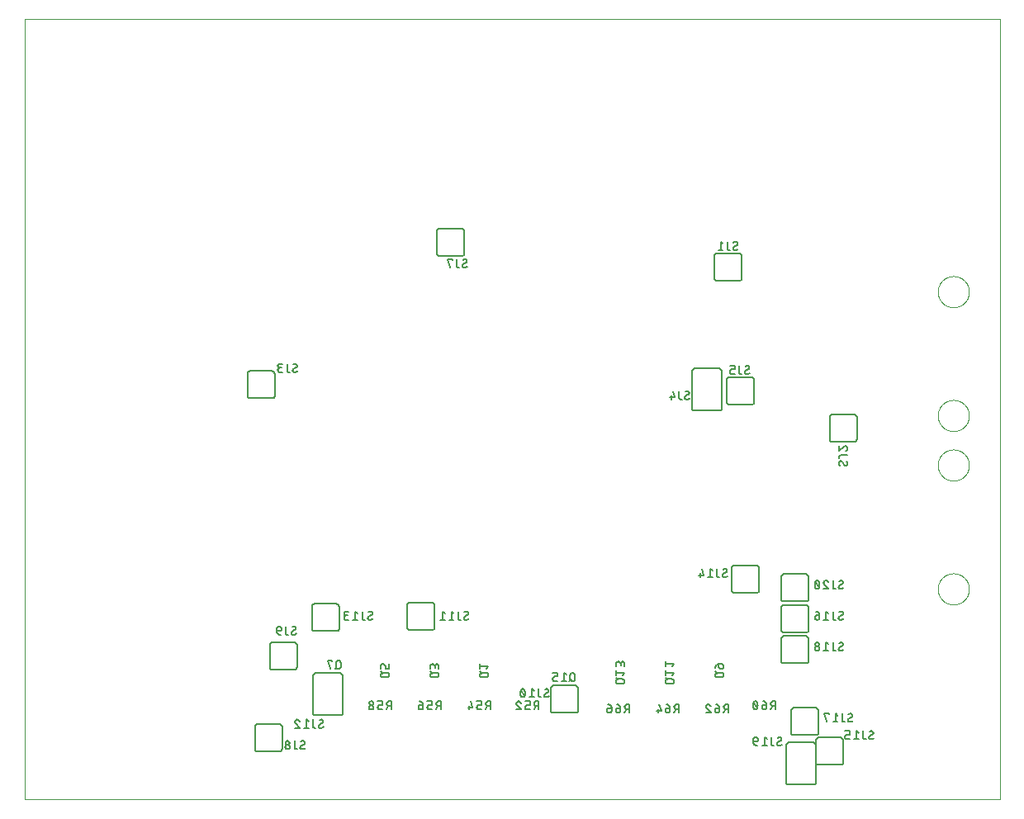
<source format=gbo>
G75*
%MOIN*%
%OFA0B0*%
%FSLAX25Y25*%
%IPPOS*%
%LPD*%
%AMOC8*
5,1,8,0,0,1.08239X$1,22.5*
%
%ADD10C,0.00000*%
%ADD11C,0.00600*%
D10*
X0003000Y0106000D02*
X0003000Y0420961D01*
X0396701Y0420961D01*
X0396701Y0106000D01*
X0003000Y0106000D01*
X0371701Y0191000D02*
X0371703Y0191158D01*
X0371709Y0191316D01*
X0371719Y0191474D01*
X0371733Y0191632D01*
X0371751Y0191789D01*
X0371772Y0191946D01*
X0371798Y0192102D01*
X0371828Y0192258D01*
X0371861Y0192413D01*
X0371899Y0192566D01*
X0371940Y0192719D01*
X0371985Y0192871D01*
X0372034Y0193022D01*
X0372087Y0193171D01*
X0372143Y0193319D01*
X0372203Y0193465D01*
X0372267Y0193610D01*
X0372335Y0193753D01*
X0372406Y0193895D01*
X0372480Y0194035D01*
X0372558Y0194172D01*
X0372640Y0194308D01*
X0372724Y0194442D01*
X0372813Y0194573D01*
X0372904Y0194702D01*
X0372999Y0194829D01*
X0373096Y0194954D01*
X0373197Y0195076D01*
X0373301Y0195195D01*
X0373408Y0195312D01*
X0373518Y0195426D01*
X0373631Y0195537D01*
X0373746Y0195646D01*
X0373864Y0195751D01*
X0373985Y0195853D01*
X0374108Y0195953D01*
X0374234Y0196049D01*
X0374362Y0196142D01*
X0374492Y0196232D01*
X0374625Y0196318D01*
X0374760Y0196402D01*
X0374896Y0196481D01*
X0375035Y0196558D01*
X0375176Y0196630D01*
X0375318Y0196700D01*
X0375462Y0196765D01*
X0375608Y0196827D01*
X0375755Y0196885D01*
X0375904Y0196940D01*
X0376054Y0196991D01*
X0376205Y0197038D01*
X0376357Y0197081D01*
X0376510Y0197120D01*
X0376665Y0197156D01*
X0376820Y0197187D01*
X0376976Y0197215D01*
X0377132Y0197239D01*
X0377289Y0197259D01*
X0377447Y0197275D01*
X0377604Y0197287D01*
X0377763Y0197295D01*
X0377921Y0197299D01*
X0378079Y0197299D01*
X0378237Y0197295D01*
X0378396Y0197287D01*
X0378553Y0197275D01*
X0378711Y0197259D01*
X0378868Y0197239D01*
X0379024Y0197215D01*
X0379180Y0197187D01*
X0379335Y0197156D01*
X0379490Y0197120D01*
X0379643Y0197081D01*
X0379795Y0197038D01*
X0379946Y0196991D01*
X0380096Y0196940D01*
X0380245Y0196885D01*
X0380392Y0196827D01*
X0380538Y0196765D01*
X0380682Y0196700D01*
X0380824Y0196630D01*
X0380965Y0196558D01*
X0381104Y0196481D01*
X0381240Y0196402D01*
X0381375Y0196318D01*
X0381508Y0196232D01*
X0381638Y0196142D01*
X0381766Y0196049D01*
X0381892Y0195953D01*
X0382015Y0195853D01*
X0382136Y0195751D01*
X0382254Y0195646D01*
X0382369Y0195537D01*
X0382482Y0195426D01*
X0382592Y0195312D01*
X0382699Y0195195D01*
X0382803Y0195076D01*
X0382904Y0194954D01*
X0383001Y0194829D01*
X0383096Y0194702D01*
X0383187Y0194573D01*
X0383276Y0194442D01*
X0383360Y0194308D01*
X0383442Y0194172D01*
X0383520Y0194035D01*
X0383594Y0193895D01*
X0383665Y0193753D01*
X0383733Y0193610D01*
X0383797Y0193465D01*
X0383857Y0193319D01*
X0383913Y0193171D01*
X0383966Y0193022D01*
X0384015Y0192871D01*
X0384060Y0192719D01*
X0384101Y0192566D01*
X0384139Y0192413D01*
X0384172Y0192258D01*
X0384202Y0192102D01*
X0384228Y0191946D01*
X0384249Y0191789D01*
X0384267Y0191632D01*
X0384281Y0191474D01*
X0384291Y0191316D01*
X0384297Y0191158D01*
X0384299Y0191000D01*
X0384297Y0190842D01*
X0384291Y0190684D01*
X0384281Y0190526D01*
X0384267Y0190368D01*
X0384249Y0190211D01*
X0384228Y0190054D01*
X0384202Y0189898D01*
X0384172Y0189742D01*
X0384139Y0189587D01*
X0384101Y0189434D01*
X0384060Y0189281D01*
X0384015Y0189129D01*
X0383966Y0188978D01*
X0383913Y0188829D01*
X0383857Y0188681D01*
X0383797Y0188535D01*
X0383733Y0188390D01*
X0383665Y0188247D01*
X0383594Y0188105D01*
X0383520Y0187965D01*
X0383442Y0187828D01*
X0383360Y0187692D01*
X0383276Y0187558D01*
X0383187Y0187427D01*
X0383096Y0187298D01*
X0383001Y0187171D01*
X0382904Y0187046D01*
X0382803Y0186924D01*
X0382699Y0186805D01*
X0382592Y0186688D01*
X0382482Y0186574D01*
X0382369Y0186463D01*
X0382254Y0186354D01*
X0382136Y0186249D01*
X0382015Y0186147D01*
X0381892Y0186047D01*
X0381766Y0185951D01*
X0381638Y0185858D01*
X0381508Y0185768D01*
X0381375Y0185682D01*
X0381240Y0185598D01*
X0381104Y0185519D01*
X0380965Y0185442D01*
X0380824Y0185370D01*
X0380682Y0185300D01*
X0380538Y0185235D01*
X0380392Y0185173D01*
X0380245Y0185115D01*
X0380096Y0185060D01*
X0379946Y0185009D01*
X0379795Y0184962D01*
X0379643Y0184919D01*
X0379490Y0184880D01*
X0379335Y0184844D01*
X0379180Y0184813D01*
X0379024Y0184785D01*
X0378868Y0184761D01*
X0378711Y0184741D01*
X0378553Y0184725D01*
X0378396Y0184713D01*
X0378237Y0184705D01*
X0378079Y0184701D01*
X0377921Y0184701D01*
X0377763Y0184705D01*
X0377604Y0184713D01*
X0377447Y0184725D01*
X0377289Y0184741D01*
X0377132Y0184761D01*
X0376976Y0184785D01*
X0376820Y0184813D01*
X0376665Y0184844D01*
X0376510Y0184880D01*
X0376357Y0184919D01*
X0376205Y0184962D01*
X0376054Y0185009D01*
X0375904Y0185060D01*
X0375755Y0185115D01*
X0375608Y0185173D01*
X0375462Y0185235D01*
X0375318Y0185300D01*
X0375176Y0185370D01*
X0375035Y0185442D01*
X0374896Y0185519D01*
X0374760Y0185598D01*
X0374625Y0185682D01*
X0374492Y0185768D01*
X0374362Y0185858D01*
X0374234Y0185951D01*
X0374108Y0186047D01*
X0373985Y0186147D01*
X0373864Y0186249D01*
X0373746Y0186354D01*
X0373631Y0186463D01*
X0373518Y0186574D01*
X0373408Y0186688D01*
X0373301Y0186805D01*
X0373197Y0186924D01*
X0373096Y0187046D01*
X0372999Y0187171D01*
X0372904Y0187298D01*
X0372813Y0187427D01*
X0372724Y0187558D01*
X0372640Y0187692D01*
X0372558Y0187828D01*
X0372480Y0187965D01*
X0372406Y0188105D01*
X0372335Y0188247D01*
X0372267Y0188390D01*
X0372203Y0188535D01*
X0372143Y0188681D01*
X0372087Y0188829D01*
X0372034Y0188978D01*
X0371985Y0189129D01*
X0371940Y0189281D01*
X0371899Y0189434D01*
X0371861Y0189587D01*
X0371828Y0189742D01*
X0371798Y0189898D01*
X0371772Y0190054D01*
X0371751Y0190211D01*
X0371733Y0190368D01*
X0371719Y0190526D01*
X0371709Y0190684D01*
X0371703Y0190842D01*
X0371701Y0191000D01*
X0371701Y0241000D02*
X0371703Y0241158D01*
X0371709Y0241316D01*
X0371719Y0241474D01*
X0371733Y0241632D01*
X0371751Y0241789D01*
X0371772Y0241946D01*
X0371798Y0242102D01*
X0371828Y0242258D01*
X0371861Y0242413D01*
X0371899Y0242566D01*
X0371940Y0242719D01*
X0371985Y0242871D01*
X0372034Y0243022D01*
X0372087Y0243171D01*
X0372143Y0243319D01*
X0372203Y0243465D01*
X0372267Y0243610D01*
X0372335Y0243753D01*
X0372406Y0243895D01*
X0372480Y0244035D01*
X0372558Y0244172D01*
X0372640Y0244308D01*
X0372724Y0244442D01*
X0372813Y0244573D01*
X0372904Y0244702D01*
X0372999Y0244829D01*
X0373096Y0244954D01*
X0373197Y0245076D01*
X0373301Y0245195D01*
X0373408Y0245312D01*
X0373518Y0245426D01*
X0373631Y0245537D01*
X0373746Y0245646D01*
X0373864Y0245751D01*
X0373985Y0245853D01*
X0374108Y0245953D01*
X0374234Y0246049D01*
X0374362Y0246142D01*
X0374492Y0246232D01*
X0374625Y0246318D01*
X0374760Y0246402D01*
X0374896Y0246481D01*
X0375035Y0246558D01*
X0375176Y0246630D01*
X0375318Y0246700D01*
X0375462Y0246765D01*
X0375608Y0246827D01*
X0375755Y0246885D01*
X0375904Y0246940D01*
X0376054Y0246991D01*
X0376205Y0247038D01*
X0376357Y0247081D01*
X0376510Y0247120D01*
X0376665Y0247156D01*
X0376820Y0247187D01*
X0376976Y0247215D01*
X0377132Y0247239D01*
X0377289Y0247259D01*
X0377447Y0247275D01*
X0377604Y0247287D01*
X0377763Y0247295D01*
X0377921Y0247299D01*
X0378079Y0247299D01*
X0378237Y0247295D01*
X0378396Y0247287D01*
X0378553Y0247275D01*
X0378711Y0247259D01*
X0378868Y0247239D01*
X0379024Y0247215D01*
X0379180Y0247187D01*
X0379335Y0247156D01*
X0379490Y0247120D01*
X0379643Y0247081D01*
X0379795Y0247038D01*
X0379946Y0246991D01*
X0380096Y0246940D01*
X0380245Y0246885D01*
X0380392Y0246827D01*
X0380538Y0246765D01*
X0380682Y0246700D01*
X0380824Y0246630D01*
X0380965Y0246558D01*
X0381104Y0246481D01*
X0381240Y0246402D01*
X0381375Y0246318D01*
X0381508Y0246232D01*
X0381638Y0246142D01*
X0381766Y0246049D01*
X0381892Y0245953D01*
X0382015Y0245853D01*
X0382136Y0245751D01*
X0382254Y0245646D01*
X0382369Y0245537D01*
X0382482Y0245426D01*
X0382592Y0245312D01*
X0382699Y0245195D01*
X0382803Y0245076D01*
X0382904Y0244954D01*
X0383001Y0244829D01*
X0383096Y0244702D01*
X0383187Y0244573D01*
X0383276Y0244442D01*
X0383360Y0244308D01*
X0383442Y0244172D01*
X0383520Y0244035D01*
X0383594Y0243895D01*
X0383665Y0243753D01*
X0383733Y0243610D01*
X0383797Y0243465D01*
X0383857Y0243319D01*
X0383913Y0243171D01*
X0383966Y0243022D01*
X0384015Y0242871D01*
X0384060Y0242719D01*
X0384101Y0242566D01*
X0384139Y0242413D01*
X0384172Y0242258D01*
X0384202Y0242102D01*
X0384228Y0241946D01*
X0384249Y0241789D01*
X0384267Y0241632D01*
X0384281Y0241474D01*
X0384291Y0241316D01*
X0384297Y0241158D01*
X0384299Y0241000D01*
X0384297Y0240842D01*
X0384291Y0240684D01*
X0384281Y0240526D01*
X0384267Y0240368D01*
X0384249Y0240211D01*
X0384228Y0240054D01*
X0384202Y0239898D01*
X0384172Y0239742D01*
X0384139Y0239587D01*
X0384101Y0239434D01*
X0384060Y0239281D01*
X0384015Y0239129D01*
X0383966Y0238978D01*
X0383913Y0238829D01*
X0383857Y0238681D01*
X0383797Y0238535D01*
X0383733Y0238390D01*
X0383665Y0238247D01*
X0383594Y0238105D01*
X0383520Y0237965D01*
X0383442Y0237828D01*
X0383360Y0237692D01*
X0383276Y0237558D01*
X0383187Y0237427D01*
X0383096Y0237298D01*
X0383001Y0237171D01*
X0382904Y0237046D01*
X0382803Y0236924D01*
X0382699Y0236805D01*
X0382592Y0236688D01*
X0382482Y0236574D01*
X0382369Y0236463D01*
X0382254Y0236354D01*
X0382136Y0236249D01*
X0382015Y0236147D01*
X0381892Y0236047D01*
X0381766Y0235951D01*
X0381638Y0235858D01*
X0381508Y0235768D01*
X0381375Y0235682D01*
X0381240Y0235598D01*
X0381104Y0235519D01*
X0380965Y0235442D01*
X0380824Y0235370D01*
X0380682Y0235300D01*
X0380538Y0235235D01*
X0380392Y0235173D01*
X0380245Y0235115D01*
X0380096Y0235060D01*
X0379946Y0235009D01*
X0379795Y0234962D01*
X0379643Y0234919D01*
X0379490Y0234880D01*
X0379335Y0234844D01*
X0379180Y0234813D01*
X0379024Y0234785D01*
X0378868Y0234761D01*
X0378711Y0234741D01*
X0378553Y0234725D01*
X0378396Y0234713D01*
X0378237Y0234705D01*
X0378079Y0234701D01*
X0377921Y0234701D01*
X0377763Y0234705D01*
X0377604Y0234713D01*
X0377447Y0234725D01*
X0377289Y0234741D01*
X0377132Y0234761D01*
X0376976Y0234785D01*
X0376820Y0234813D01*
X0376665Y0234844D01*
X0376510Y0234880D01*
X0376357Y0234919D01*
X0376205Y0234962D01*
X0376054Y0235009D01*
X0375904Y0235060D01*
X0375755Y0235115D01*
X0375608Y0235173D01*
X0375462Y0235235D01*
X0375318Y0235300D01*
X0375176Y0235370D01*
X0375035Y0235442D01*
X0374896Y0235519D01*
X0374760Y0235598D01*
X0374625Y0235682D01*
X0374492Y0235768D01*
X0374362Y0235858D01*
X0374234Y0235951D01*
X0374108Y0236047D01*
X0373985Y0236147D01*
X0373864Y0236249D01*
X0373746Y0236354D01*
X0373631Y0236463D01*
X0373518Y0236574D01*
X0373408Y0236688D01*
X0373301Y0236805D01*
X0373197Y0236924D01*
X0373096Y0237046D01*
X0372999Y0237171D01*
X0372904Y0237298D01*
X0372813Y0237427D01*
X0372724Y0237558D01*
X0372640Y0237692D01*
X0372558Y0237828D01*
X0372480Y0237965D01*
X0372406Y0238105D01*
X0372335Y0238247D01*
X0372267Y0238390D01*
X0372203Y0238535D01*
X0372143Y0238681D01*
X0372087Y0238829D01*
X0372034Y0238978D01*
X0371985Y0239129D01*
X0371940Y0239281D01*
X0371899Y0239434D01*
X0371861Y0239587D01*
X0371828Y0239742D01*
X0371798Y0239898D01*
X0371772Y0240054D01*
X0371751Y0240211D01*
X0371733Y0240368D01*
X0371719Y0240526D01*
X0371709Y0240684D01*
X0371703Y0240842D01*
X0371701Y0241000D01*
X0371701Y0261000D02*
X0371703Y0261158D01*
X0371709Y0261316D01*
X0371719Y0261474D01*
X0371733Y0261632D01*
X0371751Y0261789D01*
X0371772Y0261946D01*
X0371798Y0262102D01*
X0371828Y0262258D01*
X0371861Y0262413D01*
X0371899Y0262566D01*
X0371940Y0262719D01*
X0371985Y0262871D01*
X0372034Y0263022D01*
X0372087Y0263171D01*
X0372143Y0263319D01*
X0372203Y0263465D01*
X0372267Y0263610D01*
X0372335Y0263753D01*
X0372406Y0263895D01*
X0372480Y0264035D01*
X0372558Y0264172D01*
X0372640Y0264308D01*
X0372724Y0264442D01*
X0372813Y0264573D01*
X0372904Y0264702D01*
X0372999Y0264829D01*
X0373096Y0264954D01*
X0373197Y0265076D01*
X0373301Y0265195D01*
X0373408Y0265312D01*
X0373518Y0265426D01*
X0373631Y0265537D01*
X0373746Y0265646D01*
X0373864Y0265751D01*
X0373985Y0265853D01*
X0374108Y0265953D01*
X0374234Y0266049D01*
X0374362Y0266142D01*
X0374492Y0266232D01*
X0374625Y0266318D01*
X0374760Y0266402D01*
X0374896Y0266481D01*
X0375035Y0266558D01*
X0375176Y0266630D01*
X0375318Y0266700D01*
X0375462Y0266765D01*
X0375608Y0266827D01*
X0375755Y0266885D01*
X0375904Y0266940D01*
X0376054Y0266991D01*
X0376205Y0267038D01*
X0376357Y0267081D01*
X0376510Y0267120D01*
X0376665Y0267156D01*
X0376820Y0267187D01*
X0376976Y0267215D01*
X0377132Y0267239D01*
X0377289Y0267259D01*
X0377447Y0267275D01*
X0377604Y0267287D01*
X0377763Y0267295D01*
X0377921Y0267299D01*
X0378079Y0267299D01*
X0378237Y0267295D01*
X0378396Y0267287D01*
X0378553Y0267275D01*
X0378711Y0267259D01*
X0378868Y0267239D01*
X0379024Y0267215D01*
X0379180Y0267187D01*
X0379335Y0267156D01*
X0379490Y0267120D01*
X0379643Y0267081D01*
X0379795Y0267038D01*
X0379946Y0266991D01*
X0380096Y0266940D01*
X0380245Y0266885D01*
X0380392Y0266827D01*
X0380538Y0266765D01*
X0380682Y0266700D01*
X0380824Y0266630D01*
X0380965Y0266558D01*
X0381104Y0266481D01*
X0381240Y0266402D01*
X0381375Y0266318D01*
X0381508Y0266232D01*
X0381638Y0266142D01*
X0381766Y0266049D01*
X0381892Y0265953D01*
X0382015Y0265853D01*
X0382136Y0265751D01*
X0382254Y0265646D01*
X0382369Y0265537D01*
X0382482Y0265426D01*
X0382592Y0265312D01*
X0382699Y0265195D01*
X0382803Y0265076D01*
X0382904Y0264954D01*
X0383001Y0264829D01*
X0383096Y0264702D01*
X0383187Y0264573D01*
X0383276Y0264442D01*
X0383360Y0264308D01*
X0383442Y0264172D01*
X0383520Y0264035D01*
X0383594Y0263895D01*
X0383665Y0263753D01*
X0383733Y0263610D01*
X0383797Y0263465D01*
X0383857Y0263319D01*
X0383913Y0263171D01*
X0383966Y0263022D01*
X0384015Y0262871D01*
X0384060Y0262719D01*
X0384101Y0262566D01*
X0384139Y0262413D01*
X0384172Y0262258D01*
X0384202Y0262102D01*
X0384228Y0261946D01*
X0384249Y0261789D01*
X0384267Y0261632D01*
X0384281Y0261474D01*
X0384291Y0261316D01*
X0384297Y0261158D01*
X0384299Y0261000D01*
X0384297Y0260842D01*
X0384291Y0260684D01*
X0384281Y0260526D01*
X0384267Y0260368D01*
X0384249Y0260211D01*
X0384228Y0260054D01*
X0384202Y0259898D01*
X0384172Y0259742D01*
X0384139Y0259587D01*
X0384101Y0259434D01*
X0384060Y0259281D01*
X0384015Y0259129D01*
X0383966Y0258978D01*
X0383913Y0258829D01*
X0383857Y0258681D01*
X0383797Y0258535D01*
X0383733Y0258390D01*
X0383665Y0258247D01*
X0383594Y0258105D01*
X0383520Y0257965D01*
X0383442Y0257828D01*
X0383360Y0257692D01*
X0383276Y0257558D01*
X0383187Y0257427D01*
X0383096Y0257298D01*
X0383001Y0257171D01*
X0382904Y0257046D01*
X0382803Y0256924D01*
X0382699Y0256805D01*
X0382592Y0256688D01*
X0382482Y0256574D01*
X0382369Y0256463D01*
X0382254Y0256354D01*
X0382136Y0256249D01*
X0382015Y0256147D01*
X0381892Y0256047D01*
X0381766Y0255951D01*
X0381638Y0255858D01*
X0381508Y0255768D01*
X0381375Y0255682D01*
X0381240Y0255598D01*
X0381104Y0255519D01*
X0380965Y0255442D01*
X0380824Y0255370D01*
X0380682Y0255300D01*
X0380538Y0255235D01*
X0380392Y0255173D01*
X0380245Y0255115D01*
X0380096Y0255060D01*
X0379946Y0255009D01*
X0379795Y0254962D01*
X0379643Y0254919D01*
X0379490Y0254880D01*
X0379335Y0254844D01*
X0379180Y0254813D01*
X0379024Y0254785D01*
X0378868Y0254761D01*
X0378711Y0254741D01*
X0378553Y0254725D01*
X0378396Y0254713D01*
X0378237Y0254705D01*
X0378079Y0254701D01*
X0377921Y0254701D01*
X0377763Y0254705D01*
X0377604Y0254713D01*
X0377447Y0254725D01*
X0377289Y0254741D01*
X0377132Y0254761D01*
X0376976Y0254785D01*
X0376820Y0254813D01*
X0376665Y0254844D01*
X0376510Y0254880D01*
X0376357Y0254919D01*
X0376205Y0254962D01*
X0376054Y0255009D01*
X0375904Y0255060D01*
X0375755Y0255115D01*
X0375608Y0255173D01*
X0375462Y0255235D01*
X0375318Y0255300D01*
X0375176Y0255370D01*
X0375035Y0255442D01*
X0374896Y0255519D01*
X0374760Y0255598D01*
X0374625Y0255682D01*
X0374492Y0255768D01*
X0374362Y0255858D01*
X0374234Y0255951D01*
X0374108Y0256047D01*
X0373985Y0256147D01*
X0373864Y0256249D01*
X0373746Y0256354D01*
X0373631Y0256463D01*
X0373518Y0256574D01*
X0373408Y0256688D01*
X0373301Y0256805D01*
X0373197Y0256924D01*
X0373096Y0257046D01*
X0372999Y0257171D01*
X0372904Y0257298D01*
X0372813Y0257427D01*
X0372724Y0257558D01*
X0372640Y0257692D01*
X0372558Y0257828D01*
X0372480Y0257965D01*
X0372406Y0258105D01*
X0372335Y0258247D01*
X0372267Y0258390D01*
X0372203Y0258535D01*
X0372143Y0258681D01*
X0372087Y0258829D01*
X0372034Y0258978D01*
X0371985Y0259129D01*
X0371940Y0259281D01*
X0371899Y0259434D01*
X0371861Y0259587D01*
X0371828Y0259742D01*
X0371798Y0259898D01*
X0371772Y0260054D01*
X0371751Y0260211D01*
X0371733Y0260368D01*
X0371719Y0260526D01*
X0371709Y0260684D01*
X0371703Y0260842D01*
X0371701Y0261000D01*
X0371701Y0311000D02*
X0371703Y0311158D01*
X0371709Y0311316D01*
X0371719Y0311474D01*
X0371733Y0311632D01*
X0371751Y0311789D01*
X0371772Y0311946D01*
X0371798Y0312102D01*
X0371828Y0312258D01*
X0371861Y0312413D01*
X0371899Y0312566D01*
X0371940Y0312719D01*
X0371985Y0312871D01*
X0372034Y0313022D01*
X0372087Y0313171D01*
X0372143Y0313319D01*
X0372203Y0313465D01*
X0372267Y0313610D01*
X0372335Y0313753D01*
X0372406Y0313895D01*
X0372480Y0314035D01*
X0372558Y0314172D01*
X0372640Y0314308D01*
X0372724Y0314442D01*
X0372813Y0314573D01*
X0372904Y0314702D01*
X0372999Y0314829D01*
X0373096Y0314954D01*
X0373197Y0315076D01*
X0373301Y0315195D01*
X0373408Y0315312D01*
X0373518Y0315426D01*
X0373631Y0315537D01*
X0373746Y0315646D01*
X0373864Y0315751D01*
X0373985Y0315853D01*
X0374108Y0315953D01*
X0374234Y0316049D01*
X0374362Y0316142D01*
X0374492Y0316232D01*
X0374625Y0316318D01*
X0374760Y0316402D01*
X0374896Y0316481D01*
X0375035Y0316558D01*
X0375176Y0316630D01*
X0375318Y0316700D01*
X0375462Y0316765D01*
X0375608Y0316827D01*
X0375755Y0316885D01*
X0375904Y0316940D01*
X0376054Y0316991D01*
X0376205Y0317038D01*
X0376357Y0317081D01*
X0376510Y0317120D01*
X0376665Y0317156D01*
X0376820Y0317187D01*
X0376976Y0317215D01*
X0377132Y0317239D01*
X0377289Y0317259D01*
X0377447Y0317275D01*
X0377604Y0317287D01*
X0377763Y0317295D01*
X0377921Y0317299D01*
X0378079Y0317299D01*
X0378237Y0317295D01*
X0378396Y0317287D01*
X0378553Y0317275D01*
X0378711Y0317259D01*
X0378868Y0317239D01*
X0379024Y0317215D01*
X0379180Y0317187D01*
X0379335Y0317156D01*
X0379490Y0317120D01*
X0379643Y0317081D01*
X0379795Y0317038D01*
X0379946Y0316991D01*
X0380096Y0316940D01*
X0380245Y0316885D01*
X0380392Y0316827D01*
X0380538Y0316765D01*
X0380682Y0316700D01*
X0380824Y0316630D01*
X0380965Y0316558D01*
X0381104Y0316481D01*
X0381240Y0316402D01*
X0381375Y0316318D01*
X0381508Y0316232D01*
X0381638Y0316142D01*
X0381766Y0316049D01*
X0381892Y0315953D01*
X0382015Y0315853D01*
X0382136Y0315751D01*
X0382254Y0315646D01*
X0382369Y0315537D01*
X0382482Y0315426D01*
X0382592Y0315312D01*
X0382699Y0315195D01*
X0382803Y0315076D01*
X0382904Y0314954D01*
X0383001Y0314829D01*
X0383096Y0314702D01*
X0383187Y0314573D01*
X0383276Y0314442D01*
X0383360Y0314308D01*
X0383442Y0314172D01*
X0383520Y0314035D01*
X0383594Y0313895D01*
X0383665Y0313753D01*
X0383733Y0313610D01*
X0383797Y0313465D01*
X0383857Y0313319D01*
X0383913Y0313171D01*
X0383966Y0313022D01*
X0384015Y0312871D01*
X0384060Y0312719D01*
X0384101Y0312566D01*
X0384139Y0312413D01*
X0384172Y0312258D01*
X0384202Y0312102D01*
X0384228Y0311946D01*
X0384249Y0311789D01*
X0384267Y0311632D01*
X0384281Y0311474D01*
X0384291Y0311316D01*
X0384297Y0311158D01*
X0384299Y0311000D01*
X0384297Y0310842D01*
X0384291Y0310684D01*
X0384281Y0310526D01*
X0384267Y0310368D01*
X0384249Y0310211D01*
X0384228Y0310054D01*
X0384202Y0309898D01*
X0384172Y0309742D01*
X0384139Y0309587D01*
X0384101Y0309434D01*
X0384060Y0309281D01*
X0384015Y0309129D01*
X0383966Y0308978D01*
X0383913Y0308829D01*
X0383857Y0308681D01*
X0383797Y0308535D01*
X0383733Y0308390D01*
X0383665Y0308247D01*
X0383594Y0308105D01*
X0383520Y0307965D01*
X0383442Y0307828D01*
X0383360Y0307692D01*
X0383276Y0307558D01*
X0383187Y0307427D01*
X0383096Y0307298D01*
X0383001Y0307171D01*
X0382904Y0307046D01*
X0382803Y0306924D01*
X0382699Y0306805D01*
X0382592Y0306688D01*
X0382482Y0306574D01*
X0382369Y0306463D01*
X0382254Y0306354D01*
X0382136Y0306249D01*
X0382015Y0306147D01*
X0381892Y0306047D01*
X0381766Y0305951D01*
X0381638Y0305858D01*
X0381508Y0305768D01*
X0381375Y0305682D01*
X0381240Y0305598D01*
X0381104Y0305519D01*
X0380965Y0305442D01*
X0380824Y0305370D01*
X0380682Y0305300D01*
X0380538Y0305235D01*
X0380392Y0305173D01*
X0380245Y0305115D01*
X0380096Y0305060D01*
X0379946Y0305009D01*
X0379795Y0304962D01*
X0379643Y0304919D01*
X0379490Y0304880D01*
X0379335Y0304844D01*
X0379180Y0304813D01*
X0379024Y0304785D01*
X0378868Y0304761D01*
X0378711Y0304741D01*
X0378553Y0304725D01*
X0378396Y0304713D01*
X0378237Y0304705D01*
X0378079Y0304701D01*
X0377921Y0304701D01*
X0377763Y0304705D01*
X0377604Y0304713D01*
X0377447Y0304725D01*
X0377289Y0304741D01*
X0377132Y0304761D01*
X0376976Y0304785D01*
X0376820Y0304813D01*
X0376665Y0304844D01*
X0376510Y0304880D01*
X0376357Y0304919D01*
X0376205Y0304962D01*
X0376054Y0305009D01*
X0375904Y0305060D01*
X0375755Y0305115D01*
X0375608Y0305173D01*
X0375462Y0305235D01*
X0375318Y0305300D01*
X0375176Y0305370D01*
X0375035Y0305442D01*
X0374896Y0305519D01*
X0374760Y0305598D01*
X0374625Y0305682D01*
X0374492Y0305768D01*
X0374362Y0305858D01*
X0374234Y0305951D01*
X0374108Y0306047D01*
X0373985Y0306147D01*
X0373864Y0306249D01*
X0373746Y0306354D01*
X0373631Y0306463D01*
X0373518Y0306574D01*
X0373408Y0306688D01*
X0373301Y0306805D01*
X0373197Y0306924D01*
X0373096Y0307046D01*
X0372999Y0307171D01*
X0372904Y0307298D01*
X0372813Y0307427D01*
X0372724Y0307558D01*
X0372640Y0307692D01*
X0372558Y0307828D01*
X0372480Y0307965D01*
X0372406Y0308105D01*
X0372335Y0308247D01*
X0372267Y0308390D01*
X0372203Y0308535D01*
X0372143Y0308681D01*
X0372087Y0308829D01*
X0372034Y0308978D01*
X0371985Y0309129D01*
X0371940Y0309281D01*
X0371899Y0309434D01*
X0371861Y0309587D01*
X0371828Y0309742D01*
X0371798Y0309898D01*
X0371772Y0310054D01*
X0371751Y0310211D01*
X0371733Y0310368D01*
X0371719Y0310526D01*
X0371709Y0310684D01*
X0371703Y0310842D01*
X0371701Y0311000D01*
D11*
X0338000Y0261500D02*
X0329000Y0261500D01*
X0328940Y0261498D01*
X0328879Y0261493D01*
X0328820Y0261484D01*
X0328761Y0261471D01*
X0328702Y0261455D01*
X0328645Y0261435D01*
X0328590Y0261412D01*
X0328535Y0261385D01*
X0328483Y0261356D01*
X0328432Y0261323D01*
X0328383Y0261287D01*
X0328337Y0261249D01*
X0328293Y0261207D01*
X0328251Y0261163D01*
X0328213Y0261117D01*
X0328177Y0261068D01*
X0328144Y0261017D01*
X0328115Y0260965D01*
X0328088Y0260910D01*
X0328065Y0260855D01*
X0328045Y0260798D01*
X0328029Y0260739D01*
X0328016Y0260680D01*
X0328007Y0260621D01*
X0328002Y0260560D01*
X0328000Y0260500D01*
X0328000Y0251500D01*
X0328002Y0251440D01*
X0328007Y0251379D01*
X0328016Y0251320D01*
X0328029Y0251261D01*
X0328045Y0251202D01*
X0328065Y0251145D01*
X0328088Y0251090D01*
X0328115Y0251035D01*
X0328144Y0250983D01*
X0328177Y0250932D01*
X0328213Y0250883D01*
X0328251Y0250837D01*
X0328293Y0250793D01*
X0328337Y0250751D01*
X0328383Y0250713D01*
X0328432Y0250677D01*
X0328483Y0250644D01*
X0328535Y0250615D01*
X0328590Y0250588D01*
X0328645Y0250565D01*
X0328702Y0250545D01*
X0328761Y0250529D01*
X0328820Y0250516D01*
X0328879Y0250507D01*
X0328940Y0250502D01*
X0329000Y0250500D01*
X0338000Y0250500D01*
X0338060Y0250502D01*
X0338121Y0250507D01*
X0338180Y0250516D01*
X0338239Y0250529D01*
X0338298Y0250545D01*
X0338355Y0250565D01*
X0338410Y0250588D01*
X0338465Y0250615D01*
X0338517Y0250644D01*
X0338568Y0250677D01*
X0338617Y0250713D01*
X0338663Y0250751D01*
X0338707Y0250793D01*
X0338749Y0250837D01*
X0338787Y0250883D01*
X0338823Y0250932D01*
X0338856Y0250983D01*
X0338885Y0251035D01*
X0338912Y0251090D01*
X0338935Y0251145D01*
X0338955Y0251202D01*
X0338971Y0251261D01*
X0338984Y0251320D01*
X0338993Y0251379D01*
X0338998Y0251440D01*
X0339000Y0251500D01*
X0339000Y0260500D01*
X0338998Y0260560D01*
X0338993Y0260621D01*
X0338984Y0260680D01*
X0338971Y0260739D01*
X0338955Y0260798D01*
X0338935Y0260855D01*
X0338912Y0260910D01*
X0338885Y0260965D01*
X0338856Y0261017D01*
X0338823Y0261068D01*
X0338787Y0261117D01*
X0338749Y0261163D01*
X0338707Y0261207D01*
X0338663Y0261249D01*
X0338617Y0261287D01*
X0338568Y0261323D01*
X0338517Y0261356D01*
X0338465Y0261385D01*
X0338410Y0261412D01*
X0338355Y0261435D01*
X0338298Y0261455D01*
X0338239Y0261471D01*
X0338180Y0261484D01*
X0338121Y0261493D01*
X0338060Y0261498D01*
X0338000Y0261500D01*
X0333689Y0248417D02*
X0331800Y0246811D01*
X0331800Y0248700D01*
X0334444Y0246811D02*
X0334506Y0246833D01*
X0334566Y0246859D01*
X0334625Y0246888D01*
X0334681Y0246921D01*
X0334736Y0246957D01*
X0334788Y0246996D01*
X0334838Y0247038D01*
X0334885Y0247083D01*
X0334930Y0247131D01*
X0334972Y0247182D01*
X0335010Y0247234D01*
X0335045Y0247290D01*
X0335077Y0247347D01*
X0335105Y0247406D01*
X0335130Y0247466D01*
X0335151Y0247528D01*
X0335169Y0247591D01*
X0335182Y0247655D01*
X0335192Y0247720D01*
X0335198Y0247785D01*
X0335200Y0247850D01*
X0335198Y0247906D01*
X0335193Y0247961D01*
X0335184Y0248016D01*
X0335171Y0248070D01*
X0335155Y0248123D01*
X0335135Y0248175D01*
X0335112Y0248226D01*
X0335086Y0248275D01*
X0335057Y0248322D01*
X0335024Y0248367D01*
X0334989Y0248410D01*
X0334951Y0248451D01*
X0334910Y0248489D01*
X0334867Y0248524D01*
X0334822Y0248557D01*
X0334775Y0248586D01*
X0334726Y0248612D01*
X0334675Y0248635D01*
X0334623Y0248655D01*
X0334570Y0248671D01*
X0334516Y0248684D01*
X0334461Y0248693D01*
X0334406Y0248698D01*
X0334350Y0248700D01*
X0334293Y0248698D01*
X0334237Y0248693D01*
X0334180Y0248684D01*
X0334125Y0248672D01*
X0334070Y0248656D01*
X0334017Y0248637D01*
X0333964Y0248615D01*
X0333914Y0248589D01*
X0333865Y0248560D01*
X0333817Y0248529D01*
X0333772Y0248494D01*
X0333729Y0248457D01*
X0333689Y0248417D01*
X0332556Y0245001D02*
X0335200Y0245001D01*
X0332556Y0245001D02*
X0332502Y0244999D01*
X0332448Y0244993D01*
X0332395Y0244984D01*
X0332343Y0244970D01*
X0332292Y0244953D01*
X0332242Y0244933D01*
X0332194Y0244909D01*
X0332147Y0244881D01*
X0332103Y0244850D01*
X0332061Y0244816D01*
X0332021Y0244780D01*
X0331985Y0244740D01*
X0331951Y0244698D01*
X0331920Y0244654D01*
X0331892Y0244607D01*
X0331868Y0244559D01*
X0331848Y0244509D01*
X0331831Y0244458D01*
X0331817Y0244406D01*
X0331808Y0244353D01*
X0331802Y0244299D01*
X0331800Y0244245D01*
X0331800Y0243868D01*
X0332556Y0242700D02*
X0332502Y0242698D01*
X0332448Y0242692D01*
X0332395Y0242683D01*
X0332343Y0242669D01*
X0332292Y0242652D01*
X0332242Y0242632D01*
X0332194Y0242608D01*
X0332147Y0242580D01*
X0332103Y0242549D01*
X0332061Y0242515D01*
X0332021Y0242479D01*
X0331985Y0242439D01*
X0331951Y0242397D01*
X0331920Y0242353D01*
X0331892Y0242306D01*
X0331868Y0242258D01*
X0331848Y0242208D01*
X0331831Y0242157D01*
X0331817Y0242105D01*
X0331808Y0242052D01*
X0331802Y0241998D01*
X0331800Y0241944D01*
X0332556Y0242700D02*
X0332609Y0242698D01*
X0332662Y0242693D01*
X0332714Y0242684D01*
X0332766Y0242671D01*
X0332816Y0242655D01*
X0332865Y0242635D01*
X0332913Y0242612D01*
X0332959Y0242585D01*
X0333004Y0242556D01*
X0333046Y0242523D01*
X0333085Y0242488D01*
X0333122Y0242450D01*
X0333157Y0242410D01*
X0333188Y0242367D01*
X0333217Y0242322D01*
X0333783Y0241283D01*
X0335200Y0241661D02*
X0335198Y0241731D01*
X0335193Y0241801D01*
X0335184Y0241871D01*
X0335172Y0241940D01*
X0335157Y0242008D01*
X0335138Y0242076D01*
X0335116Y0242142D01*
X0335090Y0242208D01*
X0335062Y0242272D01*
X0335030Y0242334D01*
X0334995Y0242395D01*
X0334957Y0242454D01*
X0334917Y0242511D01*
X0333783Y0241284D02*
X0333812Y0241239D01*
X0333843Y0241196D01*
X0333878Y0241156D01*
X0333915Y0241118D01*
X0333954Y0241083D01*
X0333996Y0241050D01*
X0334041Y0241021D01*
X0334087Y0240994D01*
X0334135Y0240971D01*
X0334184Y0240951D01*
X0334234Y0240935D01*
X0334286Y0240922D01*
X0334338Y0240913D01*
X0334391Y0240908D01*
X0334444Y0240906D01*
X0334444Y0240905D02*
X0334498Y0240907D01*
X0334552Y0240913D01*
X0334605Y0240922D01*
X0334657Y0240936D01*
X0334708Y0240953D01*
X0334758Y0240973D01*
X0334806Y0240997D01*
X0334853Y0241025D01*
X0334897Y0241056D01*
X0334939Y0241090D01*
X0334979Y0241126D01*
X0335015Y0241166D01*
X0335049Y0241208D01*
X0335080Y0241252D01*
X0335108Y0241299D01*
X0335132Y0241347D01*
X0335152Y0241397D01*
X0335169Y0241448D01*
X0335183Y0241500D01*
X0335192Y0241553D01*
X0335198Y0241607D01*
X0335200Y0241661D01*
X0332272Y0240811D02*
X0332218Y0240868D01*
X0332166Y0240927D01*
X0332117Y0240989D01*
X0332072Y0241053D01*
X0332029Y0241120D01*
X0331990Y0241188D01*
X0331955Y0241258D01*
X0331923Y0241330D01*
X0331894Y0241404D01*
X0331869Y0241478D01*
X0331848Y0241554D01*
X0331831Y0241631D01*
X0331817Y0241709D01*
X0331808Y0241787D01*
X0331802Y0241865D01*
X0331800Y0241944D01*
X0318500Y0197000D02*
X0309500Y0197000D01*
X0309440Y0196998D01*
X0309379Y0196993D01*
X0309320Y0196984D01*
X0309261Y0196971D01*
X0309202Y0196955D01*
X0309145Y0196935D01*
X0309090Y0196912D01*
X0309035Y0196885D01*
X0308983Y0196856D01*
X0308932Y0196823D01*
X0308883Y0196787D01*
X0308837Y0196749D01*
X0308793Y0196707D01*
X0308751Y0196663D01*
X0308713Y0196617D01*
X0308677Y0196568D01*
X0308644Y0196517D01*
X0308615Y0196465D01*
X0308588Y0196410D01*
X0308565Y0196355D01*
X0308545Y0196298D01*
X0308529Y0196239D01*
X0308516Y0196180D01*
X0308507Y0196121D01*
X0308502Y0196060D01*
X0308500Y0196000D01*
X0308500Y0187000D01*
X0308502Y0186940D01*
X0308507Y0186879D01*
X0308516Y0186820D01*
X0308529Y0186761D01*
X0308545Y0186702D01*
X0308565Y0186645D01*
X0308588Y0186590D01*
X0308615Y0186535D01*
X0308644Y0186483D01*
X0308677Y0186432D01*
X0308713Y0186383D01*
X0308751Y0186337D01*
X0308793Y0186293D01*
X0308837Y0186251D01*
X0308883Y0186213D01*
X0308932Y0186177D01*
X0308983Y0186144D01*
X0309035Y0186115D01*
X0309090Y0186088D01*
X0309145Y0186065D01*
X0309202Y0186045D01*
X0309261Y0186029D01*
X0309320Y0186016D01*
X0309379Y0186007D01*
X0309440Y0186002D01*
X0309500Y0186000D01*
X0318500Y0186000D01*
X0318560Y0186002D01*
X0318621Y0186007D01*
X0318680Y0186016D01*
X0318739Y0186029D01*
X0318798Y0186045D01*
X0318855Y0186065D01*
X0318910Y0186088D01*
X0318965Y0186115D01*
X0319017Y0186144D01*
X0319068Y0186177D01*
X0319117Y0186213D01*
X0319163Y0186251D01*
X0319207Y0186293D01*
X0319249Y0186337D01*
X0319287Y0186383D01*
X0319323Y0186432D01*
X0319356Y0186483D01*
X0319385Y0186535D01*
X0319412Y0186590D01*
X0319435Y0186645D01*
X0319455Y0186702D01*
X0319471Y0186761D01*
X0319484Y0186820D01*
X0319493Y0186879D01*
X0319498Y0186940D01*
X0319500Y0187000D01*
X0319500Y0196000D01*
X0319498Y0196060D01*
X0319493Y0196121D01*
X0319484Y0196180D01*
X0319471Y0196239D01*
X0319455Y0196298D01*
X0319435Y0196355D01*
X0319412Y0196410D01*
X0319385Y0196465D01*
X0319356Y0196517D01*
X0319323Y0196568D01*
X0319287Y0196617D01*
X0319249Y0196663D01*
X0319207Y0196707D01*
X0319163Y0196749D01*
X0319117Y0196787D01*
X0319068Y0196823D01*
X0319017Y0196856D01*
X0318965Y0196885D01*
X0318910Y0196912D01*
X0318855Y0196935D01*
X0318798Y0196955D01*
X0318739Y0196971D01*
X0318680Y0196984D01*
X0318621Y0196993D01*
X0318560Y0196998D01*
X0318500Y0197000D01*
X0322239Y0193694D02*
X0323750Y0191806D01*
X0322994Y0191050D02*
X0322943Y0191052D01*
X0322892Y0191057D01*
X0322842Y0191067D01*
X0322793Y0191080D01*
X0322745Y0191096D01*
X0322698Y0191116D01*
X0322652Y0191139D01*
X0322609Y0191166D01*
X0322567Y0191195D01*
X0322528Y0191228D01*
X0322491Y0191263D01*
X0322457Y0191301D01*
X0322426Y0191342D01*
X0322398Y0191384D01*
X0322373Y0191429D01*
X0322351Y0191475D01*
X0322333Y0191522D01*
X0322994Y0191050D02*
X0323045Y0191052D01*
X0323096Y0191057D01*
X0323146Y0191067D01*
X0323195Y0191080D01*
X0323243Y0191096D01*
X0323290Y0191116D01*
X0323336Y0191139D01*
X0323379Y0191166D01*
X0323421Y0191195D01*
X0323460Y0191228D01*
X0323497Y0191263D01*
X0323531Y0191301D01*
X0323562Y0191342D01*
X0323590Y0191384D01*
X0323615Y0191429D01*
X0323637Y0191475D01*
X0323655Y0191522D01*
X0322050Y0192750D02*
X0322052Y0192848D01*
X0322057Y0192945D01*
X0322065Y0193043D01*
X0322077Y0193140D01*
X0322093Y0193236D01*
X0322111Y0193332D01*
X0322133Y0193428D01*
X0322158Y0193522D01*
X0322187Y0193616D01*
X0322219Y0193708D01*
X0322254Y0193799D01*
X0322292Y0193889D01*
X0322333Y0193978D01*
X0322994Y0194450D02*
X0323045Y0194448D01*
X0323096Y0194443D01*
X0323146Y0194433D01*
X0323195Y0194420D01*
X0323243Y0194404D01*
X0323290Y0194384D01*
X0323336Y0194361D01*
X0323379Y0194334D01*
X0323421Y0194305D01*
X0323460Y0194272D01*
X0323497Y0194237D01*
X0323531Y0194199D01*
X0323562Y0194158D01*
X0323590Y0194116D01*
X0323615Y0194071D01*
X0323637Y0194025D01*
X0323655Y0193978D01*
X0322994Y0194450D02*
X0322943Y0194448D01*
X0322892Y0194443D01*
X0322842Y0194433D01*
X0322793Y0194420D01*
X0322745Y0194404D01*
X0322698Y0194384D01*
X0322652Y0194361D01*
X0322609Y0194334D01*
X0322567Y0194305D01*
X0322528Y0194272D01*
X0322491Y0194237D01*
X0322457Y0194199D01*
X0322426Y0194158D01*
X0322398Y0194116D01*
X0322373Y0194071D01*
X0322351Y0194025D01*
X0322333Y0193978D01*
X0323656Y0193978D02*
X0323697Y0193889D01*
X0323735Y0193799D01*
X0323770Y0193708D01*
X0323802Y0193616D01*
X0323831Y0193522D01*
X0323856Y0193428D01*
X0323878Y0193332D01*
X0323896Y0193236D01*
X0323912Y0193140D01*
X0323924Y0193043D01*
X0323932Y0192945D01*
X0323937Y0192848D01*
X0323939Y0192750D01*
X0322050Y0192750D02*
X0322052Y0192652D01*
X0322057Y0192555D01*
X0322065Y0192457D01*
X0322077Y0192360D01*
X0322093Y0192264D01*
X0322111Y0192168D01*
X0322133Y0192072D01*
X0322158Y0191978D01*
X0322187Y0191884D01*
X0322219Y0191792D01*
X0322254Y0191701D01*
X0322292Y0191611D01*
X0322333Y0191522D01*
X0323656Y0191522D02*
X0323697Y0191611D01*
X0323735Y0191701D01*
X0323770Y0191792D01*
X0323802Y0191884D01*
X0323831Y0191978D01*
X0323856Y0192072D01*
X0323878Y0192168D01*
X0323896Y0192264D01*
X0323912Y0192360D01*
X0323924Y0192457D01*
X0323932Y0192555D01*
X0323937Y0192652D01*
X0323939Y0192750D01*
X0325933Y0192939D02*
X0327539Y0191050D01*
X0325650Y0191050D01*
X0327539Y0193694D02*
X0327517Y0193756D01*
X0327491Y0193816D01*
X0327462Y0193875D01*
X0327429Y0193931D01*
X0327393Y0193986D01*
X0327354Y0194038D01*
X0327312Y0194088D01*
X0327267Y0194135D01*
X0327219Y0194180D01*
X0327168Y0194222D01*
X0327116Y0194260D01*
X0327060Y0194295D01*
X0327003Y0194327D01*
X0326944Y0194355D01*
X0326884Y0194380D01*
X0326822Y0194401D01*
X0326759Y0194419D01*
X0326695Y0194432D01*
X0326630Y0194442D01*
X0326565Y0194448D01*
X0326500Y0194450D01*
X0326444Y0194448D01*
X0326389Y0194443D01*
X0326334Y0194434D01*
X0326280Y0194421D01*
X0326227Y0194405D01*
X0326175Y0194385D01*
X0326124Y0194362D01*
X0326075Y0194336D01*
X0326028Y0194307D01*
X0325983Y0194274D01*
X0325940Y0194239D01*
X0325899Y0194201D01*
X0325861Y0194160D01*
X0325826Y0194117D01*
X0325793Y0194072D01*
X0325764Y0194025D01*
X0325738Y0193976D01*
X0325715Y0193925D01*
X0325695Y0193873D01*
X0325679Y0193820D01*
X0325666Y0193766D01*
X0325657Y0193711D01*
X0325652Y0193656D01*
X0325650Y0193600D01*
X0325652Y0193543D01*
X0325657Y0193487D01*
X0325666Y0193430D01*
X0325678Y0193375D01*
X0325694Y0193320D01*
X0325713Y0193267D01*
X0325735Y0193214D01*
X0325761Y0193164D01*
X0325790Y0193115D01*
X0325821Y0193067D01*
X0325856Y0193022D01*
X0325893Y0192979D01*
X0325933Y0192939D01*
X0329349Y0191806D02*
X0329349Y0194450D01*
X0329349Y0191806D02*
X0329351Y0191752D01*
X0329357Y0191698D01*
X0329366Y0191645D01*
X0329380Y0191593D01*
X0329397Y0191542D01*
X0329417Y0191492D01*
X0329441Y0191444D01*
X0329469Y0191397D01*
X0329500Y0191353D01*
X0329534Y0191311D01*
X0329570Y0191271D01*
X0329610Y0191235D01*
X0329652Y0191201D01*
X0329696Y0191170D01*
X0329743Y0191142D01*
X0329791Y0191118D01*
X0329841Y0191098D01*
X0329892Y0191081D01*
X0329944Y0191067D01*
X0329997Y0191058D01*
X0330051Y0191052D01*
X0330105Y0191050D01*
X0330482Y0191050D01*
X0331650Y0191806D02*
X0331652Y0191752D01*
X0331658Y0191698D01*
X0331667Y0191645D01*
X0331681Y0191593D01*
X0331698Y0191542D01*
X0331718Y0191492D01*
X0331742Y0191444D01*
X0331770Y0191397D01*
X0331801Y0191353D01*
X0331835Y0191311D01*
X0331871Y0191271D01*
X0331911Y0191235D01*
X0331953Y0191201D01*
X0331997Y0191170D01*
X0332044Y0191142D01*
X0332092Y0191118D01*
X0332142Y0191098D01*
X0332193Y0191081D01*
X0332245Y0191067D01*
X0332298Y0191058D01*
X0332352Y0191052D01*
X0332406Y0191050D01*
X0331650Y0191806D02*
X0331652Y0191859D01*
X0331657Y0191912D01*
X0331666Y0191964D01*
X0331679Y0192016D01*
X0331695Y0192066D01*
X0331715Y0192115D01*
X0331738Y0192163D01*
X0331765Y0192209D01*
X0331794Y0192254D01*
X0331827Y0192296D01*
X0331862Y0192335D01*
X0331900Y0192372D01*
X0331940Y0192407D01*
X0331983Y0192438D01*
X0332028Y0192467D01*
X0333067Y0193033D01*
X0332689Y0194450D02*
X0332619Y0194448D01*
X0332549Y0194443D01*
X0332479Y0194434D01*
X0332410Y0194422D01*
X0332342Y0194407D01*
X0332274Y0194388D01*
X0332208Y0194366D01*
X0332142Y0194340D01*
X0332078Y0194312D01*
X0332016Y0194280D01*
X0331955Y0194245D01*
X0331896Y0194207D01*
X0331839Y0194167D01*
X0333066Y0193033D02*
X0333111Y0193062D01*
X0333154Y0193093D01*
X0333194Y0193128D01*
X0333232Y0193165D01*
X0333267Y0193204D01*
X0333300Y0193246D01*
X0333329Y0193291D01*
X0333356Y0193337D01*
X0333379Y0193385D01*
X0333399Y0193434D01*
X0333415Y0193484D01*
X0333428Y0193536D01*
X0333437Y0193588D01*
X0333442Y0193641D01*
X0333444Y0193694D01*
X0333445Y0193694D02*
X0333443Y0193748D01*
X0333437Y0193802D01*
X0333428Y0193855D01*
X0333414Y0193907D01*
X0333397Y0193958D01*
X0333377Y0194008D01*
X0333353Y0194056D01*
X0333325Y0194103D01*
X0333294Y0194147D01*
X0333260Y0194189D01*
X0333224Y0194229D01*
X0333184Y0194265D01*
X0333142Y0194299D01*
X0333098Y0194330D01*
X0333051Y0194358D01*
X0333003Y0194382D01*
X0332953Y0194402D01*
X0332902Y0194419D01*
X0332850Y0194433D01*
X0332797Y0194442D01*
X0332743Y0194448D01*
X0332689Y0194450D01*
X0333539Y0191522D02*
X0333482Y0191468D01*
X0333423Y0191416D01*
X0333361Y0191367D01*
X0333297Y0191322D01*
X0333230Y0191279D01*
X0333162Y0191240D01*
X0333092Y0191205D01*
X0333020Y0191173D01*
X0332946Y0191144D01*
X0332872Y0191119D01*
X0332796Y0191098D01*
X0332719Y0191081D01*
X0332641Y0191067D01*
X0332563Y0191058D01*
X0332485Y0191052D01*
X0332406Y0191050D01*
X0329349Y0181950D02*
X0329349Y0179306D01*
X0329351Y0179252D01*
X0329357Y0179198D01*
X0329366Y0179145D01*
X0329380Y0179093D01*
X0329397Y0179042D01*
X0329417Y0178992D01*
X0329441Y0178944D01*
X0329469Y0178897D01*
X0329500Y0178853D01*
X0329534Y0178811D01*
X0329570Y0178771D01*
X0329610Y0178735D01*
X0329652Y0178701D01*
X0329696Y0178670D01*
X0329743Y0178642D01*
X0329791Y0178618D01*
X0329841Y0178598D01*
X0329892Y0178581D01*
X0329944Y0178567D01*
X0329997Y0178558D01*
X0330051Y0178552D01*
X0330105Y0178550D01*
X0330482Y0178550D01*
X0331650Y0179306D02*
X0331652Y0179252D01*
X0331658Y0179198D01*
X0331667Y0179145D01*
X0331681Y0179093D01*
X0331698Y0179042D01*
X0331718Y0178992D01*
X0331742Y0178944D01*
X0331770Y0178897D01*
X0331801Y0178853D01*
X0331835Y0178811D01*
X0331871Y0178771D01*
X0331911Y0178735D01*
X0331953Y0178701D01*
X0331997Y0178670D01*
X0332044Y0178642D01*
X0332092Y0178618D01*
X0332142Y0178598D01*
X0332193Y0178581D01*
X0332245Y0178567D01*
X0332298Y0178558D01*
X0332352Y0178552D01*
X0332406Y0178550D01*
X0331650Y0179306D02*
X0331652Y0179359D01*
X0331657Y0179412D01*
X0331666Y0179464D01*
X0331679Y0179516D01*
X0331695Y0179566D01*
X0331715Y0179615D01*
X0331738Y0179663D01*
X0331765Y0179709D01*
X0331794Y0179754D01*
X0331827Y0179796D01*
X0331862Y0179835D01*
X0331900Y0179872D01*
X0331940Y0179907D01*
X0331983Y0179938D01*
X0332028Y0179967D01*
X0333067Y0180533D01*
X0332689Y0181950D02*
X0332619Y0181948D01*
X0332549Y0181943D01*
X0332479Y0181934D01*
X0332410Y0181922D01*
X0332342Y0181907D01*
X0332274Y0181888D01*
X0332208Y0181866D01*
X0332142Y0181840D01*
X0332078Y0181812D01*
X0332016Y0181780D01*
X0331955Y0181745D01*
X0331896Y0181707D01*
X0331839Y0181667D01*
X0333066Y0180533D02*
X0333111Y0180562D01*
X0333154Y0180593D01*
X0333194Y0180628D01*
X0333232Y0180665D01*
X0333267Y0180704D01*
X0333300Y0180746D01*
X0333329Y0180791D01*
X0333356Y0180837D01*
X0333379Y0180885D01*
X0333399Y0180934D01*
X0333415Y0180984D01*
X0333428Y0181036D01*
X0333437Y0181088D01*
X0333442Y0181141D01*
X0333444Y0181194D01*
X0333445Y0181194D02*
X0333443Y0181248D01*
X0333437Y0181302D01*
X0333428Y0181355D01*
X0333414Y0181407D01*
X0333397Y0181458D01*
X0333377Y0181508D01*
X0333353Y0181556D01*
X0333325Y0181603D01*
X0333294Y0181647D01*
X0333260Y0181689D01*
X0333224Y0181729D01*
X0333184Y0181765D01*
X0333142Y0181799D01*
X0333098Y0181830D01*
X0333051Y0181858D01*
X0333003Y0181882D01*
X0332953Y0181902D01*
X0332902Y0181919D01*
X0332850Y0181933D01*
X0332797Y0181942D01*
X0332743Y0181948D01*
X0332689Y0181950D01*
X0333539Y0179022D02*
X0333482Y0178968D01*
X0333423Y0178916D01*
X0333361Y0178867D01*
X0333297Y0178822D01*
X0333230Y0178779D01*
X0333162Y0178740D01*
X0333092Y0178705D01*
X0333020Y0178673D01*
X0332946Y0178644D01*
X0332872Y0178619D01*
X0332796Y0178598D01*
X0332719Y0178581D01*
X0332641Y0178567D01*
X0332563Y0178558D01*
X0332485Y0178552D01*
X0332406Y0178550D01*
X0327539Y0178550D02*
X0325650Y0178550D01*
X0326594Y0178550D02*
X0326594Y0181950D01*
X0327539Y0181194D01*
X0323939Y0180439D02*
X0322806Y0180439D01*
X0323939Y0180439D02*
X0323937Y0180516D01*
X0323931Y0180592D01*
X0323922Y0180668D01*
X0323908Y0180743D01*
X0323891Y0180818D01*
X0323870Y0180891D01*
X0323845Y0180964D01*
X0323817Y0181035D01*
X0323785Y0181104D01*
X0323749Y0181172D01*
X0323710Y0181238D01*
X0323668Y0181302D01*
X0323623Y0181364D01*
X0323574Y0181423D01*
X0323523Y0181480D01*
X0323469Y0181534D01*
X0323412Y0181585D01*
X0323353Y0181634D01*
X0323291Y0181679D01*
X0323227Y0181721D01*
X0323161Y0181760D01*
X0323093Y0181796D01*
X0323024Y0181828D01*
X0322953Y0181856D01*
X0322880Y0181881D01*
X0322807Y0181902D01*
X0322732Y0181919D01*
X0322657Y0181933D01*
X0322581Y0181942D01*
X0322505Y0181948D01*
X0322428Y0181950D01*
X0323939Y0180439D02*
X0323939Y0179494D01*
X0323938Y0179494D02*
X0323936Y0179434D01*
X0323930Y0179373D01*
X0323921Y0179314D01*
X0323907Y0179255D01*
X0323890Y0179197D01*
X0323869Y0179140D01*
X0323845Y0179084D01*
X0323817Y0179031D01*
X0323785Y0178979D01*
X0323751Y0178929D01*
X0323713Y0178882D01*
X0323672Y0178837D01*
X0323629Y0178795D01*
X0323583Y0178756D01*
X0323534Y0178720D01*
X0323483Y0178687D01*
X0323431Y0178657D01*
X0323376Y0178631D01*
X0323320Y0178608D01*
X0323263Y0178589D01*
X0323204Y0178574D01*
X0323145Y0178562D01*
X0323085Y0178554D01*
X0323024Y0178550D01*
X0322964Y0178550D01*
X0322903Y0178554D01*
X0322843Y0178562D01*
X0322784Y0178574D01*
X0322725Y0178589D01*
X0322668Y0178608D01*
X0322612Y0178631D01*
X0322557Y0178657D01*
X0322505Y0178687D01*
X0322454Y0178720D01*
X0322405Y0178756D01*
X0322359Y0178795D01*
X0322316Y0178837D01*
X0322275Y0178882D01*
X0322237Y0178929D01*
X0322203Y0178979D01*
X0322171Y0179031D01*
X0322143Y0179084D01*
X0322119Y0179140D01*
X0322098Y0179197D01*
X0322081Y0179255D01*
X0322067Y0179314D01*
X0322058Y0179373D01*
X0322052Y0179434D01*
X0322050Y0179494D01*
X0322050Y0179683D01*
X0322052Y0179737D01*
X0322058Y0179791D01*
X0322067Y0179844D01*
X0322081Y0179896D01*
X0322098Y0179947D01*
X0322118Y0179997D01*
X0322142Y0180045D01*
X0322170Y0180092D01*
X0322201Y0180136D01*
X0322235Y0180178D01*
X0322271Y0180218D01*
X0322311Y0180254D01*
X0322353Y0180288D01*
X0322397Y0180319D01*
X0322444Y0180347D01*
X0322492Y0180371D01*
X0322542Y0180391D01*
X0322593Y0180408D01*
X0322645Y0180422D01*
X0322698Y0180431D01*
X0322752Y0180437D01*
X0322806Y0180439D01*
X0319500Y0183500D02*
X0319500Y0174500D01*
X0319498Y0174440D01*
X0319493Y0174379D01*
X0319484Y0174320D01*
X0319471Y0174261D01*
X0319455Y0174202D01*
X0319435Y0174145D01*
X0319412Y0174090D01*
X0319385Y0174035D01*
X0319356Y0173983D01*
X0319323Y0173932D01*
X0319287Y0173883D01*
X0319249Y0173837D01*
X0319207Y0173793D01*
X0319163Y0173751D01*
X0319117Y0173713D01*
X0319068Y0173677D01*
X0319017Y0173644D01*
X0318965Y0173615D01*
X0318910Y0173588D01*
X0318855Y0173565D01*
X0318798Y0173545D01*
X0318739Y0173529D01*
X0318680Y0173516D01*
X0318621Y0173507D01*
X0318560Y0173502D01*
X0318500Y0173500D01*
X0309500Y0173500D01*
X0309440Y0173502D01*
X0309379Y0173507D01*
X0309320Y0173516D01*
X0309261Y0173529D01*
X0309202Y0173545D01*
X0309145Y0173565D01*
X0309090Y0173588D01*
X0309035Y0173615D01*
X0308983Y0173644D01*
X0308932Y0173677D01*
X0308883Y0173713D01*
X0308837Y0173751D01*
X0308793Y0173793D01*
X0308751Y0173837D01*
X0308713Y0173883D01*
X0308677Y0173932D01*
X0308644Y0173983D01*
X0308615Y0174035D01*
X0308588Y0174090D01*
X0308565Y0174145D01*
X0308545Y0174202D01*
X0308529Y0174261D01*
X0308516Y0174320D01*
X0308507Y0174379D01*
X0308502Y0174440D01*
X0308500Y0174500D01*
X0308500Y0183500D01*
X0308502Y0183560D01*
X0308507Y0183621D01*
X0308516Y0183680D01*
X0308529Y0183739D01*
X0308545Y0183798D01*
X0308565Y0183855D01*
X0308588Y0183910D01*
X0308615Y0183965D01*
X0308644Y0184017D01*
X0308677Y0184068D01*
X0308713Y0184117D01*
X0308751Y0184163D01*
X0308793Y0184207D01*
X0308837Y0184249D01*
X0308883Y0184287D01*
X0308932Y0184323D01*
X0308983Y0184356D01*
X0309035Y0184385D01*
X0309090Y0184412D01*
X0309145Y0184435D01*
X0309202Y0184455D01*
X0309261Y0184471D01*
X0309320Y0184484D01*
X0309379Y0184493D01*
X0309440Y0184498D01*
X0309500Y0184500D01*
X0318500Y0184500D01*
X0318560Y0184498D01*
X0318621Y0184493D01*
X0318680Y0184484D01*
X0318739Y0184471D01*
X0318798Y0184455D01*
X0318855Y0184435D01*
X0318910Y0184412D01*
X0318965Y0184385D01*
X0319017Y0184356D01*
X0319068Y0184323D01*
X0319117Y0184287D01*
X0319163Y0184249D01*
X0319207Y0184207D01*
X0319249Y0184163D01*
X0319287Y0184117D01*
X0319323Y0184068D01*
X0319356Y0184017D01*
X0319385Y0183965D01*
X0319412Y0183910D01*
X0319435Y0183855D01*
X0319455Y0183798D01*
X0319471Y0183739D01*
X0319484Y0183680D01*
X0319493Y0183621D01*
X0319498Y0183560D01*
X0319500Y0183500D01*
X0318500Y0172000D02*
X0309500Y0172000D01*
X0309440Y0171998D01*
X0309379Y0171993D01*
X0309320Y0171984D01*
X0309261Y0171971D01*
X0309202Y0171955D01*
X0309145Y0171935D01*
X0309090Y0171912D01*
X0309035Y0171885D01*
X0308983Y0171856D01*
X0308932Y0171823D01*
X0308883Y0171787D01*
X0308837Y0171749D01*
X0308793Y0171707D01*
X0308751Y0171663D01*
X0308713Y0171617D01*
X0308677Y0171568D01*
X0308644Y0171517D01*
X0308615Y0171465D01*
X0308588Y0171410D01*
X0308565Y0171355D01*
X0308545Y0171298D01*
X0308529Y0171239D01*
X0308516Y0171180D01*
X0308507Y0171121D01*
X0308502Y0171060D01*
X0308500Y0171000D01*
X0308500Y0162000D01*
X0308502Y0161940D01*
X0308507Y0161879D01*
X0308516Y0161820D01*
X0308529Y0161761D01*
X0308545Y0161702D01*
X0308565Y0161645D01*
X0308588Y0161590D01*
X0308615Y0161535D01*
X0308644Y0161483D01*
X0308677Y0161432D01*
X0308713Y0161383D01*
X0308751Y0161337D01*
X0308793Y0161293D01*
X0308837Y0161251D01*
X0308883Y0161213D01*
X0308932Y0161177D01*
X0308983Y0161144D01*
X0309035Y0161115D01*
X0309090Y0161088D01*
X0309145Y0161065D01*
X0309202Y0161045D01*
X0309261Y0161029D01*
X0309320Y0161016D01*
X0309379Y0161007D01*
X0309440Y0161002D01*
X0309500Y0161000D01*
X0318500Y0161000D01*
X0318560Y0161002D01*
X0318621Y0161007D01*
X0318680Y0161016D01*
X0318739Y0161029D01*
X0318798Y0161045D01*
X0318855Y0161065D01*
X0318910Y0161088D01*
X0318965Y0161115D01*
X0319017Y0161144D01*
X0319068Y0161177D01*
X0319117Y0161213D01*
X0319163Y0161251D01*
X0319207Y0161293D01*
X0319249Y0161337D01*
X0319287Y0161383D01*
X0319323Y0161432D01*
X0319356Y0161483D01*
X0319385Y0161535D01*
X0319412Y0161590D01*
X0319435Y0161645D01*
X0319455Y0161702D01*
X0319471Y0161761D01*
X0319484Y0161820D01*
X0319493Y0161879D01*
X0319498Y0161940D01*
X0319500Y0162000D01*
X0319500Y0171000D01*
X0319498Y0171060D01*
X0319493Y0171121D01*
X0319484Y0171180D01*
X0319471Y0171239D01*
X0319455Y0171298D01*
X0319435Y0171355D01*
X0319412Y0171410D01*
X0319385Y0171465D01*
X0319356Y0171517D01*
X0319323Y0171568D01*
X0319287Y0171617D01*
X0319249Y0171663D01*
X0319207Y0171707D01*
X0319163Y0171749D01*
X0319117Y0171787D01*
X0319068Y0171823D01*
X0319017Y0171856D01*
X0318965Y0171885D01*
X0318910Y0171912D01*
X0318855Y0171935D01*
X0318798Y0171955D01*
X0318739Y0171971D01*
X0318680Y0171984D01*
X0318621Y0171993D01*
X0318560Y0171998D01*
X0318500Y0172000D01*
X0322238Y0168694D02*
X0322240Y0168640D01*
X0322246Y0168586D01*
X0322255Y0168533D01*
X0322269Y0168481D01*
X0322286Y0168430D01*
X0322306Y0168380D01*
X0322330Y0168332D01*
X0322358Y0168285D01*
X0322389Y0168241D01*
X0322423Y0168199D01*
X0322459Y0168159D01*
X0322499Y0168123D01*
X0322541Y0168089D01*
X0322585Y0168058D01*
X0322632Y0168030D01*
X0322680Y0168006D01*
X0322730Y0167986D01*
X0322781Y0167969D01*
X0322833Y0167955D01*
X0322886Y0167946D01*
X0322940Y0167940D01*
X0322994Y0167938D01*
X0323048Y0167940D01*
X0323102Y0167946D01*
X0323155Y0167955D01*
X0323207Y0167969D01*
X0323258Y0167986D01*
X0323308Y0168006D01*
X0323356Y0168030D01*
X0323403Y0168058D01*
X0323447Y0168089D01*
X0323489Y0168123D01*
X0323529Y0168159D01*
X0323565Y0168199D01*
X0323599Y0168241D01*
X0323630Y0168285D01*
X0323658Y0168332D01*
X0323682Y0168380D01*
X0323702Y0168430D01*
X0323719Y0168481D01*
X0323733Y0168533D01*
X0323742Y0168586D01*
X0323748Y0168640D01*
X0323750Y0168694D01*
X0323748Y0168748D01*
X0323742Y0168802D01*
X0323733Y0168855D01*
X0323719Y0168907D01*
X0323702Y0168958D01*
X0323682Y0169008D01*
X0323658Y0169056D01*
X0323630Y0169103D01*
X0323599Y0169147D01*
X0323565Y0169189D01*
X0323529Y0169229D01*
X0323489Y0169265D01*
X0323447Y0169299D01*
X0323403Y0169330D01*
X0323356Y0169358D01*
X0323308Y0169382D01*
X0323258Y0169402D01*
X0323207Y0169419D01*
X0323155Y0169433D01*
X0323102Y0169442D01*
X0323048Y0169448D01*
X0322994Y0169450D01*
X0322940Y0169448D01*
X0322886Y0169442D01*
X0322833Y0169433D01*
X0322781Y0169419D01*
X0322730Y0169402D01*
X0322680Y0169382D01*
X0322632Y0169358D01*
X0322585Y0169330D01*
X0322541Y0169299D01*
X0322499Y0169265D01*
X0322459Y0169229D01*
X0322423Y0169189D01*
X0322389Y0169147D01*
X0322358Y0169103D01*
X0322330Y0169056D01*
X0322306Y0169008D01*
X0322286Y0168958D01*
X0322269Y0168907D01*
X0322255Y0168855D01*
X0322246Y0168802D01*
X0322240Y0168748D01*
X0322238Y0168694D01*
X0322050Y0166994D02*
X0322052Y0166934D01*
X0322058Y0166873D01*
X0322067Y0166814D01*
X0322081Y0166755D01*
X0322098Y0166697D01*
X0322119Y0166640D01*
X0322143Y0166584D01*
X0322171Y0166531D01*
X0322203Y0166479D01*
X0322237Y0166429D01*
X0322275Y0166382D01*
X0322316Y0166337D01*
X0322359Y0166295D01*
X0322405Y0166256D01*
X0322454Y0166220D01*
X0322505Y0166187D01*
X0322557Y0166157D01*
X0322612Y0166131D01*
X0322668Y0166108D01*
X0322725Y0166089D01*
X0322784Y0166074D01*
X0322843Y0166062D01*
X0322903Y0166054D01*
X0322964Y0166050D01*
X0323024Y0166050D01*
X0323085Y0166054D01*
X0323145Y0166062D01*
X0323204Y0166074D01*
X0323263Y0166089D01*
X0323320Y0166108D01*
X0323376Y0166131D01*
X0323431Y0166157D01*
X0323483Y0166187D01*
X0323534Y0166220D01*
X0323583Y0166256D01*
X0323629Y0166295D01*
X0323672Y0166337D01*
X0323713Y0166382D01*
X0323751Y0166429D01*
X0323785Y0166479D01*
X0323817Y0166531D01*
X0323845Y0166584D01*
X0323869Y0166640D01*
X0323890Y0166697D01*
X0323907Y0166755D01*
X0323921Y0166814D01*
X0323930Y0166873D01*
X0323936Y0166934D01*
X0323938Y0166994D01*
X0323936Y0167054D01*
X0323930Y0167115D01*
X0323921Y0167174D01*
X0323907Y0167233D01*
X0323890Y0167291D01*
X0323869Y0167348D01*
X0323845Y0167404D01*
X0323817Y0167457D01*
X0323785Y0167509D01*
X0323751Y0167559D01*
X0323713Y0167606D01*
X0323672Y0167651D01*
X0323629Y0167693D01*
X0323583Y0167732D01*
X0323534Y0167768D01*
X0323483Y0167801D01*
X0323431Y0167831D01*
X0323376Y0167857D01*
X0323320Y0167880D01*
X0323263Y0167899D01*
X0323204Y0167914D01*
X0323145Y0167926D01*
X0323085Y0167934D01*
X0323024Y0167938D01*
X0322964Y0167938D01*
X0322903Y0167934D01*
X0322843Y0167926D01*
X0322784Y0167914D01*
X0322725Y0167899D01*
X0322668Y0167880D01*
X0322612Y0167857D01*
X0322557Y0167831D01*
X0322505Y0167801D01*
X0322454Y0167768D01*
X0322405Y0167732D01*
X0322359Y0167693D01*
X0322316Y0167651D01*
X0322275Y0167606D01*
X0322237Y0167559D01*
X0322203Y0167509D01*
X0322171Y0167457D01*
X0322143Y0167404D01*
X0322119Y0167348D01*
X0322098Y0167291D01*
X0322081Y0167233D01*
X0322067Y0167174D01*
X0322058Y0167115D01*
X0322052Y0167054D01*
X0322050Y0166994D01*
X0325650Y0166050D02*
X0327539Y0166050D01*
X0326594Y0166050D02*
X0326594Y0169450D01*
X0327539Y0168694D01*
X0329349Y0169450D02*
X0329349Y0166806D01*
X0329351Y0166752D01*
X0329357Y0166698D01*
X0329366Y0166645D01*
X0329380Y0166593D01*
X0329397Y0166542D01*
X0329417Y0166492D01*
X0329441Y0166444D01*
X0329469Y0166397D01*
X0329500Y0166353D01*
X0329534Y0166311D01*
X0329570Y0166271D01*
X0329610Y0166235D01*
X0329652Y0166201D01*
X0329696Y0166170D01*
X0329743Y0166142D01*
X0329791Y0166118D01*
X0329841Y0166098D01*
X0329892Y0166081D01*
X0329944Y0166067D01*
X0329997Y0166058D01*
X0330051Y0166052D01*
X0330105Y0166050D01*
X0330482Y0166050D01*
X0331650Y0166806D02*
X0331652Y0166752D01*
X0331658Y0166698D01*
X0331667Y0166645D01*
X0331681Y0166593D01*
X0331698Y0166542D01*
X0331718Y0166492D01*
X0331742Y0166444D01*
X0331770Y0166397D01*
X0331801Y0166353D01*
X0331835Y0166311D01*
X0331871Y0166271D01*
X0331911Y0166235D01*
X0331953Y0166201D01*
X0331997Y0166170D01*
X0332044Y0166142D01*
X0332092Y0166118D01*
X0332142Y0166098D01*
X0332193Y0166081D01*
X0332245Y0166067D01*
X0332298Y0166058D01*
X0332352Y0166052D01*
X0332406Y0166050D01*
X0331650Y0166806D02*
X0331652Y0166859D01*
X0331657Y0166912D01*
X0331666Y0166964D01*
X0331679Y0167016D01*
X0331695Y0167066D01*
X0331715Y0167115D01*
X0331738Y0167163D01*
X0331765Y0167209D01*
X0331794Y0167254D01*
X0331827Y0167296D01*
X0331862Y0167335D01*
X0331900Y0167372D01*
X0331940Y0167407D01*
X0331983Y0167438D01*
X0332028Y0167467D01*
X0333067Y0168033D01*
X0332689Y0169450D02*
X0332619Y0169448D01*
X0332549Y0169443D01*
X0332479Y0169434D01*
X0332410Y0169422D01*
X0332342Y0169407D01*
X0332274Y0169388D01*
X0332208Y0169366D01*
X0332142Y0169340D01*
X0332078Y0169312D01*
X0332016Y0169280D01*
X0331955Y0169245D01*
X0331896Y0169207D01*
X0331839Y0169167D01*
X0333066Y0168033D02*
X0333111Y0168062D01*
X0333154Y0168093D01*
X0333194Y0168128D01*
X0333232Y0168165D01*
X0333267Y0168204D01*
X0333300Y0168246D01*
X0333329Y0168291D01*
X0333356Y0168337D01*
X0333379Y0168385D01*
X0333399Y0168434D01*
X0333415Y0168484D01*
X0333428Y0168536D01*
X0333437Y0168588D01*
X0333442Y0168641D01*
X0333444Y0168694D01*
X0333445Y0168694D02*
X0333443Y0168748D01*
X0333437Y0168802D01*
X0333428Y0168855D01*
X0333414Y0168907D01*
X0333397Y0168958D01*
X0333377Y0169008D01*
X0333353Y0169056D01*
X0333325Y0169103D01*
X0333294Y0169147D01*
X0333260Y0169189D01*
X0333224Y0169229D01*
X0333184Y0169265D01*
X0333142Y0169299D01*
X0333098Y0169330D01*
X0333051Y0169358D01*
X0333003Y0169382D01*
X0332953Y0169402D01*
X0332902Y0169419D01*
X0332850Y0169433D01*
X0332797Y0169442D01*
X0332743Y0169448D01*
X0332689Y0169450D01*
X0333539Y0166522D02*
X0333482Y0166468D01*
X0333423Y0166416D01*
X0333361Y0166367D01*
X0333297Y0166322D01*
X0333230Y0166279D01*
X0333162Y0166240D01*
X0333092Y0166205D01*
X0333020Y0166173D01*
X0332946Y0166144D01*
X0332872Y0166119D01*
X0332796Y0166098D01*
X0332719Y0166081D01*
X0332641Y0166067D01*
X0332563Y0166058D01*
X0332485Y0166052D01*
X0332406Y0166050D01*
X0322500Y0143000D02*
X0313500Y0143000D01*
X0313440Y0142998D01*
X0313379Y0142993D01*
X0313320Y0142984D01*
X0313261Y0142971D01*
X0313202Y0142955D01*
X0313145Y0142935D01*
X0313090Y0142912D01*
X0313035Y0142885D01*
X0312983Y0142856D01*
X0312932Y0142823D01*
X0312883Y0142787D01*
X0312837Y0142749D01*
X0312793Y0142707D01*
X0312751Y0142663D01*
X0312713Y0142617D01*
X0312677Y0142568D01*
X0312644Y0142517D01*
X0312615Y0142465D01*
X0312588Y0142410D01*
X0312565Y0142355D01*
X0312545Y0142298D01*
X0312529Y0142239D01*
X0312516Y0142180D01*
X0312507Y0142121D01*
X0312502Y0142060D01*
X0312500Y0142000D01*
X0312500Y0133000D01*
X0312502Y0132940D01*
X0312507Y0132879D01*
X0312516Y0132820D01*
X0312529Y0132761D01*
X0312545Y0132702D01*
X0312565Y0132645D01*
X0312588Y0132590D01*
X0312615Y0132535D01*
X0312644Y0132483D01*
X0312677Y0132432D01*
X0312713Y0132383D01*
X0312751Y0132337D01*
X0312793Y0132293D01*
X0312837Y0132251D01*
X0312883Y0132213D01*
X0312932Y0132177D01*
X0312983Y0132144D01*
X0313035Y0132115D01*
X0313090Y0132088D01*
X0313145Y0132065D01*
X0313202Y0132045D01*
X0313261Y0132029D01*
X0313320Y0132016D01*
X0313379Y0132007D01*
X0313440Y0132002D01*
X0313500Y0132000D01*
X0322500Y0132000D01*
X0322560Y0132002D01*
X0322621Y0132007D01*
X0322680Y0132016D01*
X0322739Y0132029D01*
X0322798Y0132045D01*
X0322855Y0132065D01*
X0322910Y0132088D01*
X0322965Y0132115D01*
X0323017Y0132144D01*
X0323068Y0132177D01*
X0323117Y0132213D01*
X0323163Y0132251D01*
X0323207Y0132293D01*
X0323249Y0132337D01*
X0323287Y0132383D01*
X0323323Y0132432D01*
X0323356Y0132483D01*
X0323385Y0132535D01*
X0323412Y0132590D01*
X0323435Y0132645D01*
X0323455Y0132702D01*
X0323471Y0132761D01*
X0323484Y0132820D01*
X0323493Y0132879D01*
X0323498Y0132940D01*
X0323500Y0133000D01*
X0323500Y0142000D01*
X0323498Y0142060D01*
X0323493Y0142121D01*
X0323484Y0142180D01*
X0323471Y0142239D01*
X0323455Y0142298D01*
X0323435Y0142355D01*
X0323412Y0142410D01*
X0323385Y0142465D01*
X0323356Y0142517D01*
X0323323Y0142568D01*
X0323287Y0142617D01*
X0323249Y0142663D01*
X0323207Y0142707D01*
X0323163Y0142749D01*
X0323117Y0142787D01*
X0323068Y0142823D01*
X0323017Y0142856D01*
X0322965Y0142885D01*
X0322910Y0142912D01*
X0322855Y0142935D01*
X0322798Y0142955D01*
X0322739Y0142971D01*
X0322680Y0142984D01*
X0322621Y0142993D01*
X0322560Y0142998D01*
X0322500Y0143000D01*
X0325800Y0140700D02*
X0326744Y0137300D01*
X0329400Y0137300D02*
X0331289Y0137300D01*
X0330344Y0137300D02*
X0330344Y0140700D01*
X0331289Y0139944D01*
X0333099Y0140700D02*
X0333099Y0138056D01*
X0333101Y0138002D01*
X0333107Y0137948D01*
X0333116Y0137895D01*
X0333130Y0137843D01*
X0333147Y0137792D01*
X0333167Y0137742D01*
X0333191Y0137694D01*
X0333219Y0137647D01*
X0333250Y0137603D01*
X0333284Y0137561D01*
X0333320Y0137521D01*
X0333360Y0137485D01*
X0333402Y0137451D01*
X0333446Y0137420D01*
X0333493Y0137392D01*
X0333541Y0137368D01*
X0333591Y0137348D01*
X0333642Y0137331D01*
X0333694Y0137317D01*
X0333747Y0137308D01*
X0333801Y0137302D01*
X0333855Y0137300D01*
X0334232Y0137300D01*
X0335400Y0138056D02*
X0335402Y0138002D01*
X0335408Y0137948D01*
X0335417Y0137895D01*
X0335431Y0137843D01*
X0335448Y0137792D01*
X0335468Y0137742D01*
X0335492Y0137694D01*
X0335520Y0137647D01*
X0335551Y0137603D01*
X0335585Y0137561D01*
X0335621Y0137521D01*
X0335661Y0137485D01*
X0335703Y0137451D01*
X0335747Y0137420D01*
X0335794Y0137392D01*
X0335842Y0137368D01*
X0335892Y0137348D01*
X0335943Y0137331D01*
X0335995Y0137317D01*
X0336048Y0137308D01*
X0336102Y0137302D01*
X0336156Y0137300D01*
X0335400Y0138056D02*
X0335402Y0138109D01*
X0335407Y0138162D01*
X0335416Y0138214D01*
X0335429Y0138266D01*
X0335445Y0138316D01*
X0335465Y0138365D01*
X0335488Y0138413D01*
X0335515Y0138459D01*
X0335544Y0138504D01*
X0335577Y0138546D01*
X0335612Y0138585D01*
X0335650Y0138622D01*
X0335690Y0138657D01*
X0335733Y0138688D01*
X0335778Y0138717D01*
X0336817Y0139283D01*
X0336439Y0140700D02*
X0336369Y0140698D01*
X0336299Y0140693D01*
X0336229Y0140684D01*
X0336160Y0140672D01*
X0336092Y0140657D01*
X0336024Y0140638D01*
X0335958Y0140616D01*
X0335892Y0140590D01*
X0335828Y0140562D01*
X0335766Y0140530D01*
X0335705Y0140495D01*
X0335646Y0140457D01*
X0335589Y0140417D01*
X0336816Y0139283D02*
X0336861Y0139312D01*
X0336904Y0139343D01*
X0336944Y0139378D01*
X0336982Y0139415D01*
X0337017Y0139454D01*
X0337050Y0139496D01*
X0337079Y0139541D01*
X0337106Y0139587D01*
X0337129Y0139635D01*
X0337149Y0139684D01*
X0337165Y0139734D01*
X0337178Y0139786D01*
X0337187Y0139838D01*
X0337192Y0139891D01*
X0337194Y0139944D01*
X0337195Y0139944D02*
X0337193Y0139998D01*
X0337187Y0140052D01*
X0337178Y0140105D01*
X0337164Y0140157D01*
X0337147Y0140208D01*
X0337127Y0140258D01*
X0337103Y0140306D01*
X0337075Y0140353D01*
X0337044Y0140397D01*
X0337010Y0140439D01*
X0336974Y0140479D01*
X0336934Y0140515D01*
X0336892Y0140549D01*
X0336848Y0140580D01*
X0336801Y0140608D01*
X0336753Y0140632D01*
X0336703Y0140652D01*
X0336652Y0140669D01*
X0336600Y0140683D01*
X0336547Y0140692D01*
X0336493Y0140698D01*
X0336439Y0140700D01*
X0337289Y0137772D02*
X0337232Y0137718D01*
X0337173Y0137666D01*
X0337111Y0137617D01*
X0337047Y0137572D01*
X0336980Y0137529D01*
X0336912Y0137490D01*
X0336842Y0137455D01*
X0336770Y0137423D01*
X0336696Y0137394D01*
X0336622Y0137369D01*
X0336546Y0137348D01*
X0336469Y0137331D01*
X0336391Y0137317D01*
X0336313Y0137308D01*
X0336235Y0137302D01*
X0336156Y0137300D01*
X0336189Y0133700D02*
X0334300Y0133700D01*
X0335056Y0132189D02*
X0336189Y0132189D01*
X0336189Y0133700D01*
X0335056Y0132189D02*
X0335002Y0132187D01*
X0334948Y0132181D01*
X0334895Y0132172D01*
X0334843Y0132158D01*
X0334792Y0132141D01*
X0334742Y0132121D01*
X0334694Y0132097D01*
X0334647Y0132069D01*
X0334603Y0132038D01*
X0334561Y0132004D01*
X0334521Y0131968D01*
X0334485Y0131928D01*
X0334451Y0131886D01*
X0334420Y0131842D01*
X0334392Y0131795D01*
X0334368Y0131747D01*
X0334348Y0131697D01*
X0334331Y0131646D01*
X0334317Y0131594D01*
X0334308Y0131541D01*
X0334302Y0131487D01*
X0334300Y0131433D01*
X0334300Y0131056D01*
X0334302Y0131002D01*
X0334308Y0130948D01*
X0334317Y0130895D01*
X0334331Y0130843D01*
X0334348Y0130792D01*
X0334368Y0130742D01*
X0334392Y0130694D01*
X0334420Y0130647D01*
X0334451Y0130603D01*
X0334485Y0130561D01*
X0334521Y0130521D01*
X0334561Y0130485D01*
X0334603Y0130451D01*
X0334647Y0130420D01*
X0334694Y0130392D01*
X0334742Y0130368D01*
X0334792Y0130348D01*
X0334843Y0130331D01*
X0334895Y0130317D01*
X0334948Y0130308D01*
X0335002Y0130302D01*
X0335056Y0130300D01*
X0336189Y0130300D01*
X0337900Y0130300D02*
X0339789Y0130300D01*
X0338844Y0130300D02*
X0338844Y0133700D01*
X0339789Y0132944D01*
X0341599Y0133700D02*
X0341599Y0131056D01*
X0341601Y0131002D01*
X0341607Y0130948D01*
X0341616Y0130895D01*
X0341630Y0130843D01*
X0341647Y0130792D01*
X0341667Y0130742D01*
X0341691Y0130694D01*
X0341719Y0130647D01*
X0341750Y0130603D01*
X0341784Y0130561D01*
X0341820Y0130521D01*
X0341860Y0130485D01*
X0341902Y0130451D01*
X0341946Y0130420D01*
X0341993Y0130392D01*
X0342041Y0130368D01*
X0342091Y0130348D01*
X0342142Y0130331D01*
X0342194Y0130317D01*
X0342247Y0130308D01*
X0342301Y0130302D01*
X0342355Y0130300D01*
X0342732Y0130300D01*
X0343900Y0131056D02*
X0343902Y0131002D01*
X0343908Y0130948D01*
X0343917Y0130895D01*
X0343931Y0130843D01*
X0343948Y0130792D01*
X0343968Y0130742D01*
X0343992Y0130694D01*
X0344020Y0130647D01*
X0344051Y0130603D01*
X0344085Y0130561D01*
X0344121Y0130521D01*
X0344161Y0130485D01*
X0344203Y0130451D01*
X0344247Y0130420D01*
X0344294Y0130392D01*
X0344342Y0130368D01*
X0344392Y0130348D01*
X0344443Y0130331D01*
X0344495Y0130317D01*
X0344548Y0130308D01*
X0344602Y0130302D01*
X0344656Y0130300D01*
X0343900Y0131056D02*
X0343902Y0131109D01*
X0343907Y0131162D01*
X0343916Y0131214D01*
X0343929Y0131266D01*
X0343945Y0131316D01*
X0343965Y0131365D01*
X0343988Y0131413D01*
X0344015Y0131459D01*
X0344044Y0131504D01*
X0344077Y0131546D01*
X0344112Y0131585D01*
X0344150Y0131622D01*
X0344190Y0131657D01*
X0344233Y0131688D01*
X0344278Y0131717D01*
X0345317Y0132283D01*
X0344939Y0133700D02*
X0344869Y0133698D01*
X0344799Y0133693D01*
X0344729Y0133684D01*
X0344660Y0133672D01*
X0344592Y0133657D01*
X0344524Y0133638D01*
X0344458Y0133616D01*
X0344392Y0133590D01*
X0344328Y0133562D01*
X0344266Y0133530D01*
X0344205Y0133495D01*
X0344146Y0133457D01*
X0344089Y0133417D01*
X0345316Y0132283D02*
X0345361Y0132312D01*
X0345404Y0132343D01*
X0345444Y0132378D01*
X0345482Y0132415D01*
X0345517Y0132454D01*
X0345550Y0132496D01*
X0345579Y0132541D01*
X0345606Y0132587D01*
X0345629Y0132635D01*
X0345649Y0132684D01*
X0345665Y0132734D01*
X0345678Y0132786D01*
X0345687Y0132838D01*
X0345692Y0132891D01*
X0345694Y0132944D01*
X0345695Y0132944D02*
X0345693Y0132998D01*
X0345687Y0133052D01*
X0345678Y0133105D01*
X0345664Y0133157D01*
X0345647Y0133208D01*
X0345627Y0133258D01*
X0345603Y0133306D01*
X0345575Y0133353D01*
X0345544Y0133397D01*
X0345510Y0133439D01*
X0345474Y0133479D01*
X0345434Y0133515D01*
X0345392Y0133549D01*
X0345348Y0133580D01*
X0345301Y0133608D01*
X0345253Y0133632D01*
X0345203Y0133652D01*
X0345152Y0133669D01*
X0345100Y0133683D01*
X0345047Y0133692D01*
X0344993Y0133698D01*
X0344939Y0133700D01*
X0345789Y0130772D02*
X0345732Y0130718D01*
X0345673Y0130666D01*
X0345611Y0130617D01*
X0345547Y0130572D01*
X0345480Y0130529D01*
X0345412Y0130490D01*
X0345342Y0130455D01*
X0345270Y0130423D01*
X0345196Y0130394D01*
X0345122Y0130369D01*
X0345046Y0130348D01*
X0344969Y0130331D01*
X0344891Y0130317D01*
X0344813Y0130308D01*
X0344735Y0130302D01*
X0344656Y0130300D01*
X0333500Y0130000D02*
X0333500Y0121000D01*
X0333498Y0120940D01*
X0333493Y0120879D01*
X0333484Y0120820D01*
X0333471Y0120761D01*
X0333455Y0120702D01*
X0333435Y0120645D01*
X0333412Y0120590D01*
X0333385Y0120535D01*
X0333356Y0120483D01*
X0333323Y0120432D01*
X0333287Y0120383D01*
X0333249Y0120337D01*
X0333207Y0120293D01*
X0333163Y0120251D01*
X0333117Y0120213D01*
X0333068Y0120177D01*
X0333017Y0120144D01*
X0332965Y0120115D01*
X0332910Y0120088D01*
X0332855Y0120065D01*
X0332798Y0120045D01*
X0332739Y0120029D01*
X0332680Y0120016D01*
X0332621Y0120007D01*
X0332560Y0120002D01*
X0332500Y0120000D01*
X0323500Y0120000D01*
X0323440Y0120002D01*
X0323379Y0120007D01*
X0323320Y0120016D01*
X0323261Y0120029D01*
X0323202Y0120045D01*
X0323145Y0120065D01*
X0323090Y0120088D01*
X0323035Y0120115D01*
X0322983Y0120144D01*
X0322932Y0120177D01*
X0322883Y0120213D01*
X0322837Y0120251D01*
X0322793Y0120293D01*
X0322751Y0120337D01*
X0322713Y0120383D01*
X0322677Y0120432D01*
X0322644Y0120483D01*
X0322615Y0120535D01*
X0322588Y0120590D01*
X0322565Y0120645D01*
X0322545Y0120702D01*
X0322529Y0120761D01*
X0322516Y0120820D01*
X0322507Y0120879D01*
X0322502Y0120940D01*
X0322500Y0121000D01*
X0322500Y0130000D01*
X0322502Y0130060D01*
X0322507Y0130121D01*
X0322516Y0130180D01*
X0322529Y0130239D01*
X0322545Y0130298D01*
X0322565Y0130355D01*
X0322588Y0130410D01*
X0322615Y0130465D01*
X0322644Y0130517D01*
X0322677Y0130568D01*
X0322713Y0130617D01*
X0322751Y0130663D01*
X0322793Y0130707D01*
X0322837Y0130749D01*
X0322883Y0130787D01*
X0322932Y0130823D01*
X0322983Y0130856D01*
X0323035Y0130885D01*
X0323090Y0130912D01*
X0323145Y0130935D01*
X0323202Y0130955D01*
X0323261Y0130971D01*
X0323320Y0130984D01*
X0323379Y0130993D01*
X0323440Y0130998D01*
X0323500Y0131000D01*
X0332500Y0131000D01*
X0332560Y0130998D01*
X0332621Y0130993D01*
X0332680Y0130984D01*
X0332739Y0130971D01*
X0332798Y0130955D01*
X0332855Y0130935D01*
X0332910Y0130912D01*
X0332965Y0130885D01*
X0333017Y0130856D01*
X0333068Y0130823D01*
X0333117Y0130787D01*
X0333163Y0130749D01*
X0333207Y0130707D01*
X0333249Y0130663D01*
X0333287Y0130617D01*
X0333323Y0130568D01*
X0333356Y0130517D01*
X0333385Y0130465D01*
X0333412Y0130410D01*
X0333435Y0130355D01*
X0333455Y0130298D01*
X0333471Y0130239D01*
X0333484Y0130180D01*
X0333493Y0130121D01*
X0333498Y0130060D01*
X0333500Y0130000D01*
X0327689Y0140322D02*
X0327689Y0140700D01*
X0325800Y0140700D01*
X0321500Y0129000D02*
X0311500Y0129000D01*
X0311440Y0128998D01*
X0311379Y0128993D01*
X0311320Y0128984D01*
X0311261Y0128971D01*
X0311202Y0128955D01*
X0311145Y0128935D01*
X0311090Y0128912D01*
X0311035Y0128885D01*
X0310983Y0128856D01*
X0310932Y0128823D01*
X0310883Y0128787D01*
X0310837Y0128749D01*
X0310793Y0128707D01*
X0310751Y0128663D01*
X0310713Y0128617D01*
X0310677Y0128568D01*
X0310644Y0128517D01*
X0310615Y0128465D01*
X0310588Y0128410D01*
X0310565Y0128355D01*
X0310545Y0128298D01*
X0310529Y0128239D01*
X0310516Y0128180D01*
X0310507Y0128121D01*
X0310502Y0128060D01*
X0310500Y0128000D01*
X0310500Y0113000D01*
X0310502Y0112940D01*
X0310507Y0112879D01*
X0310516Y0112820D01*
X0310529Y0112761D01*
X0310545Y0112702D01*
X0310565Y0112645D01*
X0310588Y0112590D01*
X0310615Y0112535D01*
X0310644Y0112483D01*
X0310677Y0112432D01*
X0310713Y0112383D01*
X0310751Y0112337D01*
X0310793Y0112293D01*
X0310837Y0112251D01*
X0310883Y0112213D01*
X0310932Y0112177D01*
X0310983Y0112144D01*
X0311035Y0112115D01*
X0311090Y0112088D01*
X0311145Y0112065D01*
X0311202Y0112045D01*
X0311261Y0112029D01*
X0311320Y0112016D01*
X0311379Y0112007D01*
X0311440Y0112002D01*
X0311500Y0112000D01*
X0321500Y0112000D01*
X0321560Y0112002D01*
X0321621Y0112007D01*
X0321680Y0112016D01*
X0321739Y0112029D01*
X0321798Y0112045D01*
X0321855Y0112065D01*
X0321910Y0112088D01*
X0321965Y0112115D01*
X0322017Y0112144D01*
X0322068Y0112177D01*
X0322117Y0112213D01*
X0322163Y0112251D01*
X0322207Y0112293D01*
X0322249Y0112337D01*
X0322287Y0112383D01*
X0322323Y0112432D01*
X0322356Y0112483D01*
X0322385Y0112535D01*
X0322412Y0112590D01*
X0322435Y0112645D01*
X0322455Y0112702D01*
X0322471Y0112761D01*
X0322484Y0112820D01*
X0322493Y0112879D01*
X0322498Y0112940D01*
X0322500Y0113000D01*
X0322500Y0128000D01*
X0322498Y0128060D01*
X0322493Y0128121D01*
X0322484Y0128180D01*
X0322471Y0128239D01*
X0322455Y0128298D01*
X0322435Y0128355D01*
X0322412Y0128410D01*
X0322385Y0128465D01*
X0322356Y0128517D01*
X0322323Y0128568D01*
X0322287Y0128617D01*
X0322249Y0128663D01*
X0322207Y0128707D01*
X0322163Y0128749D01*
X0322117Y0128787D01*
X0322068Y0128823D01*
X0322017Y0128856D01*
X0321965Y0128885D01*
X0321910Y0128912D01*
X0321855Y0128935D01*
X0321798Y0128955D01*
X0321739Y0128971D01*
X0321680Y0128984D01*
X0321621Y0128993D01*
X0321560Y0128998D01*
X0321500Y0129000D01*
X0308228Y0129783D02*
X0307189Y0129217D01*
X0307567Y0127800D02*
X0307646Y0127802D01*
X0307724Y0127808D01*
X0307802Y0127817D01*
X0307880Y0127831D01*
X0307957Y0127848D01*
X0308033Y0127869D01*
X0308107Y0127894D01*
X0308181Y0127923D01*
X0308253Y0127955D01*
X0308323Y0127990D01*
X0308391Y0128029D01*
X0308458Y0128072D01*
X0308522Y0128117D01*
X0308584Y0128166D01*
X0308643Y0128218D01*
X0308700Y0128272D01*
X0307189Y0129217D02*
X0307144Y0129188D01*
X0307101Y0129157D01*
X0307061Y0129122D01*
X0307023Y0129085D01*
X0306988Y0129046D01*
X0306955Y0129004D01*
X0306926Y0128959D01*
X0306899Y0128913D01*
X0306876Y0128865D01*
X0306856Y0128816D01*
X0306840Y0128766D01*
X0306827Y0128714D01*
X0306818Y0128662D01*
X0306813Y0128609D01*
X0306811Y0128556D01*
X0306813Y0128502D01*
X0306819Y0128448D01*
X0306828Y0128395D01*
X0306842Y0128343D01*
X0306859Y0128292D01*
X0306879Y0128242D01*
X0306903Y0128194D01*
X0306931Y0128147D01*
X0306962Y0128103D01*
X0306996Y0128061D01*
X0307032Y0128021D01*
X0307072Y0127985D01*
X0307114Y0127951D01*
X0307158Y0127920D01*
X0307205Y0127892D01*
X0307253Y0127868D01*
X0307303Y0127848D01*
X0307354Y0127831D01*
X0307406Y0127817D01*
X0307459Y0127808D01*
X0307513Y0127802D01*
X0307567Y0127800D01*
X0305643Y0127800D02*
X0305266Y0127800D01*
X0305212Y0127802D01*
X0305158Y0127808D01*
X0305105Y0127817D01*
X0305053Y0127831D01*
X0305002Y0127848D01*
X0304952Y0127868D01*
X0304904Y0127892D01*
X0304857Y0127920D01*
X0304813Y0127951D01*
X0304771Y0127985D01*
X0304731Y0128021D01*
X0304695Y0128061D01*
X0304661Y0128103D01*
X0304630Y0128147D01*
X0304602Y0128194D01*
X0304578Y0128242D01*
X0304558Y0128292D01*
X0304541Y0128343D01*
X0304527Y0128395D01*
X0304518Y0128448D01*
X0304512Y0128502D01*
X0304510Y0128556D01*
X0304510Y0131200D01*
X0302700Y0130444D02*
X0301756Y0131200D01*
X0301756Y0127800D01*
X0302700Y0127800D02*
X0300811Y0127800D01*
X0298722Y0127800D02*
X0298645Y0127802D01*
X0298569Y0127808D01*
X0298493Y0127817D01*
X0298418Y0127831D01*
X0298343Y0127848D01*
X0298270Y0127869D01*
X0298197Y0127894D01*
X0298126Y0127922D01*
X0298057Y0127954D01*
X0297989Y0127990D01*
X0297923Y0128029D01*
X0297859Y0128071D01*
X0297797Y0128116D01*
X0297738Y0128165D01*
X0297681Y0128216D01*
X0297627Y0128270D01*
X0297576Y0128327D01*
X0297527Y0128386D01*
X0297482Y0128448D01*
X0297440Y0128512D01*
X0297401Y0128578D01*
X0297365Y0128646D01*
X0297333Y0128715D01*
X0297305Y0128786D01*
X0297280Y0128859D01*
X0297259Y0128932D01*
X0297242Y0129007D01*
X0297228Y0129082D01*
X0297219Y0129158D01*
X0297213Y0129234D01*
X0297211Y0129311D01*
X0297211Y0130256D01*
X0297212Y0130256D02*
X0297214Y0130316D01*
X0297220Y0130377D01*
X0297229Y0130436D01*
X0297243Y0130495D01*
X0297260Y0130553D01*
X0297281Y0130610D01*
X0297305Y0130666D01*
X0297333Y0130719D01*
X0297365Y0130771D01*
X0297399Y0130821D01*
X0297437Y0130868D01*
X0297478Y0130913D01*
X0297521Y0130955D01*
X0297567Y0130994D01*
X0297616Y0131030D01*
X0297667Y0131063D01*
X0297719Y0131093D01*
X0297774Y0131119D01*
X0297830Y0131142D01*
X0297887Y0131161D01*
X0297946Y0131176D01*
X0298005Y0131188D01*
X0298065Y0131196D01*
X0298126Y0131200D01*
X0298186Y0131200D01*
X0298247Y0131196D01*
X0298307Y0131188D01*
X0298366Y0131176D01*
X0298425Y0131161D01*
X0298482Y0131142D01*
X0298538Y0131119D01*
X0298593Y0131093D01*
X0298645Y0131063D01*
X0298696Y0131030D01*
X0298745Y0130994D01*
X0298791Y0130955D01*
X0298834Y0130913D01*
X0298875Y0130868D01*
X0298913Y0130821D01*
X0298947Y0130771D01*
X0298979Y0130719D01*
X0299007Y0130666D01*
X0299031Y0130610D01*
X0299052Y0130553D01*
X0299069Y0130495D01*
X0299083Y0130436D01*
X0299092Y0130377D01*
X0299098Y0130316D01*
X0299100Y0130256D01*
X0299100Y0130067D01*
X0299098Y0130013D01*
X0299092Y0129959D01*
X0299083Y0129906D01*
X0299069Y0129854D01*
X0299052Y0129803D01*
X0299032Y0129753D01*
X0299008Y0129705D01*
X0298980Y0129658D01*
X0298949Y0129614D01*
X0298915Y0129572D01*
X0298879Y0129532D01*
X0298839Y0129496D01*
X0298797Y0129462D01*
X0298753Y0129431D01*
X0298706Y0129403D01*
X0298658Y0129379D01*
X0298608Y0129359D01*
X0298557Y0129342D01*
X0298505Y0129328D01*
X0298452Y0129319D01*
X0298398Y0129313D01*
X0298344Y0129311D01*
X0297211Y0129311D01*
X0298044Y0142350D02*
X0298095Y0142352D01*
X0298146Y0142357D01*
X0298196Y0142367D01*
X0298245Y0142380D01*
X0298293Y0142396D01*
X0298340Y0142416D01*
X0298386Y0142439D01*
X0298429Y0142466D01*
X0298471Y0142495D01*
X0298510Y0142528D01*
X0298547Y0142563D01*
X0298581Y0142601D01*
X0298612Y0142642D01*
X0298640Y0142684D01*
X0298665Y0142729D01*
X0298687Y0142775D01*
X0298705Y0142822D01*
X0298800Y0143106D02*
X0297289Y0144994D01*
X0297383Y0145278D02*
X0297401Y0145325D01*
X0297423Y0145371D01*
X0297448Y0145416D01*
X0297476Y0145458D01*
X0297507Y0145499D01*
X0297541Y0145537D01*
X0297578Y0145572D01*
X0297617Y0145605D01*
X0297659Y0145634D01*
X0297702Y0145661D01*
X0297748Y0145684D01*
X0297795Y0145704D01*
X0297843Y0145720D01*
X0297892Y0145733D01*
X0297942Y0145743D01*
X0297993Y0145748D01*
X0298044Y0145750D01*
X0298095Y0145748D01*
X0298146Y0145743D01*
X0298196Y0145733D01*
X0298245Y0145720D01*
X0298293Y0145704D01*
X0298340Y0145684D01*
X0298386Y0145661D01*
X0298429Y0145634D01*
X0298471Y0145605D01*
X0298510Y0145572D01*
X0298547Y0145537D01*
X0298581Y0145499D01*
X0298612Y0145458D01*
X0298640Y0145416D01*
X0298665Y0145371D01*
X0298687Y0145325D01*
X0298705Y0145278D01*
X0297383Y0145278D02*
X0297342Y0145189D01*
X0297304Y0145099D01*
X0297269Y0145008D01*
X0297237Y0144916D01*
X0297208Y0144822D01*
X0297183Y0144728D01*
X0297161Y0144632D01*
X0297143Y0144536D01*
X0297127Y0144440D01*
X0297115Y0144343D01*
X0297107Y0144245D01*
X0297102Y0144148D01*
X0297100Y0144050D01*
X0298989Y0144050D02*
X0298987Y0144148D01*
X0298982Y0144245D01*
X0298974Y0144343D01*
X0298962Y0144440D01*
X0298946Y0144536D01*
X0298928Y0144632D01*
X0298906Y0144728D01*
X0298881Y0144822D01*
X0298852Y0144916D01*
X0298820Y0145008D01*
X0298785Y0145099D01*
X0298747Y0145189D01*
X0298706Y0145278D01*
X0297100Y0144050D02*
X0297102Y0143952D01*
X0297107Y0143855D01*
X0297115Y0143757D01*
X0297127Y0143660D01*
X0297143Y0143564D01*
X0297161Y0143468D01*
X0297183Y0143372D01*
X0297208Y0143278D01*
X0297237Y0143184D01*
X0297269Y0143092D01*
X0297304Y0143001D01*
X0297342Y0142911D01*
X0297383Y0142822D01*
X0297401Y0142775D01*
X0297423Y0142729D01*
X0297448Y0142684D01*
X0297476Y0142642D01*
X0297507Y0142601D01*
X0297541Y0142563D01*
X0297578Y0142528D01*
X0297617Y0142495D01*
X0297659Y0142466D01*
X0297702Y0142439D01*
X0297748Y0142416D01*
X0297795Y0142396D01*
X0297843Y0142380D01*
X0297892Y0142367D01*
X0297942Y0142357D01*
X0297993Y0142352D01*
X0298044Y0142350D01*
X0298706Y0142822D02*
X0298747Y0142911D01*
X0298785Y0143001D01*
X0298820Y0143092D01*
X0298852Y0143184D01*
X0298881Y0143278D01*
X0298906Y0143372D01*
X0298928Y0143468D01*
X0298946Y0143564D01*
X0298962Y0143660D01*
X0298974Y0143757D01*
X0298982Y0143855D01*
X0298987Y0143952D01*
X0298989Y0144050D01*
X0300700Y0143483D02*
X0300700Y0143294D01*
X0300700Y0143483D02*
X0300702Y0143537D01*
X0300708Y0143591D01*
X0300717Y0143644D01*
X0300731Y0143696D01*
X0300748Y0143747D01*
X0300768Y0143797D01*
X0300792Y0143845D01*
X0300820Y0143892D01*
X0300851Y0143936D01*
X0300885Y0143978D01*
X0300921Y0144018D01*
X0300961Y0144054D01*
X0301003Y0144088D01*
X0301047Y0144119D01*
X0301094Y0144147D01*
X0301142Y0144171D01*
X0301192Y0144191D01*
X0301243Y0144208D01*
X0301295Y0144222D01*
X0301348Y0144231D01*
X0301402Y0144237D01*
X0301456Y0144239D01*
X0302589Y0144239D01*
X0302589Y0143294D01*
X0302588Y0143294D02*
X0302586Y0143234D01*
X0302580Y0143173D01*
X0302571Y0143114D01*
X0302557Y0143055D01*
X0302540Y0142997D01*
X0302519Y0142940D01*
X0302495Y0142884D01*
X0302467Y0142831D01*
X0302435Y0142779D01*
X0302401Y0142729D01*
X0302363Y0142682D01*
X0302322Y0142637D01*
X0302279Y0142595D01*
X0302233Y0142556D01*
X0302184Y0142520D01*
X0302133Y0142487D01*
X0302081Y0142457D01*
X0302026Y0142431D01*
X0301970Y0142408D01*
X0301913Y0142389D01*
X0301854Y0142374D01*
X0301795Y0142362D01*
X0301735Y0142354D01*
X0301674Y0142350D01*
X0301614Y0142350D01*
X0301553Y0142354D01*
X0301493Y0142362D01*
X0301434Y0142374D01*
X0301375Y0142389D01*
X0301318Y0142408D01*
X0301262Y0142431D01*
X0301207Y0142457D01*
X0301155Y0142487D01*
X0301104Y0142520D01*
X0301055Y0142556D01*
X0301009Y0142595D01*
X0300966Y0142637D01*
X0300925Y0142682D01*
X0300887Y0142729D01*
X0300853Y0142779D01*
X0300821Y0142831D01*
X0300793Y0142884D01*
X0300769Y0142940D01*
X0300748Y0142997D01*
X0300731Y0143055D01*
X0300717Y0143114D01*
X0300708Y0143173D01*
X0300702Y0143234D01*
X0300700Y0143294D01*
X0302589Y0144239D02*
X0302587Y0144316D01*
X0302581Y0144392D01*
X0302572Y0144468D01*
X0302558Y0144543D01*
X0302541Y0144618D01*
X0302520Y0144691D01*
X0302495Y0144764D01*
X0302467Y0144835D01*
X0302435Y0144904D01*
X0302399Y0144972D01*
X0302360Y0145038D01*
X0302318Y0145102D01*
X0302273Y0145164D01*
X0302224Y0145223D01*
X0302173Y0145280D01*
X0302119Y0145334D01*
X0302062Y0145385D01*
X0302003Y0145434D01*
X0301941Y0145479D01*
X0301877Y0145521D01*
X0301811Y0145560D01*
X0301743Y0145596D01*
X0301674Y0145628D01*
X0301603Y0145656D01*
X0301530Y0145681D01*
X0301457Y0145702D01*
X0301382Y0145719D01*
X0301307Y0145733D01*
X0301231Y0145742D01*
X0301155Y0145748D01*
X0301078Y0145750D01*
X0305211Y0145750D02*
X0306156Y0145750D01*
X0306156Y0142350D01*
X0306156Y0143861D02*
X0305211Y0143861D01*
X0305022Y0143861D02*
X0304267Y0142350D01*
X0305211Y0143862D02*
X0305151Y0143864D01*
X0305090Y0143870D01*
X0305031Y0143879D01*
X0304972Y0143893D01*
X0304914Y0143910D01*
X0304857Y0143931D01*
X0304801Y0143955D01*
X0304748Y0143983D01*
X0304696Y0144015D01*
X0304646Y0144049D01*
X0304599Y0144087D01*
X0304554Y0144128D01*
X0304512Y0144171D01*
X0304473Y0144217D01*
X0304437Y0144266D01*
X0304404Y0144317D01*
X0304374Y0144369D01*
X0304348Y0144424D01*
X0304325Y0144480D01*
X0304306Y0144537D01*
X0304291Y0144596D01*
X0304279Y0144655D01*
X0304271Y0144715D01*
X0304267Y0144776D01*
X0304267Y0144836D01*
X0304271Y0144897D01*
X0304279Y0144957D01*
X0304291Y0145016D01*
X0304306Y0145075D01*
X0304325Y0145132D01*
X0304348Y0145188D01*
X0304374Y0145243D01*
X0304404Y0145295D01*
X0304437Y0145346D01*
X0304473Y0145395D01*
X0304512Y0145441D01*
X0304554Y0145484D01*
X0304599Y0145525D01*
X0304646Y0145563D01*
X0304696Y0145597D01*
X0304748Y0145629D01*
X0304801Y0145657D01*
X0304857Y0145681D01*
X0304914Y0145702D01*
X0304972Y0145719D01*
X0305031Y0145733D01*
X0305090Y0145742D01*
X0305151Y0145748D01*
X0305211Y0145750D01*
X0308605Y0130444D02*
X0308603Y0130391D01*
X0308598Y0130338D01*
X0308589Y0130286D01*
X0308576Y0130234D01*
X0308560Y0130184D01*
X0308540Y0130135D01*
X0308517Y0130087D01*
X0308490Y0130041D01*
X0308461Y0129996D01*
X0308428Y0129954D01*
X0308393Y0129915D01*
X0308355Y0129878D01*
X0308315Y0129843D01*
X0308272Y0129812D01*
X0308227Y0129783D01*
X0307850Y0131200D02*
X0307780Y0131198D01*
X0307710Y0131193D01*
X0307640Y0131184D01*
X0307571Y0131172D01*
X0307503Y0131157D01*
X0307435Y0131138D01*
X0307369Y0131116D01*
X0307303Y0131090D01*
X0307239Y0131062D01*
X0307177Y0131030D01*
X0307116Y0130995D01*
X0307057Y0130957D01*
X0307000Y0130917D01*
X0307850Y0131200D02*
X0307904Y0131198D01*
X0307958Y0131192D01*
X0308011Y0131183D01*
X0308063Y0131169D01*
X0308114Y0131152D01*
X0308164Y0131132D01*
X0308212Y0131108D01*
X0308259Y0131080D01*
X0308303Y0131049D01*
X0308345Y0131015D01*
X0308385Y0130979D01*
X0308421Y0130939D01*
X0308455Y0130897D01*
X0308486Y0130853D01*
X0308514Y0130806D01*
X0308538Y0130758D01*
X0308558Y0130708D01*
X0308575Y0130657D01*
X0308589Y0130605D01*
X0308598Y0130552D01*
X0308604Y0130498D01*
X0308606Y0130444D01*
X0287200Y0141050D02*
X0287200Y0144450D01*
X0286256Y0144450D01*
X0286196Y0144448D01*
X0286135Y0144442D01*
X0286076Y0144433D01*
X0286017Y0144419D01*
X0285959Y0144402D01*
X0285902Y0144381D01*
X0285846Y0144357D01*
X0285793Y0144329D01*
X0285741Y0144297D01*
X0285691Y0144263D01*
X0285644Y0144225D01*
X0285599Y0144184D01*
X0285557Y0144141D01*
X0285518Y0144095D01*
X0285482Y0144046D01*
X0285449Y0143995D01*
X0285419Y0143943D01*
X0285393Y0143888D01*
X0285370Y0143832D01*
X0285351Y0143775D01*
X0285336Y0143716D01*
X0285324Y0143657D01*
X0285316Y0143597D01*
X0285312Y0143536D01*
X0285312Y0143476D01*
X0285316Y0143415D01*
X0285324Y0143355D01*
X0285336Y0143296D01*
X0285351Y0143237D01*
X0285370Y0143180D01*
X0285393Y0143124D01*
X0285419Y0143069D01*
X0285449Y0143017D01*
X0285482Y0142966D01*
X0285518Y0142917D01*
X0285557Y0142871D01*
X0285599Y0142828D01*
X0285644Y0142787D01*
X0285691Y0142749D01*
X0285741Y0142715D01*
X0285793Y0142683D01*
X0285846Y0142655D01*
X0285902Y0142631D01*
X0285959Y0142610D01*
X0286017Y0142593D01*
X0286076Y0142579D01*
X0286135Y0142570D01*
X0286196Y0142564D01*
X0286256Y0142562D01*
X0286256Y0142561D02*
X0287200Y0142561D01*
X0286067Y0142561D02*
X0285311Y0141050D01*
X0283633Y0141994D02*
X0283633Y0142939D01*
X0282500Y0142939D01*
X0283633Y0142939D02*
X0283631Y0143016D01*
X0283625Y0143092D01*
X0283616Y0143168D01*
X0283602Y0143243D01*
X0283585Y0143318D01*
X0283564Y0143391D01*
X0283539Y0143464D01*
X0283511Y0143535D01*
X0283479Y0143604D01*
X0283443Y0143672D01*
X0283404Y0143738D01*
X0283362Y0143802D01*
X0283317Y0143864D01*
X0283268Y0143923D01*
X0283217Y0143980D01*
X0283163Y0144034D01*
X0283106Y0144085D01*
X0283047Y0144134D01*
X0282985Y0144179D01*
X0282921Y0144221D01*
X0282855Y0144260D01*
X0282787Y0144296D01*
X0282718Y0144328D01*
X0282647Y0144356D01*
X0282574Y0144381D01*
X0282501Y0144402D01*
X0282426Y0144419D01*
X0282351Y0144433D01*
X0282275Y0144442D01*
X0282199Y0144448D01*
X0282122Y0144450D01*
X0281744Y0142183D02*
X0281744Y0141994D01*
X0281744Y0142183D02*
X0281746Y0142237D01*
X0281752Y0142291D01*
X0281761Y0142344D01*
X0281775Y0142396D01*
X0281792Y0142447D01*
X0281812Y0142497D01*
X0281836Y0142545D01*
X0281864Y0142592D01*
X0281895Y0142636D01*
X0281929Y0142678D01*
X0281965Y0142718D01*
X0282005Y0142754D01*
X0282047Y0142788D01*
X0282091Y0142819D01*
X0282138Y0142847D01*
X0282186Y0142871D01*
X0282236Y0142891D01*
X0282287Y0142908D01*
X0282339Y0142922D01*
X0282392Y0142931D01*
X0282446Y0142937D01*
X0282500Y0142939D01*
X0281745Y0141994D02*
X0281747Y0141934D01*
X0281753Y0141873D01*
X0281762Y0141814D01*
X0281776Y0141755D01*
X0281793Y0141697D01*
X0281814Y0141640D01*
X0281838Y0141584D01*
X0281866Y0141531D01*
X0281898Y0141479D01*
X0281932Y0141429D01*
X0281970Y0141382D01*
X0282011Y0141337D01*
X0282054Y0141295D01*
X0282100Y0141256D01*
X0282149Y0141220D01*
X0282200Y0141187D01*
X0282252Y0141157D01*
X0282307Y0141131D01*
X0282363Y0141108D01*
X0282420Y0141089D01*
X0282479Y0141074D01*
X0282538Y0141062D01*
X0282598Y0141054D01*
X0282659Y0141050D01*
X0282719Y0141050D01*
X0282780Y0141054D01*
X0282840Y0141062D01*
X0282899Y0141074D01*
X0282958Y0141089D01*
X0283015Y0141108D01*
X0283071Y0141131D01*
X0283126Y0141157D01*
X0283178Y0141187D01*
X0283229Y0141220D01*
X0283278Y0141256D01*
X0283324Y0141295D01*
X0283367Y0141337D01*
X0283408Y0141382D01*
X0283446Y0141429D01*
X0283480Y0141479D01*
X0283512Y0141531D01*
X0283540Y0141584D01*
X0283564Y0141640D01*
X0283585Y0141697D01*
X0283602Y0141755D01*
X0283616Y0141814D01*
X0283625Y0141873D01*
X0283631Y0141934D01*
X0283633Y0141994D01*
X0280033Y0141050D02*
X0278144Y0141050D01*
X0280033Y0141050D02*
X0278428Y0142939D01*
X0278994Y0144450D02*
X0279059Y0144448D01*
X0279124Y0144442D01*
X0279189Y0144432D01*
X0279253Y0144419D01*
X0279316Y0144401D01*
X0279378Y0144380D01*
X0279438Y0144355D01*
X0279497Y0144327D01*
X0279554Y0144295D01*
X0279610Y0144260D01*
X0279662Y0144222D01*
X0279713Y0144180D01*
X0279761Y0144135D01*
X0279806Y0144088D01*
X0279848Y0144038D01*
X0279887Y0143986D01*
X0279923Y0143931D01*
X0279956Y0143875D01*
X0279985Y0143816D01*
X0280011Y0143756D01*
X0280033Y0143694D01*
X0278427Y0142939D02*
X0278387Y0142979D01*
X0278350Y0143022D01*
X0278315Y0143067D01*
X0278284Y0143115D01*
X0278255Y0143164D01*
X0278229Y0143214D01*
X0278207Y0143267D01*
X0278188Y0143320D01*
X0278172Y0143375D01*
X0278160Y0143430D01*
X0278151Y0143487D01*
X0278146Y0143543D01*
X0278144Y0143600D01*
X0278146Y0143656D01*
X0278151Y0143711D01*
X0278160Y0143766D01*
X0278173Y0143820D01*
X0278189Y0143873D01*
X0278209Y0143925D01*
X0278232Y0143976D01*
X0278258Y0144025D01*
X0278287Y0144072D01*
X0278320Y0144117D01*
X0278355Y0144160D01*
X0278393Y0144201D01*
X0278434Y0144239D01*
X0278477Y0144274D01*
X0278522Y0144307D01*
X0278569Y0144336D01*
X0278618Y0144362D01*
X0278669Y0144385D01*
X0278721Y0144405D01*
X0278774Y0144421D01*
X0278828Y0144434D01*
X0278883Y0144443D01*
X0278938Y0144448D01*
X0278994Y0144450D01*
X0282744Y0155393D02*
X0284256Y0155393D01*
X0284256Y0155394D02*
X0284316Y0155396D01*
X0284377Y0155402D01*
X0284436Y0155411D01*
X0284495Y0155425D01*
X0284553Y0155442D01*
X0284610Y0155463D01*
X0284666Y0155487D01*
X0284719Y0155515D01*
X0284771Y0155547D01*
X0284821Y0155581D01*
X0284868Y0155619D01*
X0284913Y0155660D01*
X0284955Y0155703D01*
X0284994Y0155749D01*
X0285030Y0155798D01*
X0285063Y0155849D01*
X0285093Y0155901D01*
X0285119Y0155956D01*
X0285142Y0156012D01*
X0285161Y0156069D01*
X0285176Y0156128D01*
X0285188Y0156187D01*
X0285196Y0156247D01*
X0285200Y0156308D01*
X0285200Y0156368D01*
X0285196Y0156429D01*
X0285188Y0156489D01*
X0285176Y0156548D01*
X0285161Y0156607D01*
X0285142Y0156664D01*
X0285119Y0156720D01*
X0285093Y0156775D01*
X0285063Y0156827D01*
X0285030Y0156878D01*
X0284994Y0156927D01*
X0284955Y0156973D01*
X0284913Y0157016D01*
X0284868Y0157057D01*
X0284821Y0157095D01*
X0284771Y0157129D01*
X0284719Y0157161D01*
X0284666Y0157189D01*
X0284610Y0157213D01*
X0284553Y0157234D01*
X0284495Y0157251D01*
X0284436Y0157265D01*
X0284377Y0157274D01*
X0284316Y0157280D01*
X0284256Y0157282D01*
X0282744Y0157282D01*
X0282556Y0156904D02*
X0281800Y0157660D01*
X0282744Y0157282D02*
X0282684Y0157280D01*
X0282623Y0157274D01*
X0282564Y0157265D01*
X0282505Y0157251D01*
X0282447Y0157234D01*
X0282390Y0157213D01*
X0282334Y0157189D01*
X0282281Y0157161D01*
X0282229Y0157129D01*
X0282179Y0157095D01*
X0282132Y0157057D01*
X0282087Y0157016D01*
X0282045Y0156973D01*
X0282006Y0156927D01*
X0281970Y0156878D01*
X0281937Y0156827D01*
X0281907Y0156775D01*
X0281881Y0156720D01*
X0281858Y0156664D01*
X0281839Y0156607D01*
X0281824Y0156548D01*
X0281812Y0156489D01*
X0281804Y0156429D01*
X0281800Y0156368D01*
X0281800Y0156308D01*
X0281804Y0156247D01*
X0281812Y0156187D01*
X0281824Y0156128D01*
X0281839Y0156069D01*
X0281858Y0156012D01*
X0281881Y0155956D01*
X0281907Y0155901D01*
X0281937Y0155849D01*
X0281970Y0155798D01*
X0282006Y0155749D01*
X0282045Y0155703D01*
X0282087Y0155660D01*
X0282132Y0155619D01*
X0282179Y0155581D01*
X0282229Y0155547D01*
X0282281Y0155515D01*
X0282334Y0155487D01*
X0282390Y0155463D01*
X0282447Y0155442D01*
X0282505Y0155425D01*
X0282564Y0155411D01*
X0282623Y0155402D01*
X0282684Y0155396D01*
X0282744Y0155394D01*
X0284067Y0158811D02*
X0284256Y0158811D01*
X0284067Y0158811D02*
X0284013Y0158813D01*
X0283959Y0158819D01*
X0283906Y0158828D01*
X0283854Y0158842D01*
X0283803Y0158859D01*
X0283753Y0158879D01*
X0283705Y0158903D01*
X0283658Y0158931D01*
X0283614Y0158962D01*
X0283572Y0158996D01*
X0283532Y0159032D01*
X0283496Y0159072D01*
X0283462Y0159114D01*
X0283431Y0159158D01*
X0283403Y0159205D01*
X0283379Y0159253D01*
X0283359Y0159303D01*
X0283342Y0159354D01*
X0283328Y0159406D01*
X0283319Y0159459D01*
X0283313Y0159513D01*
X0283311Y0159567D01*
X0283311Y0160700D01*
X0284256Y0160700D01*
X0284316Y0160698D01*
X0284377Y0160692D01*
X0284436Y0160683D01*
X0284495Y0160669D01*
X0284553Y0160652D01*
X0284610Y0160631D01*
X0284666Y0160607D01*
X0284719Y0160579D01*
X0284771Y0160547D01*
X0284821Y0160513D01*
X0284868Y0160475D01*
X0284913Y0160434D01*
X0284955Y0160391D01*
X0284994Y0160345D01*
X0285030Y0160296D01*
X0285063Y0160245D01*
X0285093Y0160193D01*
X0285119Y0160138D01*
X0285142Y0160082D01*
X0285161Y0160025D01*
X0285176Y0159966D01*
X0285188Y0159907D01*
X0285196Y0159847D01*
X0285200Y0159786D01*
X0285200Y0159726D01*
X0285196Y0159665D01*
X0285188Y0159605D01*
X0285176Y0159546D01*
X0285161Y0159487D01*
X0285142Y0159430D01*
X0285119Y0159374D01*
X0285093Y0159319D01*
X0285063Y0159267D01*
X0285030Y0159216D01*
X0284994Y0159167D01*
X0284955Y0159121D01*
X0284913Y0159078D01*
X0284868Y0159037D01*
X0284821Y0158999D01*
X0284771Y0158965D01*
X0284719Y0158933D01*
X0284666Y0158905D01*
X0284610Y0158881D01*
X0284553Y0158860D01*
X0284495Y0158843D01*
X0284436Y0158829D01*
X0284377Y0158820D01*
X0284316Y0158814D01*
X0284256Y0158812D01*
X0283311Y0160700D02*
X0283234Y0160698D01*
X0283158Y0160692D01*
X0283082Y0160683D01*
X0283007Y0160669D01*
X0282932Y0160652D01*
X0282859Y0160631D01*
X0282786Y0160606D01*
X0282715Y0160578D01*
X0282646Y0160546D01*
X0282578Y0160510D01*
X0282512Y0160471D01*
X0282448Y0160429D01*
X0282386Y0160384D01*
X0282327Y0160335D01*
X0282270Y0160284D01*
X0282216Y0160230D01*
X0282165Y0160173D01*
X0282116Y0160114D01*
X0282071Y0160052D01*
X0282029Y0159988D01*
X0281990Y0159922D01*
X0281954Y0159854D01*
X0281922Y0159785D01*
X0281894Y0159714D01*
X0281869Y0159641D01*
X0281848Y0159568D01*
X0281831Y0159493D01*
X0281817Y0159418D01*
X0281808Y0159342D01*
X0281802Y0159266D01*
X0281800Y0159189D01*
X0265200Y0160756D02*
X0264444Y0159811D01*
X0265200Y0160756D02*
X0261800Y0160756D01*
X0261800Y0161700D02*
X0261800Y0159811D01*
X0261800Y0158100D02*
X0261800Y0156211D01*
X0261800Y0157156D02*
X0265200Y0157156D01*
X0264444Y0156211D01*
X0264256Y0154682D02*
X0262744Y0154682D01*
X0262556Y0154304D02*
X0261800Y0155060D01*
X0262744Y0154682D02*
X0262684Y0154680D01*
X0262623Y0154674D01*
X0262564Y0154665D01*
X0262505Y0154651D01*
X0262447Y0154634D01*
X0262390Y0154613D01*
X0262334Y0154589D01*
X0262281Y0154561D01*
X0262229Y0154529D01*
X0262179Y0154495D01*
X0262132Y0154457D01*
X0262087Y0154416D01*
X0262045Y0154373D01*
X0262006Y0154327D01*
X0261970Y0154278D01*
X0261937Y0154227D01*
X0261907Y0154175D01*
X0261881Y0154120D01*
X0261858Y0154064D01*
X0261839Y0154007D01*
X0261824Y0153948D01*
X0261812Y0153889D01*
X0261804Y0153829D01*
X0261800Y0153768D01*
X0261800Y0153708D01*
X0261804Y0153647D01*
X0261812Y0153587D01*
X0261824Y0153528D01*
X0261839Y0153469D01*
X0261858Y0153412D01*
X0261881Y0153356D01*
X0261907Y0153301D01*
X0261937Y0153249D01*
X0261970Y0153198D01*
X0262006Y0153149D01*
X0262045Y0153103D01*
X0262087Y0153060D01*
X0262132Y0153019D01*
X0262179Y0152981D01*
X0262229Y0152947D01*
X0262281Y0152915D01*
X0262334Y0152887D01*
X0262390Y0152863D01*
X0262447Y0152842D01*
X0262505Y0152825D01*
X0262564Y0152811D01*
X0262623Y0152802D01*
X0262684Y0152796D01*
X0262744Y0152794D01*
X0262744Y0152793D02*
X0264256Y0152793D01*
X0264256Y0152794D02*
X0264316Y0152796D01*
X0264377Y0152802D01*
X0264436Y0152811D01*
X0264495Y0152825D01*
X0264553Y0152842D01*
X0264610Y0152863D01*
X0264666Y0152887D01*
X0264719Y0152915D01*
X0264771Y0152947D01*
X0264821Y0152981D01*
X0264868Y0153019D01*
X0264913Y0153060D01*
X0264955Y0153103D01*
X0264994Y0153149D01*
X0265030Y0153198D01*
X0265063Y0153249D01*
X0265093Y0153301D01*
X0265119Y0153356D01*
X0265142Y0153412D01*
X0265161Y0153469D01*
X0265176Y0153528D01*
X0265188Y0153587D01*
X0265196Y0153647D01*
X0265200Y0153708D01*
X0265200Y0153768D01*
X0265196Y0153829D01*
X0265188Y0153889D01*
X0265176Y0153948D01*
X0265161Y0154007D01*
X0265142Y0154064D01*
X0265119Y0154120D01*
X0265093Y0154175D01*
X0265063Y0154227D01*
X0265030Y0154278D01*
X0264994Y0154327D01*
X0264955Y0154373D01*
X0264913Y0154416D01*
X0264868Y0154457D01*
X0264821Y0154495D01*
X0264771Y0154529D01*
X0264719Y0154561D01*
X0264666Y0154589D01*
X0264610Y0154613D01*
X0264553Y0154634D01*
X0264495Y0154651D01*
X0264436Y0154665D01*
X0264377Y0154674D01*
X0264316Y0154680D01*
X0264256Y0154682D01*
X0266256Y0144450D02*
X0267200Y0144450D01*
X0267200Y0141050D01*
X0267200Y0142561D02*
X0266256Y0142561D01*
X0266067Y0142561D02*
X0265311Y0141050D01*
X0263633Y0141994D02*
X0263633Y0142939D01*
X0262500Y0142939D01*
X0263633Y0142939D02*
X0263631Y0143016D01*
X0263625Y0143092D01*
X0263616Y0143168D01*
X0263602Y0143243D01*
X0263585Y0143318D01*
X0263564Y0143391D01*
X0263539Y0143464D01*
X0263511Y0143535D01*
X0263479Y0143604D01*
X0263443Y0143672D01*
X0263404Y0143738D01*
X0263362Y0143802D01*
X0263317Y0143864D01*
X0263268Y0143923D01*
X0263217Y0143980D01*
X0263163Y0144034D01*
X0263106Y0144085D01*
X0263047Y0144134D01*
X0262985Y0144179D01*
X0262921Y0144221D01*
X0262855Y0144260D01*
X0262787Y0144296D01*
X0262718Y0144328D01*
X0262647Y0144356D01*
X0262574Y0144381D01*
X0262501Y0144402D01*
X0262426Y0144419D01*
X0262351Y0144433D01*
X0262275Y0144442D01*
X0262199Y0144448D01*
X0262122Y0144450D01*
X0261744Y0142183D02*
X0261744Y0141994D01*
X0261744Y0142183D02*
X0261746Y0142237D01*
X0261752Y0142291D01*
X0261761Y0142344D01*
X0261775Y0142396D01*
X0261792Y0142447D01*
X0261812Y0142497D01*
X0261836Y0142545D01*
X0261864Y0142592D01*
X0261895Y0142636D01*
X0261929Y0142678D01*
X0261965Y0142718D01*
X0262005Y0142754D01*
X0262047Y0142788D01*
X0262091Y0142819D01*
X0262138Y0142847D01*
X0262186Y0142871D01*
X0262236Y0142891D01*
X0262287Y0142908D01*
X0262339Y0142922D01*
X0262392Y0142931D01*
X0262446Y0142937D01*
X0262500Y0142939D01*
X0261745Y0141994D02*
X0261747Y0141934D01*
X0261753Y0141873D01*
X0261762Y0141814D01*
X0261776Y0141755D01*
X0261793Y0141697D01*
X0261814Y0141640D01*
X0261838Y0141584D01*
X0261866Y0141531D01*
X0261898Y0141479D01*
X0261932Y0141429D01*
X0261970Y0141382D01*
X0262011Y0141337D01*
X0262054Y0141295D01*
X0262100Y0141256D01*
X0262149Y0141220D01*
X0262200Y0141187D01*
X0262252Y0141157D01*
X0262307Y0141131D01*
X0262363Y0141108D01*
X0262420Y0141089D01*
X0262479Y0141074D01*
X0262538Y0141062D01*
X0262598Y0141054D01*
X0262659Y0141050D01*
X0262719Y0141050D01*
X0262780Y0141054D01*
X0262840Y0141062D01*
X0262899Y0141074D01*
X0262958Y0141089D01*
X0263015Y0141108D01*
X0263071Y0141131D01*
X0263126Y0141157D01*
X0263178Y0141187D01*
X0263229Y0141220D01*
X0263278Y0141256D01*
X0263324Y0141295D01*
X0263367Y0141337D01*
X0263408Y0141382D01*
X0263446Y0141429D01*
X0263480Y0141479D01*
X0263512Y0141531D01*
X0263540Y0141584D01*
X0263564Y0141640D01*
X0263585Y0141697D01*
X0263602Y0141755D01*
X0263616Y0141814D01*
X0263625Y0141873D01*
X0263631Y0141934D01*
X0263633Y0141994D01*
X0266256Y0142562D02*
X0266196Y0142564D01*
X0266135Y0142570D01*
X0266076Y0142579D01*
X0266017Y0142593D01*
X0265959Y0142610D01*
X0265902Y0142631D01*
X0265846Y0142655D01*
X0265793Y0142683D01*
X0265741Y0142715D01*
X0265691Y0142749D01*
X0265644Y0142787D01*
X0265599Y0142828D01*
X0265557Y0142871D01*
X0265518Y0142917D01*
X0265482Y0142966D01*
X0265449Y0143017D01*
X0265419Y0143069D01*
X0265393Y0143124D01*
X0265370Y0143180D01*
X0265351Y0143237D01*
X0265336Y0143296D01*
X0265324Y0143355D01*
X0265316Y0143415D01*
X0265312Y0143476D01*
X0265312Y0143536D01*
X0265316Y0143597D01*
X0265324Y0143657D01*
X0265336Y0143716D01*
X0265351Y0143775D01*
X0265370Y0143832D01*
X0265393Y0143888D01*
X0265419Y0143943D01*
X0265449Y0143995D01*
X0265482Y0144046D01*
X0265518Y0144095D01*
X0265557Y0144141D01*
X0265599Y0144184D01*
X0265644Y0144225D01*
X0265691Y0144263D01*
X0265741Y0144297D01*
X0265793Y0144329D01*
X0265846Y0144357D01*
X0265902Y0144381D01*
X0265959Y0144402D01*
X0266017Y0144419D01*
X0266076Y0144433D01*
X0266135Y0144442D01*
X0266196Y0144448D01*
X0266256Y0144450D01*
X0260033Y0141806D02*
X0258144Y0141806D01*
X0258711Y0142561D02*
X0258711Y0141050D01*
X0260033Y0141806D02*
X0259278Y0144450D01*
X0247200Y0144450D02*
X0246256Y0144450D01*
X0247200Y0144450D02*
X0247200Y0141050D01*
X0247200Y0142561D02*
X0246256Y0142561D01*
X0246067Y0142561D02*
X0245311Y0141050D01*
X0243633Y0141994D02*
X0243633Y0142939D01*
X0242500Y0142939D01*
X0243633Y0142939D02*
X0243631Y0143016D01*
X0243625Y0143092D01*
X0243616Y0143168D01*
X0243602Y0143243D01*
X0243585Y0143318D01*
X0243564Y0143391D01*
X0243539Y0143464D01*
X0243511Y0143535D01*
X0243479Y0143604D01*
X0243443Y0143672D01*
X0243404Y0143738D01*
X0243362Y0143802D01*
X0243317Y0143864D01*
X0243268Y0143923D01*
X0243217Y0143980D01*
X0243163Y0144034D01*
X0243106Y0144085D01*
X0243047Y0144134D01*
X0242985Y0144179D01*
X0242921Y0144221D01*
X0242855Y0144260D01*
X0242787Y0144296D01*
X0242718Y0144328D01*
X0242647Y0144356D01*
X0242574Y0144381D01*
X0242501Y0144402D01*
X0242426Y0144419D01*
X0242351Y0144433D01*
X0242275Y0144442D01*
X0242199Y0144448D01*
X0242122Y0144450D01*
X0241744Y0142183D02*
X0241744Y0141994D01*
X0241744Y0142183D02*
X0241746Y0142237D01*
X0241752Y0142291D01*
X0241761Y0142344D01*
X0241775Y0142396D01*
X0241792Y0142447D01*
X0241812Y0142497D01*
X0241836Y0142545D01*
X0241864Y0142592D01*
X0241895Y0142636D01*
X0241929Y0142678D01*
X0241965Y0142718D01*
X0242005Y0142754D01*
X0242047Y0142788D01*
X0242091Y0142819D01*
X0242138Y0142847D01*
X0242186Y0142871D01*
X0242236Y0142891D01*
X0242287Y0142908D01*
X0242339Y0142922D01*
X0242392Y0142931D01*
X0242446Y0142937D01*
X0242500Y0142939D01*
X0241745Y0141994D02*
X0241747Y0141934D01*
X0241753Y0141873D01*
X0241762Y0141814D01*
X0241776Y0141755D01*
X0241793Y0141697D01*
X0241814Y0141640D01*
X0241838Y0141584D01*
X0241866Y0141531D01*
X0241898Y0141479D01*
X0241932Y0141429D01*
X0241970Y0141382D01*
X0242011Y0141337D01*
X0242054Y0141295D01*
X0242100Y0141256D01*
X0242149Y0141220D01*
X0242200Y0141187D01*
X0242252Y0141157D01*
X0242307Y0141131D01*
X0242363Y0141108D01*
X0242420Y0141089D01*
X0242479Y0141074D01*
X0242538Y0141062D01*
X0242598Y0141054D01*
X0242659Y0141050D01*
X0242719Y0141050D01*
X0242780Y0141054D01*
X0242840Y0141062D01*
X0242899Y0141074D01*
X0242958Y0141089D01*
X0243015Y0141108D01*
X0243071Y0141131D01*
X0243126Y0141157D01*
X0243178Y0141187D01*
X0243229Y0141220D01*
X0243278Y0141256D01*
X0243324Y0141295D01*
X0243367Y0141337D01*
X0243408Y0141382D01*
X0243446Y0141429D01*
X0243480Y0141479D01*
X0243512Y0141531D01*
X0243540Y0141584D01*
X0243564Y0141640D01*
X0243585Y0141697D01*
X0243602Y0141755D01*
X0243616Y0141814D01*
X0243625Y0141873D01*
X0243631Y0141934D01*
X0243633Y0141994D01*
X0246256Y0142562D02*
X0246196Y0142564D01*
X0246135Y0142570D01*
X0246076Y0142579D01*
X0246017Y0142593D01*
X0245959Y0142610D01*
X0245902Y0142631D01*
X0245846Y0142655D01*
X0245793Y0142683D01*
X0245741Y0142715D01*
X0245691Y0142749D01*
X0245644Y0142787D01*
X0245599Y0142828D01*
X0245557Y0142871D01*
X0245518Y0142917D01*
X0245482Y0142966D01*
X0245449Y0143017D01*
X0245419Y0143069D01*
X0245393Y0143124D01*
X0245370Y0143180D01*
X0245351Y0143237D01*
X0245336Y0143296D01*
X0245324Y0143355D01*
X0245316Y0143415D01*
X0245312Y0143476D01*
X0245312Y0143536D01*
X0245316Y0143597D01*
X0245324Y0143657D01*
X0245336Y0143716D01*
X0245351Y0143775D01*
X0245370Y0143832D01*
X0245393Y0143888D01*
X0245419Y0143943D01*
X0245449Y0143995D01*
X0245482Y0144046D01*
X0245518Y0144095D01*
X0245557Y0144141D01*
X0245599Y0144184D01*
X0245644Y0144225D01*
X0245691Y0144263D01*
X0245741Y0144297D01*
X0245793Y0144329D01*
X0245846Y0144357D01*
X0245902Y0144381D01*
X0245959Y0144402D01*
X0246017Y0144419D01*
X0246076Y0144433D01*
X0246135Y0144442D01*
X0246196Y0144448D01*
X0246256Y0144450D01*
X0240033Y0142939D02*
X0240033Y0141994D01*
X0240031Y0141934D01*
X0240025Y0141873D01*
X0240016Y0141814D01*
X0240002Y0141755D01*
X0239985Y0141697D01*
X0239964Y0141640D01*
X0239940Y0141584D01*
X0239912Y0141531D01*
X0239880Y0141479D01*
X0239846Y0141429D01*
X0239808Y0141382D01*
X0239767Y0141337D01*
X0239724Y0141295D01*
X0239678Y0141256D01*
X0239629Y0141220D01*
X0239578Y0141187D01*
X0239526Y0141157D01*
X0239471Y0141131D01*
X0239415Y0141108D01*
X0239358Y0141089D01*
X0239299Y0141074D01*
X0239240Y0141062D01*
X0239180Y0141054D01*
X0239119Y0141050D01*
X0239059Y0141050D01*
X0238998Y0141054D01*
X0238938Y0141062D01*
X0238879Y0141074D01*
X0238820Y0141089D01*
X0238763Y0141108D01*
X0238707Y0141131D01*
X0238652Y0141157D01*
X0238600Y0141187D01*
X0238549Y0141220D01*
X0238500Y0141256D01*
X0238454Y0141295D01*
X0238411Y0141337D01*
X0238370Y0141382D01*
X0238332Y0141429D01*
X0238298Y0141479D01*
X0238266Y0141531D01*
X0238238Y0141584D01*
X0238214Y0141640D01*
X0238193Y0141697D01*
X0238176Y0141755D01*
X0238162Y0141814D01*
X0238153Y0141873D01*
X0238147Y0141934D01*
X0238145Y0141994D01*
X0238144Y0141994D02*
X0238144Y0142183D01*
X0238146Y0142237D01*
X0238152Y0142291D01*
X0238161Y0142344D01*
X0238175Y0142396D01*
X0238192Y0142447D01*
X0238212Y0142497D01*
X0238236Y0142545D01*
X0238264Y0142592D01*
X0238295Y0142636D01*
X0238329Y0142678D01*
X0238365Y0142718D01*
X0238405Y0142754D01*
X0238447Y0142788D01*
X0238491Y0142819D01*
X0238538Y0142847D01*
X0238586Y0142871D01*
X0238636Y0142891D01*
X0238687Y0142908D01*
X0238739Y0142922D01*
X0238792Y0142931D01*
X0238846Y0142937D01*
X0238900Y0142939D01*
X0240033Y0142939D01*
X0240031Y0143016D01*
X0240025Y0143092D01*
X0240016Y0143168D01*
X0240002Y0143243D01*
X0239985Y0143318D01*
X0239964Y0143391D01*
X0239939Y0143464D01*
X0239911Y0143535D01*
X0239879Y0143604D01*
X0239843Y0143672D01*
X0239804Y0143738D01*
X0239762Y0143802D01*
X0239717Y0143864D01*
X0239668Y0143923D01*
X0239617Y0143980D01*
X0239563Y0144034D01*
X0239506Y0144085D01*
X0239447Y0144134D01*
X0239385Y0144179D01*
X0239321Y0144221D01*
X0239255Y0144260D01*
X0239187Y0144296D01*
X0239118Y0144328D01*
X0239047Y0144356D01*
X0238974Y0144381D01*
X0238901Y0144402D01*
X0238826Y0144419D01*
X0238751Y0144433D01*
X0238675Y0144442D01*
X0238599Y0144448D01*
X0238522Y0144450D01*
X0242744Y0152793D02*
X0244256Y0152793D01*
X0244256Y0152794D02*
X0244316Y0152796D01*
X0244377Y0152802D01*
X0244436Y0152811D01*
X0244495Y0152825D01*
X0244553Y0152842D01*
X0244610Y0152863D01*
X0244666Y0152887D01*
X0244719Y0152915D01*
X0244771Y0152947D01*
X0244821Y0152981D01*
X0244868Y0153019D01*
X0244913Y0153060D01*
X0244955Y0153103D01*
X0244994Y0153149D01*
X0245030Y0153198D01*
X0245063Y0153249D01*
X0245093Y0153301D01*
X0245119Y0153356D01*
X0245142Y0153412D01*
X0245161Y0153469D01*
X0245176Y0153528D01*
X0245188Y0153587D01*
X0245196Y0153647D01*
X0245200Y0153708D01*
X0245200Y0153768D01*
X0245196Y0153829D01*
X0245188Y0153889D01*
X0245176Y0153948D01*
X0245161Y0154007D01*
X0245142Y0154064D01*
X0245119Y0154120D01*
X0245093Y0154175D01*
X0245063Y0154227D01*
X0245030Y0154278D01*
X0244994Y0154327D01*
X0244955Y0154373D01*
X0244913Y0154416D01*
X0244868Y0154457D01*
X0244821Y0154495D01*
X0244771Y0154529D01*
X0244719Y0154561D01*
X0244666Y0154589D01*
X0244610Y0154613D01*
X0244553Y0154634D01*
X0244495Y0154651D01*
X0244436Y0154665D01*
X0244377Y0154674D01*
X0244316Y0154680D01*
X0244256Y0154682D01*
X0242744Y0154682D01*
X0242556Y0154304D02*
X0241800Y0155060D01*
X0241800Y0156211D02*
X0241800Y0158100D01*
X0241800Y0157156D02*
X0245200Y0157156D01*
X0244444Y0156211D01*
X0242744Y0154682D02*
X0242684Y0154680D01*
X0242623Y0154674D01*
X0242564Y0154665D01*
X0242505Y0154651D01*
X0242447Y0154634D01*
X0242390Y0154613D01*
X0242334Y0154589D01*
X0242281Y0154561D01*
X0242229Y0154529D01*
X0242179Y0154495D01*
X0242132Y0154457D01*
X0242087Y0154416D01*
X0242045Y0154373D01*
X0242006Y0154327D01*
X0241970Y0154278D01*
X0241937Y0154227D01*
X0241907Y0154175D01*
X0241881Y0154120D01*
X0241858Y0154064D01*
X0241839Y0154007D01*
X0241824Y0153948D01*
X0241812Y0153889D01*
X0241804Y0153829D01*
X0241800Y0153768D01*
X0241800Y0153708D01*
X0241804Y0153647D01*
X0241812Y0153587D01*
X0241824Y0153528D01*
X0241839Y0153469D01*
X0241858Y0153412D01*
X0241881Y0153356D01*
X0241907Y0153301D01*
X0241937Y0153249D01*
X0241970Y0153198D01*
X0242006Y0153149D01*
X0242045Y0153103D01*
X0242087Y0153060D01*
X0242132Y0153019D01*
X0242179Y0152981D01*
X0242229Y0152947D01*
X0242281Y0152915D01*
X0242334Y0152887D01*
X0242390Y0152863D01*
X0242447Y0152842D01*
X0242505Y0152825D01*
X0242564Y0152811D01*
X0242623Y0152802D01*
X0242684Y0152796D01*
X0242744Y0152794D01*
X0241800Y0159811D02*
X0241800Y0160756D01*
X0241802Y0160816D01*
X0241808Y0160877D01*
X0241817Y0160936D01*
X0241831Y0160995D01*
X0241848Y0161053D01*
X0241869Y0161110D01*
X0241893Y0161166D01*
X0241921Y0161219D01*
X0241953Y0161271D01*
X0241987Y0161321D01*
X0242025Y0161368D01*
X0242066Y0161413D01*
X0242109Y0161455D01*
X0242155Y0161494D01*
X0242204Y0161530D01*
X0242255Y0161563D01*
X0242307Y0161593D01*
X0242362Y0161619D01*
X0242418Y0161642D01*
X0242475Y0161661D01*
X0242534Y0161676D01*
X0242593Y0161688D01*
X0242653Y0161696D01*
X0242714Y0161700D01*
X0242774Y0161700D01*
X0242835Y0161696D01*
X0242895Y0161688D01*
X0242954Y0161676D01*
X0243013Y0161661D01*
X0243070Y0161642D01*
X0243126Y0161619D01*
X0243181Y0161593D01*
X0243233Y0161563D01*
X0243284Y0161530D01*
X0243333Y0161494D01*
X0243379Y0161455D01*
X0243422Y0161413D01*
X0243463Y0161368D01*
X0243501Y0161321D01*
X0243535Y0161271D01*
X0243567Y0161219D01*
X0243595Y0161166D01*
X0243619Y0161110D01*
X0243640Y0161053D01*
X0243657Y0160995D01*
X0243671Y0160936D01*
X0243680Y0160877D01*
X0243686Y0160816D01*
X0243688Y0160756D01*
X0243689Y0160944D02*
X0243689Y0160189D01*
X0243688Y0160944D02*
X0243690Y0160998D01*
X0243696Y0161052D01*
X0243705Y0161105D01*
X0243719Y0161157D01*
X0243736Y0161208D01*
X0243756Y0161258D01*
X0243780Y0161306D01*
X0243808Y0161353D01*
X0243839Y0161397D01*
X0243873Y0161439D01*
X0243909Y0161479D01*
X0243949Y0161515D01*
X0243991Y0161549D01*
X0244035Y0161580D01*
X0244082Y0161608D01*
X0244130Y0161632D01*
X0244180Y0161652D01*
X0244231Y0161669D01*
X0244283Y0161683D01*
X0244336Y0161692D01*
X0244390Y0161698D01*
X0244444Y0161700D01*
X0244498Y0161698D01*
X0244552Y0161692D01*
X0244605Y0161683D01*
X0244657Y0161669D01*
X0244708Y0161652D01*
X0244758Y0161632D01*
X0244806Y0161608D01*
X0244853Y0161580D01*
X0244897Y0161549D01*
X0244939Y0161515D01*
X0244979Y0161479D01*
X0245015Y0161439D01*
X0245049Y0161397D01*
X0245080Y0161353D01*
X0245108Y0161306D01*
X0245132Y0161258D01*
X0245152Y0161208D01*
X0245169Y0161157D01*
X0245183Y0161105D01*
X0245192Y0161052D01*
X0245198Y0160998D01*
X0245200Y0160944D01*
X0245200Y0159811D01*
X0225200Y0156256D02*
X0225200Y0154744D01*
X0225198Y0154684D01*
X0225192Y0154623D01*
X0225183Y0154564D01*
X0225169Y0154505D01*
X0225152Y0154447D01*
X0225131Y0154390D01*
X0225107Y0154334D01*
X0225079Y0154281D01*
X0225047Y0154229D01*
X0225013Y0154179D01*
X0224975Y0154132D01*
X0224934Y0154087D01*
X0224891Y0154045D01*
X0224845Y0154006D01*
X0224796Y0153970D01*
X0224745Y0153937D01*
X0224693Y0153907D01*
X0224638Y0153881D01*
X0224582Y0153858D01*
X0224525Y0153839D01*
X0224466Y0153824D01*
X0224407Y0153812D01*
X0224347Y0153804D01*
X0224286Y0153800D01*
X0224226Y0153800D01*
X0224165Y0153804D01*
X0224105Y0153812D01*
X0224046Y0153824D01*
X0223987Y0153839D01*
X0223930Y0153858D01*
X0223874Y0153881D01*
X0223819Y0153907D01*
X0223767Y0153937D01*
X0223716Y0153970D01*
X0223667Y0154006D01*
X0223621Y0154045D01*
X0223578Y0154087D01*
X0223537Y0154132D01*
X0223499Y0154179D01*
X0223465Y0154229D01*
X0223433Y0154281D01*
X0223405Y0154334D01*
X0223381Y0154390D01*
X0223360Y0154447D01*
X0223343Y0154505D01*
X0223329Y0154564D01*
X0223320Y0154623D01*
X0223314Y0154684D01*
X0223312Y0154744D01*
X0223311Y0154744D02*
X0223311Y0156256D01*
X0223312Y0156256D02*
X0223314Y0156316D01*
X0223320Y0156377D01*
X0223329Y0156436D01*
X0223343Y0156495D01*
X0223360Y0156553D01*
X0223381Y0156610D01*
X0223405Y0156666D01*
X0223433Y0156719D01*
X0223465Y0156771D01*
X0223499Y0156821D01*
X0223537Y0156868D01*
X0223578Y0156913D01*
X0223621Y0156955D01*
X0223667Y0156994D01*
X0223716Y0157030D01*
X0223767Y0157063D01*
X0223819Y0157093D01*
X0223874Y0157119D01*
X0223930Y0157142D01*
X0223987Y0157161D01*
X0224046Y0157176D01*
X0224105Y0157188D01*
X0224165Y0157196D01*
X0224226Y0157200D01*
X0224286Y0157200D01*
X0224347Y0157196D01*
X0224407Y0157188D01*
X0224466Y0157176D01*
X0224525Y0157161D01*
X0224582Y0157142D01*
X0224638Y0157119D01*
X0224693Y0157093D01*
X0224745Y0157063D01*
X0224796Y0157030D01*
X0224845Y0156994D01*
X0224891Y0156955D01*
X0224934Y0156913D01*
X0224975Y0156868D01*
X0225013Y0156821D01*
X0225047Y0156771D01*
X0225079Y0156719D01*
X0225107Y0156666D01*
X0225131Y0156610D01*
X0225152Y0156553D01*
X0225169Y0156495D01*
X0225183Y0156436D01*
X0225192Y0156377D01*
X0225198Y0156316D01*
X0225200Y0156256D01*
X0223689Y0154556D02*
X0222933Y0153800D01*
X0221782Y0153800D02*
X0219893Y0153800D01*
X0220838Y0153800D02*
X0220838Y0157200D01*
X0221782Y0156444D01*
X0218182Y0155689D02*
X0218182Y0157200D01*
X0216293Y0157200D01*
X0217049Y0155689D02*
X0218182Y0155689D01*
X0217049Y0155689D02*
X0216995Y0155687D01*
X0216941Y0155681D01*
X0216888Y0155672D01*
X0216836Y0155658D01*
X0216785Y0155641D01*
X0216735Y0155621D01*
X0216687Y0155597D01*
X0216640Y0155569D01*
X0216596Y0155538D01*
X0216554Y0155504D01*
X0216514Y0155468D01*
X0216478Y0155428D01*
X0216444Y0155386D01*
X0216413Y0155342D01*
X0216385Y0155295D01*
X0216361Y0155247D01*
X0216341Y0155197D01*
X0216324Y0155146D01*
X0216310Y0155094D01*
X0216301Y0155041D01*
X0216295Y0154987D01*
X0216293Y0154933D01*
X0216293Y0154556D01*
X0216295Y0154502D01*
X0216301Y0154448D01*
X0216310Y0154395D01*
X0216324Y0154343D01*
X0216341Y0154292D01*
X0216361Y0154242D01*
X0216385Y0154194D01*
X0216413Y0154147D01*
X0216444Y0154103D01*
X0216478Y0154061D01*
X0216514Y0154021D01*
X0216554Y0153985D01*
X0216596Y0153951D01*
X0216640Y0153920D01*
X0216687Y0153892D01*
X0216735Y0153868D01*
X0216785Y0153848D01*
X0216836Y0153831D01*
X0216888Y0153817D01*
X0216941Y0153808D01*
X0216995Y0153802D01*
X0217049Y0153800D01*
X0218182Y0153800D01*
X0216500Y0152000D02*
X0225500Y0152000D01*
X0225560Y0151998D01*
X0225621Y0151993D01*
X0225680Y0151984D01*
X0225739Y0151971D01*
X0225798Y0151955D01*
X0225855Y0151935D01*
X0225910Y0151912D01*
X0225965Y0151885D01*
X0226017Y0151856D01*
X0226068Y0151823D01*
X0226117Y0151787D01*
X0226163Y0151749D01*
X0226207Y0151707D01*
X0226249Y0151663D01*
X0226287Y0151617D01*
X0226323Y0151568D01*
X0226356Y0151517D01*
X0226385Y0151465D01*
X0226412Y0151410D01*
X0226435Y0151355D01*
X0226455Y0151298D01*
X0226471Y0151239D01*
X0226484Y0151180D01*
X0226493Y0151121D01*
X0226498Y0151060D01*
X0226500Y0151000D01*
X0226500Y0142000D01*
X0226498Y0141940D01*
X0226493Y0141879D01*
X0226484Y0141820D01*
X0226471Y0141761D01*
X0226455Y0141702D01*
X0226435Y0141645D01*
X0226412Y0141590D01*
X0226385Y0141535D01*
X0226356Y0141483D01*
X0226323Y0141432D01*
X0226287Y0141383D01*
X0226249Y0141337D01*
X0226207Y0141293D01*
X0226163Y0141251D01*
X0226117Y0141213D01*
X0226068Y0141177D01*
X0226017Y0141144D01*
X0225965Y0141115D01*
X0225910Y0141088D01*
X0225855Y0141065D01*
X0225798Y0141045D01*
X0225739Y0141029D01*
X0225680Y0141016D01*
X0225621Y0141007D01*
X0225560Y0141002D01*
X0225500Y0141000D01*
X0216500Y0141000D01*
X0216440Y0141002D01*
X0216379Y0141007D01*
X0216320Y0141016D01*
X0216261Y0141029D01*
X0216202Y0141045D01*
X0216145Y0141065D01*
X0216090Y0141088D01*
X0216035Y0141115D01*
X0215983Y0141144D01*
X0215932Y0141177D01*
X0215883Y0141213D01*
X0215837Y0141251D01*
X0215793Y0141293D01*
X0215751Y0141337D01*
X0215713Y0141383D01*
X0215677Y0141432D01*
X0215644Y0141483D01*
X0215615Y0141535D01*
X0215588Y0141590D01*
X0215565Y0141645D01*
X0215545Y0141702D01*
X0215529Y0141761D01*
X0215516Y0141820D01*
X0215507Y0141879D01*
X0215502Y0141940D01*
X0215500Y0142000D01*
X0215500Y0151000D01*
X0215502Y0151060D01*
X0215507Y0151121D01*
X0215516Y0151180D01*
X0215529Y0151239D01*
X0215545Y0151298D01*
X0215565Y0151355D01*
X0215588Y0151410D01*
X0215615Y0151465D01*
X0215644Y0151517D01*
X0215677Y0151568D01*
X0215713Y0151617D01*
X0215751Y0151663D01*
X0215793Y0151707D01*
X0215837Y0151749D01*
X0215883Y0151787D01*
X0215932Y0151823D01*
X0215983Y0151856D01*
X0216035Y0151885D01*
X0216090Y0151912D01*
X0216145Y0151935D01*
X0216202Y0151955D01*
X0216261Y0151971D01*
X0216320Y0151984D01*
X0216379Y0151993D01*
X0216440Y0151998D01*
X0216500Y0152000D01*
X0214606Y0149944D02*
X0214604Y0149998D01*
X0214598Y0150052D01*
X0214589Y0150105D01*
X0214575Y0150157D01*
X0214558Y0150208D01*
X0214538Y0150258D01*
X0214514Y0150306D01*
X0214486Y0150353D01*
X0214455Y0150397D01*
X0214421Y0150439D01*
X0214385Y0150479D01*
X0214345Y0150515D01*
X0214303Y0150549D01*
X0214259Y0150580D01*
X0214212Y0150608D01*
X0214164Y0150632D01*
X0214114Y0150652D01*
X0214063Y0150669D01*
X0214011Y0150683D01*
X0213958Y0150692D01*
X0213904Y0150698D01*
X0213850Y0150700D01*
X0214605Y0149944D02*
X0214603Y0149891D01*
X0214598Y0149838D01*
X0214589Y0149786D01*
X0214576Y0149734D01*
X0214560Y0149684D01*
X0214540Y0149635D01*
X0214517Y0149587D01*
X0214490Y0149541D01*
X0214461Y0149496D01*
X0214428Y0149454D01*
X0214393Y0149415D01*
X0214355Y0149378D01*
X0214315Y0149343D01*
X0214272Y0149312D01*
X0214227Y0149283D01*
X0214228Y0149283D02*
X0213189Y0148717D01*
X0213567Y0147300D02*
X0213646Y0147302D01*
X0213724Y0147308D01*
X0213802Y0147317D01*
X0213880Y0147331D01*
X0213957Y0147348D01*
X0214033Y0147369D01*
X0214107Y0147394D01*
X0214181Y0147423D01*
X0214253Y0147455D01*
X0214323Y0147490D01*
X0214391Y0147529D01*
X0214458Y0147572D01*
X0214522Y0147617D01*
X0214584Y0147666D01*
X0214643Y0147718D01*
X0214700Y0147772D01*
X0213189Y0148717D02*
X0213144Y0148688D01*
X0213101Y0148657D01*
X0213061Y0148622D01*
X0213023Y0148585D01*
X0212988Y0148546D01*
X0212955Y0148504D01*
X0212926Y0148459D01*
X0212899Y0148413D01*
X0212876Y0148365D01*
X0212856Y0148316D01*
X0212840Y0148266D01*
X0212827Y0148214D01*
X0212818Y0148162D01*
X0212813Y0148109D01*
X0212811Y0148056D01*
X0212813Y0148002D01*
X0212819Y0147948D01*
X0212828Y0147895D01*
X0212842Y0147843D01*
X0212859Y0147792D01*
X0212879Y0147742D01*
X0212903Y0147694D01*
X0212931Y0147647D01*
X0212962Y0147603D01*
X0212996Y0147561D01*
X0213032Y0147521D01*
X0213072Y0147485D01*
X0213114Y0147451D01*
X0213158Y0147420D01*
X0213205Y0147392D01*
X0213253Y0147368D01*
X0213303Y0147348D01*
X0213354Y0147331D01*
X0213406Y0147317D01*
X0213459Y0147308D01*
X0213513Y0147302D01*
X0213567Y0147300D01*
X0211643Y0147300D02*
X0211266Y0147300D01*
X0211212Y0147302D01*
X0211158Y0147308D01*
X0211105Y0147317D01*
X0211053Y0147331D01*
X0211002Y0147348D01*
X0210952Y0147368D01*
X0210904Y0147392D01*
X0210857Y0147420D01*
X0210813Y0147451D01*
X0210771Y0147485D01*
X0210731Y0147521D01*
X0210695Y0147561D01*
X0210661Y0147603D01*
X0210630Y0147647D01*
X0210602Y0147694D01*
X0210578Y0147742D01*
X0210558Y0147792D01*
X0210541Y0147843D01*
X0210527Y0147895D01*
X0210518Y0147948D01*
X0210512Y0148002D01*
X0210510Y0148056D01*
X0210510Y0150700D01*
X0208700Y0149944D02*
X0207756Y0150700D01*
X0207756Y0147300D01*
X0208700Y0147300D02*
X0206811Y0147300D01*
X0207039Y0145700D02*
X0205150Y0145700D01*
X0205906Y0144189D02*
X0207039Y0144189D01*
X0207039Y0145700D01*
X0205906Y0144189D02*
X0205852Y0144187D01*
X0205798Y0144181D01*
X0205745Y0144172D01*
X0205693Y0144158D01*
X0205642Y0144141D01*
X0205592Y0144121D01*
X0205544Y0144097D01*
X0205497Y0144069D01*
X0205453Y0144038D01*
X0205411Y0144004D01*
X0205371Y0143968D01*
X0205335Y0143928D01*
X0205301Y0143886D01*
X0205270Y0143842D01*
X0205242Y0143795D01*
X0205218Y0143747D01*
X0205198Y0143697D01*
X0205181Y0143646D01*
X0205167Y0143594D01*
X0205158Y0143541D01*
X0205152Y0143487D01*
X0205150Y0143433D01*
X0205150Y0143056D01*
X0205152Y0143002D01*
X0205158Y0142948D01*
X0205167Y0142895D01*
X0205181Y0142843D01*
X0205198Y0142792D01*
X0205218Y0142742D01*
X0205242Y0142694D01*
X0205270Y0142647D01*
X0205301Y0142603D01*
X0205335Y0142561D01*
X0205371Y0142521D01*
X0205411Y0142485D01*
X0205453Y0142451D01*
X0205497Y0142420D01*
X0205544Y0142392D01*
X0205592Y0142368D01*
X0205642Y0142348D01*
X0205693Y0142331D01*
X0205745Y0142317D01*
X0205798Y0142308D01*
X0205852Y0142302D01*
X0205906Y0142300D01*
X0207039Y0142300D01*
X0208717Y0142300D02*
X0209472Y0143811D01*
X0209661Y0143811D02*
X0210606Y0143811D01*
X0209661Y0143812D02*
X0209601Y0143814D01*
X0209540Y0143820D01*
X0209481Y0143829D01*
X0209422Y0143843D01*
X0209364Y0143860D01*
X0209307Y0143881D01*
X0209251Y0143905D01*
X0209198Y0143933D01*
X0209146Y0143965D01*
X0209096Y0143999D01*
X0209049Y0144037D01*
X0209004Y0144078D01*
X0208962Y0144121D01*
X0208923Y0144167D01*
X0208887Y0144216D01*
X0208854Y0144267D01*
X0208824Y0144319D01*
X0208798Y0144374D01*
X0208775Y0144430D01*
X0208756Y0144487D01*
X0208741Y0144546D01*
X0208729Y0144605D01*
X0208721Y0144665D01*
X0208717Y0144726D01*
X0208717Y0144786D01*
X0208721Y0144847D01*
X0208729Y0144907D01*
X0208741Y0144966D01*
X0208756Y0145025D01*
X0208775Y0145082D01*
X0208798Y0145138D01*
X0208824Y0145193D01*
X0208854Y0145245D01*
X0208887Y0145296D01*
X0208923Y0145345D01*
X0208962Y0145391D01*
X0209004Y0145434D01*
X0209049Y0145475D01*
X0209096Y0145513D01*
X0209146Y0145547D01*
X0209198Y0145579D01*
X0209251Y0145607D01*
X0209307Y0145631D01*
X0209364Y0145652D01*
X0209422Y0145669D01*
X0209481Y0145683D01*
X0209540Y0145692D01*
X0209601Y0145698D01*
X0209661Y0145700D01*
X0210606Y0145700D01*
X0210606Y0142300D01*
X0213000Y0150417D02*
X0213057Y0150457D01*
X0213116Y0150495D01*
X0213177Y0150530D01*
X0213239Y0150562D01*
X0213303Y0150590D01*
X0213369Y0150616D01*
X0213435Y0150638D01*
X0213503Y0150657D01*
X0213571Y0150672D01*
X0213640Y0150684D01*
X0213710Y0150693D01*
X0213780Y0150698D01*
X0213850Y0150700D01*
X0203494Y0147772D02*
X0203453Y0147861D01*
X0203415Y0147951D01*
X0203380Y0148042D01*
X0203348Y0148134D01*
X0203319Y0148228D01*
X0203294Y0148322D01*
X0203272Y0148418D01*
X0203254Y0148514D01*
X0203238Y0148610D01*
X0203226Y0148707D01*
X0203218Y0148805D01*
X0203213Y0148902D01*
X0203211Y0149000D01*
X0205100Y0149000D02*
X0205098Y0149098D01*
X0205093Y0149195D01*
X0205085Y0149293D01*
X0205073Y0149390D01*
X0205057Y0149486D01*
X0205039Y0149582D01*
X0205017Y0149678D01*
X0204992Y0149772D01*
X0204963Y0149866D01*
X0204931Y0149958D01*
X0204896Y0150049D01*
X0204858Y0150139D01*
X0204817Y0150228D01*
X0204799Y0150275D01*
X0204777Y0150321D01*
X0204752Y0150366D01*
X0204724Y0150408D01*
X0204693Y0150449D01*
X0204659Y0150487D01*
X0204622Y0150522D01*
X0204583Y0150555D01*
X0204541Y0150584D01*
X0204498Y0150611D01*
X0204452Y0150634D01*
X0204405Y0150654D01*
X0204357Y0150670D01*
X0204308Y0150683D01*
X0204258Y0150693D01*
X0204207Y0150698D01*
X0204156Y0150700D01*
X0204105Y0150698D01*
X0204054Y0150693D01*
X0204004Y0150683D01*
X0203955Y0150670D01*
X0203907Y0150654D01*
X0203860Y0150634D01*
X0203814Y0150611D01*
X0203771Y0150584D01*
X0203729Y0150555D01*
X0203690Y0150522D01*
X0203653Y0150487D01*
X0203619Y0150449D01*
X0203588Y0150408D01*
X0203560Y0150366D01*
X0203535Y0150321D01*
X0203513Y0150275D01*
X0203495Y0150228D01*
X0203400Y0149944D02*
X0204911Y0148056D01*
X0204156Y0147300D02*
X0204105Y0147302D01*
X0204054Y0147307D01*
X0204004Y0147317D01*
X0203955Y0147330D01*
X0203907Y0147346D01*
X0203860Y0147366D01*
X0203814Y0147389D01*
X0203771Y0147416D01*
X0203729Y0147445D01*
X0203690Y0147478D01*
X0203653Y0147513D01*
X0203619Y0147551D01*
X0203588Y0147592D01*
X0203560Y0147634D01*
X0203535Y0147679D01*
X0203513Y0147725D01*
X0203495Y0147772D01*
X0204156Y0147300D02*
X0204207Y0147302D01*
X0204258Y0147307D01*
X0204308Y0147317D01*
X0204357Y0147330D01*
X0204405Y0147346D01*
X0204452Y0147366D01*
X0204498Y0147389D01*
X0204541Y0147416D01*
X0204583Y0147445D01*
X0204622Y0147478D01*
X0204659Y0147513D01*
X0204693Y0147551D01*
X0204724Y0147592D01*
X0204752Y0147634D01*
X0204777Y0147679D01*
X0204799Y0147725D01*
X0204817Y0147772D01*
X0203211Y0149000D02*
X0203213Y0149098D01*
X0203218Y0149195D01*
X0203226Y0149293D01*
X0203238Y0149390D01*
X0203254Y0149486D01*
X0203272Y0149582D01*
X0203294Y0149678D01*
X0203319Y0149772D01*
X0203348Y0149866D01*
X0203380Y0149958D01*
X0203415Y0150049D01*
X0203453Y0150139D01*
X0203494Y0150228D01*
X0205100Y0149000D02*
X0205098Y0148902D01*
X0205093Y0148805D01*
X0205085Y0148707D01*
X0205073Y0148610D01*
X0205057Y0148514D01*
X0205039Y0148418D01*
X0205017Y0148322D01*
X0204992Y0148228D01*
X0204963Y0148134D01*
X0204931Y0148042D01*
X0204896Y0147951D01*
X0204858Y0147861D01*
X0204817Y0147772D01*
X0201550Y0144850D02*
X0201552Y0144793D01*
X0201557Y0144737D01*
X0201566Y0144680D01*
X0201578Y0144625D01*
X0201594Y0144570D01*
X0201613Y0144517D01*
X0201635Y0144464D01*
X0201661Y0144414D01*
X0201690Y0144365D01*
X0201721Y0144317D01*
X0201756Y0144272D01*
X0201793Y0144229D01*
X0201833Y0144189D01*
X0203439Y0142300D01*
X0201550Y0142300D01*
X0203439Y0144944D02*
X0203417Y0145006D01*
X0203391Y0145066D01*
X0203362Y0145125D01*
X0203329Y0145181D01*
X0203293Y0145236D01*
X0203254Y0145288D01*
X0203212Y0145338D01*
X0203167Y0145385D01*
X0203119Y0145430D01*
X0203068Y0145472D01*
X0203016Y0145510D01*
X0202960Y0145545D01*
X0202903Y0145577D01*
X0202844Y0145605D01*
X0202784Y0145630D01*
X0202722Y0145651D01*
X0202659Y0145669D01*
X0202595Y0145682D01*
X0202530Y0145692D01*
X0202465Y0145698D01*
X0202400Y0145700D01*
X0202344Y0145698D01*
X0202289Y0145693D01*
X0202234Y0145684D01*
X0202180Y0145671D01*
X0202127Y0145655D01*
X0202075Y0145635D01*
X0202024Y0145612D01*
X0201975Y0145586D01*
X0201928Y0145557D01*
X0201883Y0145524D01*
X0201840Y0145489D01*
X0201799Y0145451D01*
X0201761Y0145410D01*
X0201726Y0145367D01*
X0201693Y0145322D01*
X0201664Y0145275D01*
X0201638Y0145226D01*
X0201615Y0145175D01*
X0201595Y0145123D01*
X0201579Y0145070D01*
X0201566Y0145016D01*
X0201557Y0144961D01*
X0201552Y0144906D01*
X0201550Y0144850D01*
X0191106Y0145700D02*
X0191106Y0142300D01*
X0191106Y0143811D02*
X0190161Y0143811D01*
X0189972Y0143811D02*
X0189217Y0142300D01*
X0187539Y0142300D02*
X0186406Y0142300D01*
X0186352Y0142302D01*
X0186298Y0142308D01*
X0186245Y0142317D01*
X0186193Y0142331D01*
X0186142Y0142348D01*
X0186092Y0142368D01*
X0186044Y0142392D01*
X0185997Y0142420D01*
X0185953Y0142451D01*
X0185911Y0142485D01*
X0185871Y0142521D01*
X0185835Y0142561D01*
X0185801Y0142603D01*
X0185770Y0142647D01*
X0185742Y0142694D01*
X0185718Y0142742D01*
X0185698Y0142792D01*
X0185681Y0142843D01*
X0185667Y0142895D01*
X0185658Y0142948D01*
X0185652Y0143002D01*
X0185650Y0143056D01*
X0185650Y0143433D01*
X0185652Y0143487D01*
X0185658Y0143541D01*
X0185667Y0143594D01*
X0185681Y0143646D01*
X0185698Y0143697D01*
X0185718Y0143747D01*
X0185742Y0143795D01*
X0185770Y0143842D01*
X0185801Y0143886D01*
X0185835Y0143928D01*
X0185871Y0143968D01*
X0185911Y0144004D01*
X0185953Y0144038D01*
X0185997Y0144069D01*
X0186044Y0144097D01*
X0186092Y0144121D01*
X0186142Y0144141D01*
X0186193Y0144158D01*
X0186245Y0144172D01*
X0186298Y0144181D01*
X0186352Y0144187D01*
X0186406Y0144189D01*
X0187539Y0144189D01*
X0187539Y0145700D01*
X0185650Y0145700D01*
X0183183Y0145700D02*
X0183939Y0143056D01*
X0182050Y0143056D01*
X0182617Y0143811D02*
X0182617Y0142300D01*
X0190161Y0143812D02*
X0190101Y0143814D01*
X0190040Y0143820D01*
X0189981Y0143829D01*
X0189922Y0143843D01*
X0189864Y0143860D01*
X0189807Y0143881D01*
X0189751Y0143905D01*
X0189698Y0143933D01*
X0189646Y0143965D01*
X0189596Y0143999D01*
X0189549Y0144037D01*
X0189504Y0144078D01*
X0189462Y0144121D01*
X0189423Y0144167D01*
X0189387Y0144216D01*
X0189354Y0144267D01*
X0189324Y0144319D01*
X0189298Y0144374D01*
X0189275Y0144430D01*
X0189256Y0144487D01*
X0189241Y0144546D01*
X0189229Y0144605D01*
X0189221Y0144665D01*
X0189217Y0144726D01*
X0189217Y0144786D01*
X0189221Y0144847D01*
X0189229Y0144907D01*
X0189241Y0144966D01*
X0189256Y0145025D01*
X0189275Y0145082D01*
X0189298Y0145138D01*
X0189324Y0145193D01*
X0189354Y0145245D01*
X0189387Y0145296D01*
X0189423Y0145345D01*
X0189462Y0145391D01*
X0189504Y0145434D01*
X0189549Y0145475D01*
X0189596Y0145513D01*
X0189646Y0145547D01*
X0189698Y0145579D01*
X0189751Y0145607D01*
X0189807Y0145631D01*
X0189864Y0145652D01*
X0189922Y0145669D01*
X0189981Y0145683D01*
X0190040Y0145692D01*
X0190101Y0145698D01*
X0190161Y0145700D01*
X0191106Y0145700D01*
X0189256Y0155393D02*
X0187744Y0155393D01*
X0187744Y0155394D02*
X0187684Y0155396D01*
X0187623Y0155402D01*
X0187564Y0155411D01*
X0187505Y0155425D01*
X0187447Y0155442D01*
X0187390Y0155463D01*
X0187334Y0155487D01*
X0187281Y0155515D01*
X0187229Y0155547D01*
X0187179Y0155581D01*
X0187132Y0155619D01*
X0187087Y0155660D01*
X0187045Y0155703D01*
X0187006Y0155749D01*
X0186970Y0155798D01*
X0186937Y0155849D01*
X0186907Y0155901D01*
X0186881Y0155956D01*
X0186858Y0156012D01*
X0186839Y0156069D01*
X0186824Y0156128D01*
X0186812Y0156187D01*
X0186804Y0156247D01*
X0186800Y0156308D01*
X0186800Y0156368D01*
X0186804Y0156429D01*
X0186812Y0156489D01*
X0186824Y0156548D01*
X0186839Y0156607D01*
X0186858Y0156664D01*
X0186881Y0156720D01*
X0186907Y0156775D01*
X0186937Y0156827D01*
X0186970Y0156878D01*
X0187006Y0156927D01*
X0187045Y0156973D01*
X0187087Y0157016D01*
X0187132Y0157057D01*
X0187179Y0157095D01*
X0187229Y0157129D01*
X0187281Y0157161D01*
X0187334Y0157189D01*
X0187390Y0157213D01*
X0187447Y0157234D01*
X0187505Y0157251D01*
X0187564Y0157265D01*
X0187623Y0157274D01*
X0187684Y0157280D01*
X0187744Y0157282D01*
X0189256Y0157282D01*
X0189316Y0157280D01*
X0189377Y0157274D01*
X0189436Y0157265D01*
X0189495Y0157251D01*
X0189553Y0157234D01*
X0189610Y0157213D01*
X0189666Y0157189D01*
X0189719Y0157161D01*
X0189771Y0157129D01*
X0189821Y0157095D01*
X0189868Y0157057D01*
X0189913Y0157016D01*
X0189955Y0156973D01*
X0189994Y0156927D01*
X0190030Y0156878D01*
X0190063Y0156827D01*
X0190093Y0156775D01*
X0190119Y0156720D01*
X0190142Y0156664D01*
X0190161Y0156607D01*
X0190176Y0156548D01*
X0190188Y0156489D01*
X0190196Y0156429D01*
X0190200Y0156368D01*
X0190200Y0156308D01*
X0190196Y0156247D01*
X0190188Y0156187D01*
X0190176Y0156128D01*
X0190161Y0156069D01*
X0190142Y0156012D01*
X0190119Y0155956D01*
X0190093Y0155901D01*
X0190063Y0155849D01*
X0190030Y0155798D01*
X0189994Y0155749D01*
X0189955Y0155703D01*
X0189913Y0155660D01*
X0189868Y0155619D01*
X0189821Y0155581D01*
X0189771Y0155547D01*
X0189719Y0155515D01*
X0189666Y0155487D01*
X0189610Y0155463D01*
X0189553Y0155442D01*
X0189495Y0155425D01*
X0189436Y0155411D01*
X0189377Y0155402D01*
X0189316Y0155396D01*
X0189256Y0155394D01*
X0187556Y0156904D02*
X0186800Y0157660D01*
X0186800Y0158811D02*
X0186800Y0160700D01*
X0186800Y0159756D02*
X0190200Y0159756D01*
X0189444Y0158811D01*
X0180400Y0179306D02*
X0180402Y0179359D01*
X0180407Y0179412D01*
X0180416Y0179464D01*
X0180429Y0179516D01*
X0180445Y0179566D01*
X0180465Y0179615D01*
X0180488Y0179663D01*
X0180515Y0179709D01*
X0180544Y0179754D01*
X0180577Y0179796D01*
X0180612Y0179835D01*
X0180650Y0179872D01*
X0180690Y0179907D01*
X0180733Y0179938D01*
X0180778Y0179967D01*
X0181817Y0180533D01*
X0181439Y0181950D02*
X0181369Y0181948D01*
X0181299Y0181943D01*
X0181229Y0181934D01*
X0181160Y0181922D01*
X0181092Y0181907D01*
X0181024Y0181888D01*
X0180958Y0181866D01*
X0180892Y0181840D01*
X0180828Y0181812D01*
X0180766Y0181780D01*
X0180705Y0181745D01*
X0180646Y0181707D01*
X0180589Y0181667D01*
X0181816Y0180533D02*
X0181861Y0180562D01*
X0181904Y0180593D01*
X0181944Y0180628D01*
X0181982Y0180665D01*
X0182017Y0180704D01*
X0182050Y0180746D01*
X0182079Y0180791D01*
X0182106Y0180837D01*
X0182129Y0180885D01*
X0182149Y0180934D01*
X0182165Y0180984D01*
X0182178Y0181036D01*
X0182187Y0181088D01*
X0182192Y0181141D01*
X0182194Y0181194D01*
X0182195Y0181194D02*
X0182193Y0181248D01*
X0182187Y0181302D01*
X0182178Y0181355D01*
X0182164Y0181407D01*
X0182147Y0181458D01*
X0182127Y0181508D01*
X0182103Y0181556D01*
X0182075Y0181603D01*
X0182044Y0181647D01*
X0182010Y0181689D01*
X0181974Y0181729D01*
X0181934Y0181765D01*
X0181892Y0181799D01*
X0181848Y0181830D01*
X0181801Y0181858D01*
X0181753Y0181882D01*
X0181703Y0181902D01*
X0181652Y0181919D01*
X0181600Y0181933D01*
X0181547Y0181942D01*
X0181493Y0181948D01*
X0181439Y0181950D01*
X0182289Y0179022D02*
X0182232Y0178968D01*
X0182173Y0178916D01*
X0182111Y0178867D01*
X0182047Y0178822D01*
X0181980Y0178779D01*
X0181912Y0178740D01*
X0181842Y0178705D01*
X0181770Y0178673D01*
X0181696Y0178644D01*
X0181622Y0178619D01*
X0181546Y0178598D01*
X0181469Y0178581D01*
X0181391Y0178567D01*
X0181313Y0178558D01*
X0181235Y0178552D01*
X0181156Y0178550D01*
X0181102Y0178552D01*
X0181048Y0178558D01*
X0180995Y0178567D01*
X0180943Y0178581D01*
X0180892Y0178598D01*
X0180842Y0178618D01*
X0180794Y0178642D01*
X0180747Y0178670D01*
X0180703Y0178701D01*
X0180661Y0178735D01*
X0180621Y0178771D01*
X0180585Y0178811D01*
X0180551Y0178853D01*
X0180520Y0178897D01*
X0180492Y0178944D01*
X0180468Y0178992D01*
X0180448Y0179042D01*
X0180431Y0179093D01*
X0180417Y0179145D01*
X0180408Y0179198D01*
X0180402Y0179252D01*
X0180400Y0179306D01*
X0179232Y0178550D02*
X0178855Y0178550D01*
X0178801Y0178552D01*
X0178747Y0178558D01*
X0178694Y0178567D01*
X0178642Y0178581D01*
X0178591Y0178598D01*
X0178541Y0178618D01*
X0178493Y0178642D01*
X0178446Y0178670D01*
X0178402Y0178701D01*
X0178360Y0178735D01*
X0178320Y0178771D01*
X0178284Y0178811D01*
X0178250Y0178853D01*
X0178219Y0178897D01*
X0178191Y0178944D01*
X0178167Y0178992D01*
X0178147Y0179042D01*
X0178130Y0179093D01*
X0178116Y0179145D01*
X0178107Y0179198D01*
X0178101Y0179252D01*
X0178099Y0179306D01*
X0178099Y0181950D01*
X0176289Y0181194D02*
X0175344Y0181950D01*
X0175344Y0178550D01*
X0174400Y0178550D02*
X0176289Y0178550D01*
X0172689Y0178550D02*
X0170800Y0178550D01*
X0171744Y0178550D02*
X0171744Y0181950D01*
X0172689Y0181194D01*
X0168500Y0184500D02*
X0168500Y0175500D01*
X0168498Y0175440D01*
X0168493Y0175379D01*
X0168484Y0175320D01*
X0168471Y0175261D01*
X0168455Y0175202D01*
X0168435Y0175145D01*
X0168412Y0175090D01*
X0168385Y0175035D01*
X0168356Y0174983D01*
X0168323Y0174932D01*
X0168287Y0174883D01*
X0168249Y0174837D01*
X0168207Y0174793D01*
X0168163Y0174751D01*
X0168117Y0174713D01*
X0168068Y0174677D01*
X0168017Y0174644D01*
X0167965Y0174615D01*
X0167910Y0174588D01*
X0167855Y0174565D01*
X0167798Y0174545D01*
X0167739Y0174529D01*
X0167680Y0174516D01*
X0167621Y0174507D01*
X0167560Y0174502D01*
X0167500Y0174500D01*
X0158500Y0174500D01*
X0158440Y0174502D01*
X0158379Y0174507D01*
X0158320Y0174516D01*
X0158261Y0174529D01*
X0158202Y0174545D01*
X0158145Y0174565D01*
X0158090Y0174588D01*
X0158035Y0174615D01*
X0157983Y0174644D01*
X0157932Y0174677D01*
X0157883Y0174713D01*
X0157837Y0174751D01*
X0157793Y0174793D01*
X0157751Y0174837D01*
X0157713Y0174883D01*
X0157677Y0174932D01*
X0157644Y0174983D01*
X0157615Y0175035D01*
X0157588Y0175090D01*
X0157565Y0175145D01*
X0157545Y0175202D01*
X0157529Y0175261D01*
X0157516Y0175320D01*
X0157507Y0175379D01*
X0157502Y0175440D01*
X0157500Y0175500D01*
X0157500Y0184500D01*
X0157502Y0184560D01*
X0157507Y0184621D01*
X0157516Y0184680D01*
X0157529Y0184739D01*
X0157545Y0184798D01*
X0157565Y0184855D01*
X0157588Y0184910D01*
X0157615Y0184965D01*
X0157644Y0185017D01*
X0157677Y0185068D01*
X0157713Y0185117D01*
X0157751Y0185163D01*
X0157793Y0185207D01*
X0157837Y0185249D01*
X0157883Y0185287D01*
X0157932Y0185323D01*
X0157983Y0185356D01*
X0158035Y0185385D01*
X0158090Y0185412D01*
X0158145Y0185435D01*
X0158202Y0185455D01*
X0158261Y0185471D01*
X0158320Y0185484D01*
X0158379Y0185493D01*
X0158440Y0185498D01*
X0158500Y0185500D01*
X0167500Y0185500D01*
X0167560Y0185498D01*
X0167621Y0185493D01*
X0167680Y0185484D01*
X0167739Y0185471D01*
X0167798Y0185455D01*
X0167855Y0185435D01*
X0167910Y0185412D01*
X0167965Y0185385D01*
X0168017Y0185356D01*
X0168068Y0185323D01*
X0168117Y0185287D01*
X0168163Y0185249D01*
X0168207Y0185207D01*
X0168249Y0185163D01*
X0168287Y0185117D01*
X0168323Y0185068D01*
X0168356Y0185017D01*
X0168385Y0184965D01*
X0168412Y0184910D01*
X0168435Y0184855D01*
X0168455Y0184798D01*
X0168471Y0184739D01*
X0168484Y0184680D01*
X0168493Y0184621D01*
X0168498Y0184560D01*
X0168500Y0184500D01*
X0168689Y0159944D02*
X0168689Y0159189D01*
X0168688Y0159944D02*
X0168690Y0159998D01*
X0168696Y0160052D01*
X0168705Y0160105D01*
X0168719Y0160157D01*
X0168736Y0160208D01*
X0168756Y0160258D01*
X0168780Y0160306D01*
X0168808Y0160353D01*
X0168839Y0160397D01*
X0168873Y0160439D01*
X0168909Y0160479D01*
X0168949Y0160515D01*
X0168991Y0160549D01*
X0169035Y0160580D01*
X0169082Y0160608D01*
X0169130Y0160632D01*
X0169180Y0160652D01*
X0169231Y0160669D01*
X0169283Y0160683D01*
X0169336Y0160692D01*
X0169390Y0160698D01*
X0169444Y0160700D01*
X0169498Y0160698D01*
X0169552Y0160692D01*
X0169605Y0160683D01*
X0169657Y0160669D01*
X0169708Y0160652D01*
X0169758Y0160632D01*
X0169806Y0160608D01*
X0169853Y0160580D01*
X0169897Y0160549D01*
X0169939Y0160515D01*
X0169979Y0160479D01*
X0170015Y0160439D01*
X0170049Y0160397D01*
X0170080Y0160353D01*
X0170108Y0160306D01*
X0170132Y0160258D01*
X0170152Y0160208D01*
X0170169Y0160157D01*
X0170183Y0160105D01*
X0170192Y0160052D01*
X0170198Y0159998D01*
X0170200Y0159944D01*
X0170200Y0158811D01*
X0169256Y0157282D02*
X0167744Y0157282D01*
X0167556Y0156904D02*
X0166800Y0157660D01*
X0166800Y0158811D02*
X0166800Y0159756D01*
X0166802Y0159816D01*
X0166808Y0159877D01*
X0166817Y0159936D01*
X0166831Y0159995D01*
X0166848Y0160053D01*
X0166869Y0160110D01*
X0166893Y0160166D01*
X0166921Y0160219D01*
X0166953Y0160271D01*
X0166987Y0160321D01*
X0167025Y0160368D01*
X0167066Y0160413D01*
X0167109Y0160455D01*
X0167155Y0160494D01*
X0167204Y0160530D01*
X0167255Y0160563D01*
X0167307Y0160593D01*
X0167362Y0160619D01*
X0167418Y0160642D01*
X0167475Y0160661D01*
X0167534Y0160676D01*
X0167593Y0160688D01*
X0167653Y0160696D01*
X0167714Y0160700D01*
X0167774Y0160700D01*
X0167835Y0160696D01*
X0167895Y0160688D01*
X0167954Y0160676D01*
X0168013Y0160661D01*
X0168070Y0160642D01*
X0168126Y0160619D01*
X0168181Y0160593D01*
X0168233Y0160563D01*
X0168284Y0160530D01*
X0168333Y0160494D01*
X0168379Y0160455D01*
X0168422Y0160413D01*
X0168463Y0160368D01*
X0168501Y0160321D01*
X0168535Y0160271D01*
X0168567Y0160219D01*
X0168595Y0160166D01*
X0168619Y0160110D01*
X0168640Y0160053D01*
X0168657Y0159995D01*
X0168671Y0159936D01*
X0168680Y0159877D01*
X0168686Y0159816D01*
X0168688Y0159756D01*
X0169256Y0157282D02*
X0169316Y0157280D01*
X0169377Y0157274D01*
X0169436Y0157265D01*
X0169495Y0157251D01*
X0169553Y0157234D01*
X0169610Y0157213D01*
X0169666Y0157189D01*
X0169719Y0157161D01*
X0169771Y0157129D01*
X0169821Y0157095D01*
X0169868Y0157057D01*
X0169913Y0157016D01*
X0169955Y0156973D01*
X0169994Y0156927D01*
X0170030Y0156878D01*
X0170063Y0156827D01*
X0170093Y0156775D01*
X0170119Y0156720D01*
X0170142Y0156664D01*
X0170161Y0156607D01*
X0170176Y0156548D01*
X0170188Y0156489D01*
X0170196Y0156429D01*
X0170200Y0156368D01*
X0170200Y0156308D01*
X0170196Y0156247D01*
X0170188Y0156187D01*
X0170176Y0156128D01*
X0170161Y0156069D01*
X0170142Y0156012D01*
X0170119Y0155956D01*
X0170093Y0155901D01*
X0170063Y0155849D01*
X0170030Y0155798D01*
X0169994Y0155749D01*
X0169955Y0155703D01*
X0169913Y0155660D01*
X0169868Y0155619D01*
X0169821Y0155581D01*
X0169771Y0155547D01*
X0169719Y0155515D01*
X0169666Y0155487D01*
X0169610Y0155463D01*
X0169553Y0155442D01*
X0169495Y0155425D01*
X0169436Y0155411D01*
X0169377Y0155402D01*
X0169316Y0155396D01*
X0169256Y0155394D01*
X0169256Y0155393D02*
X0167744Y0155393D01*
X0167744Y0155394D02*
X0167684Y0155396D01*
X0167623Y0155402D01*
X0167564Y0155411D01*
X0167505Y0155425D01*
X0167447Y0155442D01*
X0167390Y0155463D01*
X0167334Y0155487D01*
X0167281Y0155515D01*
X0167229Y0155547D01*
X0167179Y0155581D01*
X0167132Y0155619D01*
X0167087Y0155660D01*
X0167045Y0155703D01*
X0167006Y0155749D01*
X0166970Y0155798D01*
X0166937Y0155849D01*
X0166907Y0155901D01*
X0166881Y0155956D01*
X0166858Y0156012D01*
X0166839Y0156069D01*
X0166824Y0156128D01*
X0166812Y0156187D01*
X0166804Y0156247D01*
X0166800Y0156308D01*
X0166800Y0156368D01*
X0166804Y0156429D01*
X0166812Y0156489D01*
X0166824Y0156548D01*
X0166839Y0156607D01*
X0166858Y0156664D01*
X0166881Y0156720D01*
X0166907Y0156775D01*
X0166937Y0156827D01*
X0166970Y0156878D01*
X0167006Y0156927D01*
X0167045Y0156973D01*
X0167087Y0157016D01*
X0167132Y0157057D01*
X0167179Y0157095D01*
X0167229Y0157129D01*
X0167281Y0157161D01*
X0167334Y0157189D01*
X0167390Y0157213D01*
X0167447Y0157234D01*
X0167505Y0157251D01*
X0167564Y0157265D01*
X0167623Y0157274D01*
X0167684Y0157280D01*
X0167744Y0157282D01*
X0167539Y0145700D02*
X0165650Y0145700D01*
X0166406Y0144189D02*
X0167539Y0144189D01*
X0167539Y0145700D01*
X0166406Y0144189D02*
X0166352Y0144187D01*
X0166298Y0144181D01*
X0166245Y0144172D01*
X0166193Y0144158D01*
X0166142Y0144141D01*
X0166092Y0144121D01*
X0166044Y0144097D01*
X0165997Y0144069D01*
X0165953Y0144038D01*
X0165911Y0144004D01*
X0165871Y0143968D01*
X0165835Y0143928D01*
X0165801Y0143886D01*
X0165770Y0143842D01*
X0165742Y0143795D01*
X0165718Y0143747D01*
X0165698Y0143697D01*
X0165681Y0143646D01*
X0165667Y0143594D01*
X0165658Y0143541D01*
X0165652Y0143487D01*
X0165650Y0143433D01*
X0165650Y0143056D01*
X0165652Y0143002D01*
X0165658Y0142948D01*
X0165667Y0142895D01*
X0165681Y0142843D01*
X0165698Y0142792D01*
X0165718Y0142742D01*
X0165742Y0142694D01*
X0165770Y0142647D01*
X0165801Y0142603D01*
X0165835Y0142561D01*
X0165871Y0142521D01*
X0165911Y0142485D01*
X0165953Y0142451D01*
X0165997Y0142420D01*
X0166044Y0142392D01*
X0166092Y0142368D01*
X0166142Y0142348D01*
X0166193Y0142331D01*
X0166245Y0142317D01*
X0166298Y0142308D01*
X0166352Y0142302D01*
X0166406Y0142300D01*
X0167539Y0142300D01*
X0169217Y0142300D02*
X0169972Y0143811D01*
X0170161Y0143811D02*
X0171106Y0143811D01*
X0170161Y0143812D02*
X0170101Y0143814D01*
X0170040Y0143820D01*
X0169981Y0143829D01*
X0169922Y0143843D01*
X0169864Y0143860D01*
X0169807Y0143881D01*
X0169751Y0143905D01*
X0169698Y0143933D01*
X0169646Y0143965D01*
X0169596Y0143999D01*
X0169549Y0144037D01*
X0169504Y0144078D01*
X0169462Y0144121D01*
X0169423Y0144167D01*
X0169387Y0144216D01*
X0169354Y0144267D01*
X0169324Y0144319D01*
X0169298Y0144374D01*
X0169275Y0144430D01*
X0169256Y0144487D01*
X0169241Y0144546D01*
X0169229Y0144605D01*
X0169221Y0144665D01*
X0169217Y0144726D01*
X0169217Y0144786D01*
X0169221Y0144847D01*
X0169229Y0144907D01*
X0169241Y0144966D01*
X0169256Y0145025D01*
X0169275Y0145082D01*
X0169298Y0145138D01*
X0169324Y0145193D01*
X0169354Y0145245D01*
X0169387Y0145296D01*
X0169423Y0145345D01*
X0169462Y0145391D01*
X0169504Y0145434D01*
X0169549Y0145475D01*
X0169596Y0145513D01*
X0169646Y0145547D01*
X0169698Y0145579D01*
X0169751Y0145607D01*
X0169807Y0145631D01*
X0169864Y0145652D01*
X0169922Y0145669D01*
X0169981Y0145683D01*
X0170040Y0145692D01*
X0170101Y0145698D01*
X0170161Y0145700D01*
X0171106Y0145700D01*
X0171106Y0142300D01*
X0163939Y0143244D02*
X0163939Y0144189D01*
X0162806Y0144189D01*
X0163939Y0144189D02*
X0163937Y0144266D01*
X0163931Y0144342D01*
X0163922Y0144418D01*
X0163908Y0144493D01*
X0163891Y0144568D01*
X0163870Y0144641D01*
X0163845Y0144714D01*
X0163817Y0144785D01*
X0163785Y0144854D01*
X0163749Y0144922D01*
X0163710Y0144988D01*
X0163668Y0145052D01*
X0163623Y0145114D01*
X0163574Y0145173D01*
X0163523Y0145230D01*
X0163469Y0145284D01*
X0163412Y0145335D01*
X0163353Y0145384D01*
X0163291Y0145429D01*
X0163227Y0145471D01*
X0163161Y0145510D01*
X0163093Y0145546D01*
X0163024Y0145578D01*
X0162953Y0145606D01*
X0162880Y0145631D01*
X0162807Y0145652D01*
X0162732Y0145669D01*
X0162657Y0145683D01*
X0162581Y0145692D01*
X0162505Y0145698D01*
X0162428Y0145700D01*
X0162806Y0144189D02*
X0162752Y0144187D01*
X0162698Y0144181D01*
X0162645Y0144172D01*
X0162593Y0144158D01*
X0162542Y0144141D01*
X0162492Y0144121D01*
X0162444Y0144097D01*
X0162397Y0144069D01*
X0162353Y0144038D01*
X0162311Y0144004D01*
X0162271Y0143968D01*
X0162235Y0143928D01*
X0162201Y0143886D01*
X0162170Y0143842D01*
X0162142Y0143795D01*
X0162118Y0143747D01*
X0162098Y0143697D01*
X0162081Y0143646D01*
X0162067Y0143594D01*
X0162058Y0143541D01*
X0162052Y0143487D01*
X0162050Y0143433D01*
X0162050Y0143244D01*
X0162052Y0143184D01*
X0162058Y0143123D01*
X0162067Y0143064D01*
X0162081Y0143005D01*
X0162098Y0142947D01*
X0162119Y0142890D01*
X0162143Y0142834D01*
X0162171Y0142781D01*
X0162203Y0142729D01*
X0162237Y0142679D01*
X0162275Y0142632D01*
X0162316Y0142587D01*
X0162359Y0142545D01*
X0162405Y0142506D01*
X0162454Y0142470D01*
X0162505Y0142437D01*
X0162557Y0142407D01*
X0162612Y0142381D01*
X0162668Y0142358D01*
X0162725Y0142339D01*
X0162784Y0142324D01*
X0162843Y0142312D01*
X0162903Y0142304D01*
X0162964Y0142300D01*
X0163024Y0142300D01*
X0163085Y0142304D01*
X0163145Y0142312D01*
X0163204Y0142324D01*
X0163263Y0142339D01*
X0163320Y0142358D01*
X0163376Y0142381D01*
X0163431Y0142407D01*
X0163483Y0142437D01*
X0163534Y0142470D01*
X0163583Y0142506D01*
X0163629Y0142545D01*
X0163672Y0142587D01*
X0163713Y0142632D01*
X0163751Y0142679D01*
X0163785Y0142729D01*
X0163817Y0142781D01*
X0163845Y0142834D01*
X0163869Y0142890D01*
X0163890Y0142947D01*
X0163907Y0143005D01*
X0163921Y0143064D01*
X0163930Y0143123D01*
X0163936Y0143184D01*
X0163938Y0143244D01*
X0151106Y0143811D02*
X0150161Y0143811D01*
X0149972Y0143811D02*
X0149217Y0142300D01*
X0147539Y0142300D02*
X0146406Y0142300D01*
X0146352Y0142302D01*
X0146298Y0142308D01*
X0146245Y0142317D01*
X0146193Y0142331D01*
X0146142Y0142348D01*
X0146092Y0142368D01*
X0146044Y0142392D01*
X0145997Y0142420D01*
X0145953Y0142451D01*
X0145911Y0142485D01*
X0145871Y0142521D01*
X0145835Y0142561D01*
X0145801Y0142603D01*
X0145770Y0142647D01*
X0145742Y0142694D01*
X0145718Y0142742D01*
X0145698Y0142792D01*
X0145681Y0142843D01*
X0145667Y0142895D01*
X0145658Y0142948D01*
X0145652Y0143002D01*
X0145650Y0143056D01*
X0145650Y0143433D01*
X0145652Y0143487D01*
X0145658Y0143541D01*
X0145667Y0143594D01*
X0145681Y0143646D01*
X0145698Y0143697D01*
X0145718Y0143747D01*
X0145742Y0143795D01*
X0145770Y0143842D01*
X0145801Y0143886D01*
X0145835Y0143928D01*
X0145871Y0143968D01*
X0145911Y0144004D01*
X0145953Y0144038D01*
X0145997Y0144069D01*
X0146044Y0144097D01*
X0146092Y0144121D01*
X0146142Y0144141D01*
X0146193Y0144158D01*
X0146245Y0144172D01*
X0146298Y0144181D01*
X0146352Y0144187D01*
X0146406Y0144189D01*
X0147539Y0144189D01*
X0147539Y0145700D01*
X0145650Y0145700D01*
X0143750Y0144944D02*
X0143748Y0144890D01*
X0143742Y0144836D01*
X0143733Y0144783D01*
X0143719Y0144731D01*
X0143702Y0144680D01*
X0143682Y0144630D01*
X0143658Y0144582D01*
X0143630Y0144535D01*
X0143599Y0144491D01*
X0143565Y0144449D01*
X0143529Y0144409D01*
X0143489Y0144373D01*
X0143447Y0144339D01*
X0143403Y0144308D01*
X0143356Y0144280D01*
X0143308Y0144256D01*
X0143258Y0144236D01*
X0143207Y0144219D01*
X0143155Y0144205D01*
X0143102Y0144196D01*
X0143048Y0144190D01*
X0142994Y0144188D01*
X0142940Y0144190D01*
X0142886Y0144196D01*
X0142833Y0144205D01*
X0142781Y0144219D01*
X0142730Y0144236D01*
X0142680Y0144256D01*
X0142632Y0144280D01*
X0142585Y0144308D01*
X0142541Y0144339D01*
X0142499Y0144373D01*
X0142459Y0144409D01*
X0142423Y0144449D01*
X0142389Y0144491D01*
X0142358Y0144535D01*
X0142330Y0144582D01*
X0142306Y0144630D01*
X0142286Y0144680D01*
X0142269Y0144731D01*
X0142255Y0144783D01*
X0142246Y0144836D01*
X0142240Y0144890D01*
X0142238Y0144944D01*
X0142240Y0144998D01*
X0142246Y0145052D01*
X0142255Y0145105D01*
X0142269Y0145157D01*
X0142286Y0145208D01*
X0142306Y0145258D01*
X0142330Y0145306D01*
X0142358Y0145353D01*
X0142389Y0145397D01*
X0142423Y0145439D01*
X0142459Y0145479D01*
X0142499Y0145515D01*
X0142541Y0145549D01*
X0142585Y0145580D01*
X0142632Y0145608D01*
X0142680Y0145632D01*
X0142730Y0145652D01*
X0142781Y0145669D01*
X0142833Y0145683D01*
X0142886Y0145692D01*
X0142940Y0145698D01*
X0142994Y0145700D01*
X0143048Y0145698D01*
X0143102Y0145692D01*
X0143155Y0145683D01*
X0143207Y0145669D01*
X0143258Y0145652D01*
X0143308Y0145632D01*
X0143356Y0145608D01*
X0143403Y0145580D01*
X0143447Y0145549D01*
X0143489Y0145515D01*
X0143529Y0145479D01*
X0143565Y0145439D01*
X0143599Y0145397D01*
X0143630Y0145353D01*
X0143658Y0145306D01*
X0143682Y0145258D01*
X0143702Y0145208D01*
X0143719Y0145157D01*
X0143733Y0145105D01*
X0143742Y0145052D01*
X0143748Y0144998D01*
X0143750Y0144944D01*
X0143938Y0143244D02*
X0143936Y0143184D01*
X0143930Y0143123D01*
X0143921Y0143064D01*
X0143907Y0143005D01*
X0143890Y0142947D01*
X0143869Y0142890D01*
X0143845Y0142834D01*
X0143817Y0142781D01*
X0143785Y0142729D01*
X0143751Y0142679D01*
X0143713Y0142632D01*
X0143672Y0142587D01*
X0143629Y0142545D01*
X0143583Y0142506D01*
X0143534Y0142470D01*
X0143483Y0142437D01*
X0143431Y0142407D01*
X0143376Y0142381D01*
X0143320Y0142358D01*
X0143263Y0142339D01*
X0143204Y0142324D01*
X0143145Y0142312D01*
X0143085Y0142304D01*
X0143024Y0142300D01*
X0142964Y0142300D01*
X0142903Y0142304D01*
X0142843Y0142312D01*
X0142784Y0142324D01*
X0142725Y0142339D01*
X0142668Y0142358D01*
X0142612Y0142381D01*
X0142557Y0142407D01*
X0142505Y0142437D01*
X0142454Y0142470D01*
X0142405Y0142506D01*
X0142359Y0142545D01*
X0142316Y0142587D01*
X0142275Y0142632D01*
X0142237Y0142679D01*
X0142203Y0142729D01*
X0142171Y0142781D01*
X0142143Y0142834D01*
X0142119Y0142890D01*
X0142098Y0142947D01*
X0142081Y0143005D01*
X0142067Y0143064D01*
X0142058Y0143123D01*
X0142052Y0143184D01*
X0142050Y0143244D01*
X0142052Y0143304D01*
X0142058Y0143365D01*
X0142067Y0143424D01*
X0142081Y0143483D01*
X0142098Y0143541D01*
X0142119Y0143598D01*
X0142143Y0143654D01*
X0142171Y0143707D01*
X0142203Y0143759D01*
X0142237Y0143809D01*
X0142275Y0143856D01*
X0142316Y0143901D01*
X0142359Y0143943D01*
X0142405Y0143982D01*
X0142454Y0144018D01*
X0142505Y0144051D01*
X0142557Y0144081D01*
X0142612Y0144107D01*
X0142668Y0144130D01*
X0142725Y0144149D01*
X0142784Y0144164D01*
X0142843Y0144176D01*
X0142903Y0144184D01*
X0142964Y0144188D01*
X0143024Y0144188D01*
X0143085Y0144184D01*
X0143145Y0144176D01*
X0143204Y0144164D01*
X0143263Y0144149D01*
X0143320Y0144130D01*
X0143376Y0144107D01*
X0143431Y0144081D01*
X0143483Y0144051D01*
X0143534Y0144018D01*
X0143583Y0143982D01*
X0143629Y0143943D01*
X0143672Y0143901D01*
X0143713Y0143856D01*
X0143751Y0143809D01*
X0143785Y0143759D01*
X0143817Y0143707D01*
X0143845Y0143654D01*
X0143869Y0143598D01*
X0143890Y0143541D01*
X0143907Y0143483D01*
X0143921Y0143424D01*
X0143930Y0143365D01*
X0143936Y0143304D01*
X0143938Y0143244D01*
X0150161Y0143812D02*
X0150101Y0143814D01*
X0150040Y0143820D01*
X0149981Y0143829D01*
X0149922Y0143843D01*
X0149864Y0143860D01*
X0149807Y0143881D01*
X0149751Y0143905D01*
X0149698Y0143933D01*
X0149646Y0143965D01*
X0149596Y0143999D01*
X0149549Y0144037D01*
X0149504Y0144078D01*
X0149462Y0144121D01*
X0149423Y0144167D01*
X0149387Y0144216D01*
X0149354Y0144267D01*
X0149324Y0144319D01*
X0149298Y0144374D01*
X0149275Y0144430D01*
X0149256Y0144487D01*
X0149241Y0144546D01*
X0149229Y0144605D01*
X0149221Y0144665D01*
X0149217Y0144726D01*
X0149217Y0144786D01*
X0149221Y0144847D01*
X0149229Y0144907D01*
X0149241Y0144966D01*
X0149256Y0145025D01*
X0149275Y0145082D01*
X0149298Y0145138D01*
X0149324Y0145193D01*
X0149354Y0145245D01*
X0149387Y0145296D01*
X0149423Y0145345D01*
X0149462Y0145391D01*
X0149504Y0145434D01*
X0149549Y0145475D01*
X0149596Y0145513D01*
X0149646Y0145547D01*
X0149698Y0145579D01*
X0149751Y0145607D01*
X0149807Y0145631D01*
X0149864Y0145652D01*
X0149922Y0145669D01*
X0149981Y0145683D01*
X0150040Y0145692D01*
X0150101Y0145698D01*
X0150161Y0145700D01*
X0151106Y0145700D01*
X0151106Y0142300D01*
X0149256Y0155393D02*
X0147744Y0155393D01*
X0147744Y0155394D02*
X0147684Y0155396D01*
X0147623Y0155402D01*
X0147564Y0155411D01*
X0147505Y0155425D01*
X0147447Y0155442D01*
X0147390Y0155463D01*
X0147334Y0155487D01*
X0147281Y0155515D01*
X0147229Y0155547D01*
X0147179Y0155581D01*
X0147132Y0155619D01*
X0147087Y0155660D01*
X0147045Y0155703D01*
X0147006Y0155749D01*
X0146970Y0155798D01*
X0146937Y0155849D01*
X0146907Y0155901D01*
X0146881Y0155956D01*
X0146858Y0156012D01*
X0146839Y0156069D01*
X0146824Y0156128D01*
X0146812Y0156187D01*
X0146804Y0156247D01*
X0146800Y0156308D01*
X0146800Y0156368D01*
X0146804Y0156429D01*
X0146812Y0156489D01*
X0146824Y0156548D01*
X0146839Y0156607D01*
X0146858Y0156664D01*
X0146881Y0156720D01*
X0146907Y0156775D01*
X0146937Y0156827D01*
X0146970Y0156878D01*
X0147006Y0156927D01*
X0147045Y0156973D01*
X0147087Y0157016D01*
X0147132Y0157057D01*
X0147179Y0157095D01*
X0147229Y0157129D01*
X0147281Y0157161D01*
X0147334Y0157189D01*
X0147390Y0157213D01*
X0147447Y0157234D01*
X0147505Y0157251D01*
X0147564Y0157265D01*
X0147623Y0157274D01*
X0147684Y0157280D01*
X0147744Y0157282D01*
X0149256Y0157282D01*
X0149316Y0157280D01*
X0149377Y0157274D01*
X0149436Y0157265D01*
X0149495Y0157251D01*
X0149553Y0157234D01*
X0149610Y0157213D01*
X0149666Y0157189D01*
X0149719Y0157161D01*
X0149771Y0157129D01*
X0149821Y0157095D01*
X0149868Y0157057D01*
X0149913Y0157016D01*
X0149955Y0156973D01*
X0149994Y0156927D01*
X0150030Y0156878D01*
X0150063Y0156827D01*
X0150093Y0156775D01*
X0150119Y0156720D01*
X0150142Y0156664D01*
X0150161Y0156607D01*
X0150176Y0156548D01*
X0150188Y0156489D01*
X0150196Y0156429D01*
X0150200Y0156368D01*
X0150200Y0156308D01*
X0150196Y0156247D01*
X0150188Y0156187D01*
X0150176Y0156128D01*
X0150161Y0156069D01*
X0150142Y0156012D01*
X0150119Y0155956D01*
X0150093Y0155901D01*
X0150063Y0155849D01*
X0150030Y0155798D01*
X0149994Y0155749D01*
X0149955Y0155703D01*
X0149913Y0155660D01*
X0149868Y0155619D01*
X0149821Y0155581D01*
X0149771Y0155547D01*
X0149719Y0155515D01*
X0149666Y0155487D01*
X0149610Y0155463D01*
X0149553Y0155442D01*
X0149495Y0155425D01*
X0149436Y0155411D01*
X0149377Y0155402D01*
X0149316Y0155396D01*
X0149256Y0155394D01*
X0147556Y0156904D02*
X0146800Y0157660D01*
X0146800Y0158811D02*
X0146800Y0159944D01*
X0146802Y0159998D01*
X0146808Y0160052D01*
X0146817Y0160105D01*
X0146831Y0160157D01*
X0146848Y0160208D01*
X0146868Y0160258D01*
X0146892Y0160306D01*
X0146920Y0160353D01*
X0146951Y0160397D01*
X0146985Y0160439D01*
X0147021Y0160479D01*
X0147061Y0160515D01*
X0147103Y0160549D01*
X0147147Y0160580D01*
X0147194Y0160608D01*
X0147242Y0160632D01*
X0147292Y0160652D01*
X0147343Y0160669D01*
X0147395Y0160683D01*
X0147448Y0160692D01*
X0147502Y0160698D01*
X0147556Y0160700D01*
X0147933Y0160700D01*
X0147987Y0160698D01*
X0148041Y0160692D01*
X0148094Y0160683D01*
X0148146Y0160669D01*
X0148197Y0160652D01*
X0148247Y0160632D01*
X0148295Y0160608D01*
X0148342Y0160580D01*
X0148386Y0160549D01*
X0148428Y0160515D01*
X0148468Y0160479D01*
X0148504Y0160439D01*
X0148538Y0160397D01*
X0148569Y0160353D01*
X0148597Y0160306D01*
X0148621Y0160258D01*
X0148641Y0160208D01*
X0148658Y0160157D01*
X0148672Y0160105D01*
X0148681Y0160052D01*
X0148687Y0159998D01*
X0148689Y0159944D01*
X0148689Y0158811D01*
X0150200Y0158811D01*
X0150200Y0160700D01*
X0141650Y0179306D02*
X0141652Y0179359D01*
X0141657Y0179412D01*
X0141666Y0179464D01*
X0141679Y0179516D01*
X0141695Y0179566D01*
X0141715Y0179615D01*
X0141738Y0179663D01*
X0141765Y0179709D01*
X0141794Y0179754D01*
X0141827Y0179796D01*
X0141862Y0179835D01*
X0141900Y0179872D01*
X0141940Y0179907D01*
X0141983Y0179938D01*
X0142028Y0179967D01*
X0143067Y0180533D01*
X0142689Y0181950D02*
X0142619Y0181948D01*
X0142549Y0181943D01*
X0142479Y0181934D01*
X0142410Y0181922D01*
X0142342Y0181907D01*
X0142274Y0181888D01*
X0142208Y0181866D01*
X0142142Y0181840D01*
X0142078Y0181812D01*
X0142016Y0181780D01*
X0141955Y0181745D01*
X0141896Y0181707D01*
X0141839Y0181667D01*
X0143066Y0180533D02*
X0143111Y0180562D01*
X0143154Y0180593D01*
X0143194Y0180628D01*
X0143232Y0180665D01*
X0143267Y0180704D01*
X0143300Y0180746D01*
X0143329Y0180791D01*
X0143356Y0180837D01*
X0143379Y0180885D01*
X0143399Y0180934D01*
X0143415Y0180984D01*
X0143428Y0181036D01*
X0143437Y0181088D01*
X0143442Y0181141D01*
X0143444Y0181194D01*
X0143445Y0181194D02*
X0143443Y0181248D01*
X0143437Y0181302D01*
X0143428Y0181355D01*
X0143414Y0181407D01*
X0143397Y0181458D01*
X0143377Y0181508D01*
X0143353Y0181556D01*
X0143325Y0181603D01*
X0143294Y0181647D01*
X0143260Y0181689D01*
X0143224Y0181729D01*
X0143184Y0181765D01*
X0143142Y0181799D01*
X0143098Y0181830D01*
X0143051Y0181858D01*
X0143003Y0181882D01*
X0142953Y0181902D01*
X0142902Y0181919D01*
X0142850Y0181933D01*
X0142797Y0181942D01*
X0142743Y0181948D01*
X0142689Y0181950D01*
X0143539Y0179022D02*
X0143482Y0178968D01*
X0143423Y0178916D01*
X0143361Y0178867D01*
X0143297Y0178822D01*
X0143230Y0178779D01*
X0143162Y0178740D01*
X0143092Y0178705D01*
X0143020Y0178673D01*
X0142946Y0178644D01*
X0142872Y0178619D01*
X0142796Y0178598D01*
X0142719Y0178581D01*
X0142641Y0178567D01*
X0142563Y0178558D01*
X0142485Y0178552D01*
X0142406Y0178550D01*
X0142352Y0178552D01*
X0142298Y0178558D01*
X0142245Y0178567D01*
X0142193Y0178581D01*
X0142142Y0178598D01*
X0142092Y0178618D01*
X0142044Y0178642D01*
X0141997Y0178670D01*
X0141953Y0178701D01*
X0141911Y0178735D01*
X0141871Y0178771D01*
X0141835Y0178811D01*
X0141801Y0178853D01*
X0141770Y0178897D01*
X0141742Y0178944D01*
X0141718Y0178992D01*
X0141698Y0179042D01*
X0141681Y0179093D01*
X0141667Y0179145D01*
X0141658Y0179198D01*
X0141652Y0179252D01*
X0141650Y0179306D01*
X0140482Y0178550D02*
X0140105Y0178550D01*
X0140051Y0178552D01*
X0139997Y0178558D01*
X0139944Y0178567D01*
X0139892Y0178581D01*
X0139841Y0178598D01*
X0139791Y0178618D01*
X0139743Y0178642D01*
X0139696Y0178670D01*
X0139652Y0178701D01*
X0139610Y0178735D01*
X0139570Y0178771D01*
X0139534Y0178811D01*
X0139500Y0178853D01*
X0139469Y0178897D01*
X0139441Y0178944D01*
X0139417Y0178992D01*
X0139397Y0179042D01*
X0139380Y0179093D01*
X0139366Y0179145D01*
X0139357Y0179198D01*
X0139351Y0179252D01*
X0139349Y0179306D01*
X0139349Y0181950D01*
X0137539Y0181194D02*
X0136594Y0181950D01*
X0136594Y0178550D01*
X0135650Y0178550D02*
X0137539Y0178550D01*
X0133939Y0178550D02*
X0132994Y0178550D01*
X0132934Y0178552D01*
X0132873Y0178558D01*
X0132814Y0178567D01*
X0132755Y0178581D01*
X0132697Y0178598D01*
X0132640Y0178619D01*
X0132584Y0178643D01*
X0132531Y0178671D01*
X0132479Y0178703D01*
X0132429Y0178737D01*
X0132382Y0178775D01*
X0132337Y0178816D01*
X0132295Y0178859D01*
X0132256Y0178905D01*
X0132220Y0178954D01*
X0132187Y0179005D01*
X0132157Y0179057D01*
X0132131Y0179112D01*
X0132108Y0179168D01*
X0132089Y0179225D01*
X0132074Y0179284D01*
X0132062Y0179343D01*
X0132054Y0179403D01*
X0132050Y0179464D01*
X0132050Y0179524D01*
X0132054Y0179585D01*
X0132062Y0179645D01*
X0132074Y0179704D01*
X0132089Y0179763D01*
X0132108Y0179820D01*
X0132131Y0179876D01*
X0132157Y0179931D01*
X0132187Y0179983D01*
X0132220Y0180034D01*
X0132256Y0180083D01*
X0132295Y0180129D01*
X0132337Y0180172D01*
X0132382Y0180213D01*
X0132429Y0180251D01*
X0132479Y0180285D01*
X0132531Y0180317D01*
X0132584Y0180345D01*
X0132640Y0180369D01*
X0132697Y0180390D01*
X0132755Y0180407D01*
X0132814Y0180421D01*
X0132873Y0180430D01*
X0132934Y0180436D01*
X0132994Y0180438D01*
X0132806Y0180439D02*
X0133561Y0180439D01*
X0132806Y0180438D02*
X0132752Y0180440D01*
X0132698Y0180446D01*
X0132645Y0180455D01*
X0132593Y0180469D01*
X0132542Y0180486D01*
X0132492Y0180506D01*
X0132444Y0180530D01*
X0132397Y0180558D01*
X0132353Y0180589D01*
X0132311Y0180623D01*
X0132271Y0180659D01*
X0132235Y0180699D01*
X0132201Y0180741D01*
X0132170Y0180785D01*
X0132142Y0180832D01*
X0132118Y0180880D01*
X0132098Y0180930D01*
X0132081Y0180981D01*
X0132067Y0181033D01*
X0132058Y0181086D01*
X0132052Y0181140D01*
X0132050Y0181194D01*
X0132052Y0181248D01*
X0132058Y0181302D01*
X0132067Y0181355D01*
X0132081Y0181407D01*
X0132098Y0181458D01*
X0132118Y0181508D01*
X0132142Y0181556D01*
X0132170Y0181603D01*
X0132201Y0181647D01*
X0132235Y0181689D01*
X0132271Y0181729D01*
X0132311Y0181765D01*
X0132353Y0181799D01*
X0132397Y0181830D01*
X0132444Y0181858D01*
X0132492Y0181882D01*
X0132542Y0181902D01*
X0132593Y0181919D01*
X0132645Y0181933D01*
X0132698Y0181942D01*
X0132752Y0181948D01*
X0132806Y0181950D01*
X0133939Y0181950D01*
X0130000Y0184000D02*
X0130000Y0175000D01*
X0129998Y0174940D01*
X0129993Y0174879D01*
X0129984Y0174820D01*
X0129971Y0174761D01*
X0129955Y0174702D01*
X0129935Y0174645D01*
X0129912Y0174590D01*
X0129885Y0174535D01*
X0129856Y0174483D01*
X0129823Y0174432D01*
X0129787Y0174383D01*
X0129749Y0174337D01*
X0129707Y0174293D01*
X0129663Y0174251D01*
X0129617Y0174213D01*
X0129568Y0174177D01*
X0129517Y0174144D01*
X0129465Y0174115D01*
X0129410Y0174088D01*
X0129355Y0174065D01*
X0129298Y0174045D01*
X0129239Y0174029D01*
X0129180Y0174016D01*
X0129121Y0174007D01*
X0129060Y0174002D01*
X0129000Y0174000D01*
X0120000Y0174000D01*
X0119940Y0174002D01*
X0119879Y0174007D01*
X0119820Y0174016D01*
X0119761Y0174029D01*
X0119702Y0174045D01*
X0119645Y0174065D01*
X0119590Y0174088D01*
X0119535Y0174115D01*
X0119483Y0174144D01*
X0119432Y0174177D01*
X0119383Y0174213D01*
X0119337Y0174251D01*
X0119293Y0174293D01*
X0119251Y0174337D01*
X0119213Y0174383D01*
X0119177Y0174432D01*
X0119144Y0174483D01*
X0119115Y0174535D01*
X0119088Y0174590D01*
X0119065Y0174645D01*
X0119045Y0174702D01*
X0119029Y0174761D01*
X0119016Y0174820D01*
X0119007Y0174879D01*
X0119002Y0174940D01*
X0119000Y0175000D01*
X0119000Y0184000D01*
X0119002Y0184060D01*
X0119007Y0184121D01*
X0119016Y0184180D01*
X0119029Y0184239D01*
X0119045Y0184298D01*
X0119065Y0184355D01*
X0119088Y0184410D01*
X0119115Y0184465D01*
X0119144Y0184517D01*
X0119177Y0184568D01*
X0119213Y0184617D01*
X0119251Y0184663D01*
X0119293Y0184707D01*
X0119337Y0184749D01*
X0119383Y0184787D01*
X0119432Y0184823D01*
X0119483Y0184856D01*
X0119535Y0184885D01*
X0119590Y0184912D01*
X0119645Y0184935D01*
X0119702Y0184955D01*
X0119761Y0184971D01*
X0119820Y0184984D01*
X0119879Y0184993D01*
X0119940Y0184998D01*
X0120000Y0185000D01*
X0129000Y0185000D01*
X0129060Y0184998D01*
X0129121Y0184993D01*
X0129180Y0184984D01*
X0129239Y0184971D01*
X0129298Y0184955D01*
X0129355Y0184935D01*
X0129410Y0184912D01*
X0129465Y0184885D01*
X0129517Y0184856D01*
X0129568Y0184823D01*
X0129617Y0184787D01*
X0129663Y0184749D01*
X0129707Y0184707D01*
X0129749Y0184663D01*
X0129787Y0184617D01*
X0129823Y0184568D01*
X0129856Y0184517D01*
X0129885Y0184465D01*
X0129912Y0184410D01*
X0129935Y0184355D01*
X0129955Y0184298D01*
X0129971Y0184239D01*
X0129984Y0184180D01*
X0129993Y0184121D01*
X0129998Y0184060D01*
X0130000Y0184000D01*
X0112228Y0174533D02*
X0111189Y0173967D01*
X0111567Y0172550D02*
X0111646Y0172552D01*
X0111724Y0172558D01*
X0111802Y0172567D01*
X0111880Y0172581D01*
X0111957Y0172598D01*
X0112033Y0172619D01*
X0112107Y0172644D01*
X0112181Y0172673D01*
X0112253Y0172705D01*
X0112323Y0172740D01*
X0112391Y0172779D01*
X0112458Y0172822D01*
X0112522Y0172867D01*
X0112584Y0172916D01*
X0112643Y0172968D01*
X0112700Y0173022D01*
X0111189Y0173967D02*
X0111144Y0173938D01*
X0111101Y0173907D01*
X0111061Y0173872D01*
X0111023Y0173835D01*
X0110988Y0173796D01*
X0110955Y0173754D01*
X0110926Y0173709D01*
X0110899Y0173663D01*
X0110876Y0173615D01*
X0110856Y0173566D01*
X0110840Y0173516D01*
X0110827Y0173464D01*
X0110818Y0173412D01*
X0110813Y0173359D01*
X0110811Y0173306D01*
X0110813Y0173252D01*
X0110819Y0173198D01*
X0110828Y0173145D01*
X0110842Y0173093D01*
X0110859Y0173042D01*
X0110879Y0172992D01*
X0110903Y0172944D01*
X0110931Y0172897D01*
X0110962Y0172853D01*
X0110996Y0172811D01*
X0111032Y0172771D01*
X0111072Y0172735D01*
X0111114Y0172701D01*
X0111158Y0172670D01*
X0111205Y0172642D01*
X0111253Y0172618D01*
X0111303Y0172598D01*
X0111354Y0172581D01*
X0111406Y0172567D01*
X0111459Y0172558D01*
X0111513Y0172552D01*
X0111567Y0172550D01*
X0109643Y0172550D02*
X0109266Y0172550D01*
X0109212Y0172552D01*
X0109158Y0172558D01*
X0109105Y0172567D01*
X0109053Y0172581D01*
X0109002Y0172598D01*
X0108952Y0172618D01*
X0108904Y0172642D01*
X0108857Y0172670D01*
X0108813Y0172701D01*
X0108771Y0172735D01*
X0108731Y0172771D01*
X0108695Y0172811D01*
X0108661Y0172853D01*
X0108630Y0172897D01*
X0108602Y0172944D01*
X0108578Y0172992D01*
X0108558Y0173042D01*
X0108541Y0173093D01*
X0108527Y0173145D01*
X0108518Y0173198D01*
X0108512Y0173252D01*
X0108510Y0173306D01*
X0108510Y0175950D01*
X0106700Y0175006D02*
X0106700Y0174817D01*
X0106698Y0174763D01*
X0106692Y0174709D01*
X0106683Y0174656D01*
X0106669Y0174604D01*
X0106652Y0174553D01*
X0106632Y0174503D01*
X0106608Y0174455D01*
X0106580Y0174408D01*
X0106549Y0174364D01*
X0106515Y0174322D01*
X0106479Y0174282D01*
X0106439Y0174246D01*
X0106397Y0174212D01*
X0106353Y0174181D01*
X0106306Y0174153D01*
X0106258Y0174129D01*
X0106208Y0174109D01*
X0106157Y0174092D01*
X0106105Y0174078D01*
X0106052Y0174069D01*
X0105998Y0174063D01*
X0105944Y0174061D01*
X0104811Y0174061D01*
X0104811Y0175006D01*
X0104812Y0175006D02*
X0104814Y0175066D01*
X0104820Y0175127D01*
X0104829Y0175186D01*
X0104843Y0175245D01*
X0104860Y0175303D01*
X0104881Y0175360D01*
X0104905Y0175416D01*
X0104933Y0175469D01*
X0104965Y0175521D01*
X0104999Y0175571D01*
X0105037Y0175618D01*
X0105078Y0175663D01*
X0105121Y0175705D01*
X0105167Y0175744D01*
X0105216Y0175780D01*
X0105267Y0175813D01*
X0105319Y0175843D01*
X0105374Y0175869D01*
X0105430Y0175892D01*
X0105487Y0175911D01*
X0105546Y0175926D01*
X0105605Y0175938D01*
X0105665Y0175946D01*
X0105726Y0175950D01*
X0105786Y0175950D01*
X0105847Y0175946D01*
X0105907Y0175938D01*
X0105966Y0175926D01*
X0106025Y0175911D01*
X0106082Y0175892D01*
X0106138Y0175869D01*
X0106193Y0175843D01*
X0106245Y0175813D01*
X0106296Y0175780D01*
X0106345Y0175744D01*
X0106391Y0175705D01*
X0106434Y0175663D01*
X0106475Y0175618D01*
X0106513Y0175571D01*
X0106547Y0175521D01*
X0106579Y0175469D01*
X0106607Y0175416D01*
X0106631Y0175360D01*
X0106652Y0175303D01*
X0106669Y0175245D01*
X0106683Y0175186D01*
X0106692Y0175127D01*
X0106698Y0175066D01*
X0106700Y0175006D01*
X0104811Y0174061D02*
X0104813Y0173984D01*
X0104819Y0173908D01*
X0104828Y0173832D01*
X0104842Y0173757D01*
X0104859Y0173682D01*
X0104880Y0173609D01*
X0104905Y0173536D01*
X0104933Y0173465D01*
X0104965Y0173396D01*
X0105001Y0173328D01*
X0105040Y0173262D01*
X0105082Y0173198D01*
X0105127Y0173136D01*
X0105176Y0173077D01*
X0105227Y0173020D01*
X0105281Y0172966D01*
X0105338Y0172915D01*
X0105397Y0172866D01*
X0105459Y0172821D01*
X0105523Y0172779D01*
X0105589Y0172740D01*
X0105657Y0172704D01*
X0105726Y0172672D01*
X0105797Y0172644D01*
X0105870Y0172619D01*
X0105943Y0172598D01*
X0106018Y0172581D01*
X0106093Y0172567D01*
X0106169Y0172558D01*
X0106245Y0172552D01*
X0106322Y0172550D01*
X0103000Y0169500D02*
X0112000Y0169500D01*
X0112060Y0169498D01*
X0112121Y0169493D01*
X0112180Y0169484D01*
X0112239Y0169471D01*
X0112298Y0169455D01*
X0112355Y0169435D01*
X0112410Y0169412D01*
X0112465Y0169385D01*
X0112517Y0169356D01*
X0112568Y0169323D01*
X0112617Y0169287D01*
X0112663Y0169249D01*
X0112707Y0169207D01*
X0112749Y0169163D01*
X0112787Y0169117D01*
X0112823Y0169068D01*
X0112856Y0169017D01*
X0112885Y0168965D01*
X0112912Y0168910D01*
X0112935Y0168855D01*
X0112955Y0168798D01*
X0112971Y0168739D01*
X0112984Y0168680D01*
X0112993Y0168621D01*
X0112998Y0168560D01*
X0113000Y0168500D01*
X0113000Y0159500D01*
X0112998Y0159440D01*
X0112993Y0159379D01*
X0112984Y0159320D01*
X0112971Y0159261D01*
X0112955Y0159202D01*
X0112935Y0159145D01*
X0112912Y0159090D01*
X0112885Y0159035D01*
X0112856Y0158983D01*
X0112823Y0158932D01*
X0112787Y0158883D01*
X0112749Y0158837D01*
X0112707Y0158793D01*
X0112663Y0158751D01*
X0112617Y0158713D01*
X0112568Y0158677D01*
X0112517Y0158644D01*
X0112465Y0158615D01*
X0112410Y0158588D01*
X0112355Y0158565D01*
X0112298Y0158545D01*
X0112239Y0158529D01*
X0112180Y0158516D01*
X0112121Y0158507D01*
X0112060Y0158502D01*
X0112000Y0158500D01*
X0103000Y0158500D01*
X0102940Y0158502D01*
X0102879Y0158507D01*
X0102820Y0158516D01*
X0102761Y0158529D01*
X0102702Y0158545D01*
X0102645Y0158565D01*
X0102590Y0158588D01*
X0102535Y0158615D01*
X0102483Y0158644D01*
X0102432Y0158677D01*
X0102383Y0158713D01*
X0102337Y0158751D01*
X0102293Y0158793D01*
X0102251Y0158837D01*
X0102213Y0158883D01*
X0102177Y0158932D01*
X0102144Y0158983D01*
X0102115Y0159035D01*
X0102088Y0159090D01*
X0102065Y0159145D01*
X0102045Y0159202D01*
X0102029Y0159261D01*
X0102016Y0159320D01*
X0102007Y0159379D01*
X0102002Y0159440D01*
X0102000Y0159500D01*
X0102000Y0168500D01*
X0102002Y0168560D01*
X0102007Y0168621D01*
X0102016Y0168680D01*
X0102029Y0168739D01*
X0102045Y0168798D01*
X0102065Y0168855D01*
X0102088Y0168910D01*
X0102115Y0168965D01*
X0102144Y0169017D01*
X0102177Y0169068D01*
X0102213Y0169117D01*
X0102251Y0169163D01*
X0102293Y0169207D01*
X0102337Y0169249D01*
X0102383Y0169287D01*
X0102432Y0169323D01*
X0102483Y0169356D01*
X0102535Y0169385D01*
X0102590Y0169412D01*
X0102645Y0169435D01*
X0102702Y0169455D01*
X0102761Y0169471D01*
X0102820Y0169484D01*
X0102879Y0169493D01*
X0102940Y0169498D01*
X0103000Y0169500D01*
X0111000Y0175667D02*
X0111057Y0175707D01*
X0111116Y0175745D01*
X0111177Y0175780D01*
X0111239Y0175812D01*
X0111303Y0175840D01*
X0111369Y0175866D01*
X0111435Y0175888D01*
X0111503Y0175907D01*
X0111571Y0175922D01*
X0111640Y0175934D01*
X0111710Y0175943D01*
X0111780Y0175948D01*
X0111850Y0175950D01*
X0111904Y0175948D01*
X0111958Y0175942D01*
X0112011Y0175933D01*
X0112063Y0175919D01*
X0112114Y0175902D01*
X0112164Y0175882D01*
X0112212Y0175858D01*
X0112259Y0175830D01*
X0112303Y0175799D01*
X0112345Y0175765D01*
X0112385Y0175729D01*
X0112421Y0175689D01*
X0112455Y0175647D01*
X0112486Y0175603D01*
X0112514Y0175556D01*
X0112538Y0175508D01*
X0112558Y0175458D01*
X0112575Y0175407D01*
X0112589Y0175355D01*
X0112598Y0175302D01*
X0112604Y0175248D01*
X0112606Y0175194D01*
X0112605Y0175194D02*
X0112603Y0175141D01*
X0112598Y0175088D01*
X0112589Y0175036D01*
X0112576Y0174984D01*
X0112560Y0174934D01*
X0112540Y0174885D01*
X0112517Y0174837D01*
X0112490Y0174791D01*
X0112461Y0174746D01*
X0112428Y0174704D01*
X0112393Y0174665D01*
X0112355Y0174628D01*
X0112315Y0174593D01*
X0112272Y0174562D01*
X0112227Y0174533D01*
X0125393Y0162200D02*
X0126338Y0158800D01*
X0128433Y0158800D02*
X0129189Y0159556D01*
X0128811Y0159744D02*
X0128811Y0161256D01*
X0128812Y0161256D02*
X0128814Y0161316D01*
X0128820Y0161377D01*
X0128829Y0161436D01*
X0128843Y0161495D01*
X0128860Y0161553D01*
X0128881Y0161610D01*
X0128905Y0161666D01*
X0128933Y0161719D01*
X0128965Y0161771D01*
X0128999Y0161821D01*
X0129037Y0161868D01*
X0129078Y0161913D01*
X0129121Y0161955D01*
X0129167Y0161994D01*
X0129216Y0162030D01*
X0129267Y0162063D01*
X0129319Y0162093D01*
X0129374Y0162119D01*
X0129430Y0162142D01*
X0129487Y0162161D01*
X0129546Y0162176D01*
X0129605Y0162188D01*
X0129665Y0162196D01*
X0129726Y0162200D01*
X0129786Y0162200D01*
X0129847Y0162196D01*
X0129907Y0162188D01*
X0129966Y0162176D01*
X0130025Y0162161D01*
X0130082Y0162142D01*
X0130138Y0162119D01*
X0130193Y0162093D01*
X0130245Y0162063D01*
X0130296Y0162030D01*
X0130345Y0161994D01*
X0130391Y0161955D01*
X0130434Y0161913D01*
X0130475Y0161868D01*
X0130513Y0161821D01*
X0130547Y0161771D01*
X0130579Y0161719D01*
X0130607Y0161666D01*
X0130631Y0161610D01*
X0130652Y0161553D01*
X0130669Y0161495D01*
X0130683Y0161436D01*
X0130692Y0161377D01*
X0130698Y0161316D01*
X0130700Y0161256D01*
X0130700Y0159744D01*
X0130698Y0159684D01*
X0130692Y0159623D01*
X0130683Y0159564D01*
X0130669Y0159505D01*
X0130652Y0159447D01*
X0130631Y0159390D01*
X0130607Y0159334D01*
X0130579Y0159281D01*
X0130547Y0159229D01*
X0130513Y0159179D01*
X0130475Y0159132D01*
X0130434Y0159087D01*
X0130391Y0159045D01*
X0130345Y0159006D01*
X0130296Y0158970D01*
X0130245Y0158937D01*
X0130193Y0158907D01*
X0130138Y0158881D01*
X0130082Y0158858D01*
X0130025Y0158839D01*
X0129966Y0158824D01*
X0129907Y0158812D01*
X0129847Y0158804D01*
X0129786Y0158800D01*
X0129726Y0158800D01*
X0129665Y0158804D01*
X0129605Y0158812D01*
X0129546Y0158824D01*
X0129487Y0158839D01*
X0129430Y0158858D01*
X0129374Y0158881D01*
X0129319Y0158907D01*
X0129267Y0158937D01*
X0129216Y0158970D01*
X0129167Y0159006D01*
X0129121Y0159045D01*
X0129078Y0159087D01*
X0129037Y0159132D01*
X0128999Y0159179D01*
X0128965Y0159229D01*
X0128933Y0159281D01*
X0128905Y0159334D01*
X0128881Y0159390D01*
X0128860Y0159447D01*
X0128843Y0159505D01*
X0128829Y0159564D01*
X0128820Y0159623D01*
X0128814Y0159684D01*
X0128812Y0159744D01*
X0127282Y0161822D02*
X0127282Y0162200D01*
X0125393Y0162200D01*
X0120500Y0157000D02*
X0130500Y0157000D01*
X0130560Y0156998D01*
X0130621Y0156993D01*
X0130680Y0156984D01*
X0130739Y0156971D01*
X0130798Y0156955D01*
X0130855Y0156935D01*
X0130910Y0156912D01*
X0130965Y0156885D01*
X0131017Y0156856D01*
X0131068Y0156823D01*
X0131117Y0156787D01*
X0131163Y0156749D01*
X0131207Y0156707D01*
X0131249Y0156663D01*
X0131287Y0156617D01*
X0131323Y0156568D01*
X0131356Y0156517D01*
X0131385Y0156465D01*
X0131412Y0156410D01*
X0131435Y0156355D01*
X0131455Y0156298D01*
X0131471Y0156239D01*
X0131484Y0156180D01*
X0131493Y0156121D01*
X0131498Y0156060D01*
X0131500Y0156000D01*
X0131500Y0141000D01*
X0131498Y0140940D01*
X0131493Y0140879D01*
X0131484Y0140820D01*
X0131471Y0140761D01*
X0131455Y0140702D01*
X0131435Y0140645D01*
X0131412Y0140590D01*
X0131385Y0140535D01*
X0131356Y0140483D01*
X0131323Y0140432D01*
X0131287Y0140383D01*
X0131249Y0140337D01*
X0131207Y0140293D01*
X0131163Y0140251D01*
X0131117Y0140213D01*
X0131068Y0140177D01*
X0131017Y0140144D01*
X0130965Y0140115D01*
X0130910Y0140088D01*
X0130855Y0140065D01*
X0130798Y0140045D01*
X0130739Y0140029D01*
X0130680Y0140016D01*
X0130621Y0140007D01*
X0130560Y0140002D01*
X0130500Y0140000D01*
X0120500Y0140000D01*
X0120440Y0140002D01*
X0120379Y0140007D01*
X0120320Y0140016D01*
X0120261Y0140029D01*
X0120202Y0140045D01*
X0120145Y0140065D01*
X0120090Y0140088D01*
X0120035Y0140115D01*
X0119983Y0140144D01*
X0119932Y0140177D01*
X0119883Y0140213D01*
X0119837Y0140251D01*
X0119793Y0140293D01*
X0119751Y0140337D01*
X0119713Y0140383D01*
X0119677Y0140432D01*
X0119644Y0140483D01*
X0119615Y0140535D01*
X0119588Y0140590D01*
X0119565Y0140645D01*
X0119545Y0140702D01*
X0119529Y0140761D01*
X0119516Y0140820D01*
X0119507Y0140879D01*
X0119502Y0140940D01*
X0119500Y0141000D01*
X0119500Y0156000D01*
X0119502Y0156060D01*
X0119507Y0156121D01*
X0119516Y0156180D01*
X0119529Y0156239D01*
X0119545Y0156298D01*
X0119565Y0156355D01*
X0119588Y0156410D01*
X0119615Y0156465D01*
X0119644Y0156517D01*
X0119677Y0156568D01*
X0119713Y0156617D01*
X0119751Y0156663D01*
X0119793Y0156707D01*
X0119837Y0156749D01*
X0119883Y0156787D01*
X0119932Y0156823D01*
X0119983Y0156856D01*
X0120035Y0156885D01*
X0120090Y0156912D01*
X0120145Y0156935D01*
X0120202Y0156955D01*
X0120261Y0156971D01*
X0120320Y0156984D01*
X0120379Y0156993D01*
X0120440Y0156998D01*
X0120500Y0157000D01*
X0119510Y0138300D02*
X0119510Y0135656D01*
X0119512Y0135602D01*
X0119518Y0135548D01*
X0119527Y0135495D01*
X0119541Y0135443D01*
X0119558Y0135392D01*
X0119578Y0135342D01*
X0119602Y0135294D01*
X0119630Y0135247D01*
X0119661Y0135203D01*
X0119695Y0135161D01*
X0119731Y0135121D01*
X0119771Y0135085D01*
X0119813Y0135051D01*
X0119857Y0135020D01*
X0119904Y0134992D01*
X0119952Y0134968D01*
X0120002Y0134948D01*
X0120053Y0134931D01*
X0120105Y0134917D01*
X0120158Y0134908D01*
X0120212Y0134902D01*
X0120266Y0134900D01*
X0120643Y0134900D01*
X0121811Y0135656D02*
X0121813Y0135602D01*
X0121819Y0135548D01*
X0121828Y0135495D01*
X0121842Y0135443D01*
X0121859Y0135392D01*
X0121879Y0135342D01*
X0121903Y0135294D01*
X0121931Y0135247D01*
X0121962Y0135203D01*
X0121996Y0135161D01*
X0122032Y0135121D01*
X0122072Y0135085D01*
X0122114Y0135051D01*
X0122158Y0135020D01*
X0122205Y0134992D01*
X0122253Y0134968D01*
X0122303Y0134948D01*
X0122354Y0134931D01*
X0122406Y0134917D01*
X0122459Y0134908D01*
X0122513Y0134902D01*
X0122567Y0134900D01*
X0121811Y0135656D02*
X0121813Y0135709D01*
X0121818Y0135762D01*
X0121827Y0135814D01*
X0121840Y0135866D01*
X0121856Y0135916D01*
X0121876Y0135965D01*
X0121899Y0136013D01*
X0121926Y0136059D01*
X0121955Y0136104D01*
X0121988Y0136146D01*
X0122023Y0136185D01*
X0122061Y0136222D01*
X0122101Y0136257D01*
X0122144Y0136288D01*
X0122189Y0136317D01*
X0123228Y0136883D01*
X0122850Y0138300D02*
X0122780Y0138298D01*
X0122710Y0138293D01*
X0122640Y0138284D01*
X0122571Y0138272D01*
X0122503Y0138257D01*
X0122435Y0138238D01*
X0122369Y0138216D01*
X0122303Y0138190D01*
X0122239Y0138162D01*
X0122177Y0138130D01*
X0122116Y0138095D01*
X0122057Y0138057D01*
X0122000Y0138017D01*
X0123227Y0136883D02*
X0123272Y0136912D01*
X0123315Y0136943D01*
X0123355Y0136978D01*
X0123393Y0137015D01*
X0123428Y0137054D01*
X0123461Y0137096D01*
X0123490Y0137141D01*
X0123517Y0137187D01*
X0123540Y0137235D01*
X0123560Y0137284D01*
X0123576Y0137334D01*
X0123589Y0137386D01*
X0123598Y0137438D01*
X0123603Y0137491D01*
X0123605Y0137544D01*
X0123606Y0137544D02*
X0123604Y0137598D01*
X0123598Y0137652D01*
X0123589Y0137705D01*
X0123575Y0137757D01*
X0123558Y0137808D01*
X0123538Y0137858D01*
X0123514Y0137906D01*
X0123486Y0137953D01*
X0123455Y0137997D01*
X0123421Y0138039D01*
X0123385Y0138079D01*
X0123345Y0138115D01*
X0123303Y0138149D01*
X0123259Y0138180D01*
X0123212Y0138208D01*
X0123164Y0138232D01*
X0123114Y0138252D01*
X0123063Y0138269D01*
X0123011Y0138283D01*
X0122958Y0138292D01*
X0122904Y0138298D01*
X0122850Y0138300D01*
X0123700Y0135372D02*
X0123643Y0135318D01*
X0123584Y0135266D01*
X0123522Y0135217D01*
X0123458Y0135172D01*
X0123391Y0135129D01*
X0123323Y0135090D01*
X0123253Y0135055D01*
X0123181Y0135023D01*
X0123107Y0134994D01*
X0123033Y0134969D01*
X0122957Y0134948D01*
X0122880Y0134931D01*
X0122802Y0134917D01*
X0122724Y0134908D01*
X0122646Y0134902D01*
X0122567Y0134900D01*
X0117700Y0134900D02*
X0115811Y0134900D01*
X0116756Y0134900D02*
X0116756Y0138300D01*
X0117700Y0137544D01*
X0114100Y0134900D02*
X0112211Y0134900D01*
X0114100Y0134900D02*
X0112494Y0136789D01*
X0113061Y0138300D02*
X0113126Y0138298D01*
X0113191Y0138292D01*
X0113256Y0138282D01*
X0113320Y0138269D01*
X0113383Y0138251D01*
X0113445Y0138230D01*
X0113505Y0138205D01*
X0113564Y0138177D01*
X0113621Y0138145D01*
X0113677Y0138110D01*
X0113729Y0138072D01*
X0113780Y0138030D01*
X0113828Y0137985D01*
X0113873Y0137938D01*
X0113915Y0137888D01*
X0113954Y0137836D01*
X0113990Y0137781D01*
X0114023Y0137725D01*
X0114052Y0137666D01*
X0114078Y0137606D01*
X0114100Y0137544D01*
X0112494Y0136789D02*
X0112454Y0136829D01*
X0112417Y0136872D01*
X0112382Y0136917D01*
X0112351Y0136965D01*
X0112322Y0137014D01*
X0112296Y0137064D01*
X0112274Y0137117D01*
X0112255Y0137170D01*
X0112239Y0137225D01*
X0112227Y0137280D01*
X0112218Y0137337D01*
X0112213Y0137393D01*
X0112211Y0137450D01*
X0112213Y0137506D01*
X0112218Y0137561D01*
X0112227Y0137616D01*
X0112240Y0137670D01*
X0112256Y0137723D01*
X0112276Y0137775D01*
X0112299Y0137826D01*
X0112325Y0137875D01*
X0112354Y0137922D01*
X0112387Y0137967D01*
X0112422Y0138010D01*
X0112460Y0138051D01*
X0112501Y0138089D01*
X0112544Y0138124D01*
X0112589Y0138157D01*
X0112636Y0138186D01*
X0112685Y0138212D01*
X0112736Y0138235D01*
X0112788Y0138255D01*
X0112841Y0138271D01*
X0112895Y0138284D01*
X0112950Y0138293D01*
X0113005Y0138298D01*
X0113061Y0138300D01*
X0111999Y0129700D02*
X0111999Y0127056D01*
X0112001Y0127002D01*
X0112007Y0126948D01*
X0112016Y0126895D01*
X0112030Y0126843D01*
X0112047Y0126792D01*
X0112067Y0126742D01*
X0112091Y0126694D01*
X0112119Y0126647D01*
X0112150Y0126603D01*
X0112184Y0126561D01*
X0112220Y0126521D01*
X0112260Y0126485D01*
X0112302Y0126451D01*
X0112346Y0126420D01*
X0112393Y0126392D01*
X0112441Y0126368D01*
X0112491Y0126348D01*
X0112542Y0126331D01*
X0112594Y0126317D01*
X0112647Y0126308D01*
X0112701Y0126302D01*
X0112755Y0126300D01*
X0113132Y0126300D01*
X0114300Y0127056D02*
X0114302Y0127002D01*
X0114308Y0126948D01*
X0114317Y0126895D01*
X0114331Y0126843D01*
X0114348Y0126792D01*
X0114368Y0126742D01*
X0114392Y0126694D01*
X0114420Y0126647D01*
X0114451Y0126603D01*
X0114485Y0126561D01*
X0114521Y0126521D01*
X0114561Y0126485D01*
X0114603Y0126451D01*
X0114647Y0126420D01*
X0114694Y0126392D01*
X0114742Y0126368D01*
X0114792Y0126348D01*
X0114843Y0126331D01*
X0114895Y0126317D01*
X0114948Y0126308D01*
X0115002Y0126302D01*
X0115056Y0126300D01*
X0114300Y0127056D02*
X0114302Y0127109D01*
X0114307Y0127162D01*
X0114316Y0127214D01*
X0114329Y0127266D01*
X0114345Y0127316D01*
X0114365Y0127365D01*
X0114388Y0127413D01*
X0114415Y0127459D01*
X0114444Y0127504D01*
X0114477Y0127546D01*
X0114512Y0127585D01*
X0114550Y0127622D01*
X0114590Y0127657D01*
X0114633Y0127688D01*
X0114678Y0127717D01*
X0115717Y0128283D01*
X0115339Y0129700D02*
X0115269Y0129698D01*
X0115199Y0129693D01*
X0115129Y0129684D01*
X0115060Y0129672D01*
X0114992Y0129657D01*
X0114924Y0129638D01*
X0114858Y0129616D01*
X0114792Y0129590D01*
X0114728Y0129562D01*
X0114666Y0129530D01*
X0114605Y0129495D01*
X0114546Y0129457D01*
X0114489Y0129417D01*
X0115716Y0128283D02*
X0115761Y0128312D01*
X0115804Y0128343D01*
X0115844Y0128378D01*
X0115882Y0128415D01*
X0115917Y0128454D01*
X0115950Y0128496D01*
X0115979Y0128541D01*
X0116006Y0128587D01*
X0116029Y0128635D01*
X0116049Y0128684D01*
X0116065Y0128734D01*
X0116078Y0128786D01*
X0116087Y0128838D01*
X0116092Y0128891D01*
X0116094Y0128944D01*
X0116095Y0128944D02*
X0116093Y0128998D01*
X0116087Y0129052D01*
X0116078Y0129105D01*
X0116064Y0129157D01*
X0116047Y0129208D01*
X0116027Y0129258D01*
X0116003Y0129306D01*
X0115975Y0129353D01*
X0115944Y0129397D01*
X0115910Y0129439D01*
X0115874Y0129479D01*
X0115834Y0129515D01*
X0115792Y0129549D01*
X0115748Y0129580D01*
X0115701Y0129608D01*
X0115653Y0129632D01*
X0115603Y0129652D01*
X0115552Y0129669D01*
X0115500Y0129683D01*
X0115447Y0129692D01*
X0115393Y0129698D01*
X0115339Y0129700D01*
X0116189Y0126772D02*
X0116132Y0126718D01*
X0116073Y0126666D01*
X0116011Y0126617D01*
X0115947Y0126572D01*
X0115880Y0126529D01*
X0115812Y0126490D01*
X0115742Y0126455D01*
X0115670Y0126423D01*
X0115596Y0126394D01*
X0115522Y0126369D01*
X0115446Y0126348D01*
X0115369Y0126331D01*
X0115291Y0126317D01*
X0115213Y0126308D01*
X0115135Y0126302D01*
X0115056Y0126300D01*
X0110188Y0127244D02*
X0110186Y0127184D01*
X0110180Y0127123D01*
X0110171Y0127064D01*
X0110157Y0127005D01*
X0110140Y0126947D01*
X0110119Y0126890D01*
X0110095Y0126834D01*
X0110067Y0126781D01*
X0110035Y0126729D01*
X0110001Y0126679D01*
X0109963Y0126632D01*
X0109922Y0126587D01*
X0109879Y0126545D01*
X0109833Y0126506D01*
X0109784Y0126470D01*
X0109733Y0126437D01*
X0109681Y0126407D01*
X0109626Y0126381D01*
X0109570Y0126358D01*
X0109513Y0126339D01*
X0109454Y0126324D01*
X0109395Y0126312D01*
X0109335Y0126304D01*
X0109274Y0126300D01*
X0109214Y0126300D01*
X0109153Y0126304D01*
X0109093Y0126312D01*
X0109034Y0126324D01*
X0108975Y0126339D01*
X0108918Y0126358D01*
X0108862Y0126381D01*
X0108807Y0126407D01*
X0108755Y0126437D01*
X0108704Y0126470D01*
X0108655Y0126506D01*
X0108609Y0126545D01*
X0108566Y0126587D01*
X0108525Y0126632D01*
X0108487Y0126679D01*
X0108453Y0126729D01*
X0108421Y0126781D01*
X0108393Y0126834D01*
X0108369Y0126890D01*
X0108348Y0126947D01*
X0108331Y0127005D01*
X0108317Y0127064D01*
X0108308Y0127123D01*
X0108302Y0127184D01*
X0108300Y0127244D01*
X0108302Y0127304D01*
X0108308Y0127365D01*
X0108317Y0127424D01*
X0108331Y0127483D01*
X0108348Y0127541D01*
X0108369Y0127598D01*
X0108393Y0127654D01*
X0108421Y0127707D01*
X0108453Y0127759D01*
X0108487Y0127809D01*
X0108525Y0127856D01*
X0108566Y0127901D01*
X0108609Y0127943D01*
X0108655Y0127982D01*
X0108704Y0128018D01*
X0108755Y0128051D01*
X0108807Y0128081D01*
X0108862Y0128107D01*
X0108918Y0128130D01*
X0108975Y0128149D01*
X0109034Y0128164D01*
X0109093Y0128176D01*
X0109153Y0128184D01*
X0109214Y0128188D01*
X0109274Y0128188D01*
X0109335Y0128184D01*
X0109395Y0128176D01*
X0109454Y0128164D01*
X0109513Y0128149D01*
X0109570Y0128130D01*
X0109626Y0128107D01*
X0109681Y0128081D01*
X0109733Y0128051D01*
X0109784Y0128018D01*
X0109833Y0127982D01*
X0109879Y0127943D01*
X0109922Y0127901D01*
X0109963Y0127856D01*
X0110001Y0127809D01*
X0110035Y0127759D01*
X0110067Y0127707D01*
X0110095Y0127654D01*
X0110119Y0127598D01*
X0110140Y0127541D01*
X0110157Y0127483D01*
X0110171Y0127424D01*
X0110180Y0127365D01*
X0110186Y0127304D01*
X0110188Y0127244D01*
X0110000Y0128944D02*
X0109998Y0128890D01*
X0109992Y0128836D01*
X0109983Y0128783D01*
X0109969Y0128731D01*
X0109952Y0128680D01*
X0109932Y0128630D01*
X0109908Y0128582D01*
X0109880Y0128535D01*
X0109849Y0128491D01*
X0109815Y0128449D01*
X0109779Y0128409D01*
X0109739Y0128373D01*
X0109697Y0128339D01*
X0109653Y0128308D01*
X0109606Y0128280D01*
X0109558Y0128256D01*
X0109508Y0128236D01*
X0109457Y0128219D01*
X0109405Y0128205D01*
X0109352Y0128196D01*
X0109298Y0128190D01*
X0109244Y0128188D01*
X0109190Y0128190D01*
X0109136Y0128196D01*
X0109083Y0128205D01*
X0109031Y0128219D01*
X0108980Y0128236D01*
X0108930Y0128256D01*
X0108882Y0128280D01*
X0108835Y0128308D01*
X0108791Y0128339D01*
X0108749Y0128373D01*
X0108709Y0128409D01*
X0108673Y0128449D01*
X0108639Y0128491D01*
X0108608Y0128535D01*
X0108580Y0128582D01*
X0108556Y0128630D01*
X0108536Y0128680D01*
X0108519Y0128731D01*
X0108505Y0128783D01*
X0108496Y0128836D01*
X0108490Y0128890D01*
X0108488Y0128944D01*
X0108490Y0128998D01*
X0108496Y0129052D01*
X0108505Y0129105D01*
X0108519Y0129157D01*
X0108536Y0129208D01*
X0108556Y0129258D01*
X0108580Y0129306D01*
X0108608Y0129353D01*
X0108639Y0129397D01*
X0108673Y0129439D01*
X0108709Y0129479D01*
X0108749Y0129515D01*
X0108791Y0129549D01*
X0108835Y0129580D01*
X0108882Y0129608D01*
X0108930Y0129632D01*
X0108980Y0129652D01*
X0109031Y0129669D01*
X0109083Y0129683D01*
X0109136Y0129692D01*
X0109190Y0129698D01*
X0109244Y0129700D01*
X0109298Y0129698D01*
X0109352Y0129692D01*
X0109405Y0129683D01*
X0109457Y0129669D01*
X0109508Y0129652D01*
X0109558Y0129632D01*
X0109606Y0129608D01*
X0109653Y0129580D01*
X0109697Y0129549D01*
X0109739Y0129515D01*
X0109779Y0129479D01*
X0109815Y0129439D01*
X0109849Y0129397D01*
X0109880Y0129353D01*
X0109908Y0129306D01*
X0109932Y0129258D01*
X0109952Y0129208D01*
X0109969Y0129157D01*
X0109983Y0129105D01*
X0109992Y0129052D01*
X0109998Y0128998D01*
X0110000Y0128944D01*
X0107000Y0126500D02*
X0107000Y0135500D01*
X0106998Y0135560D01*
X0106993Y0135621D01*
X0106984Y0135680D01*
X0106971Y0135739D01*
X0106955Y0135798D01*
X0106935Y0135855D01*
X0106912Y0135910D01*
X0106885Y0135965D01*
X0106856Y0136017D01*
X0106823Y0136068D01*
X0106787Y0136117D01*
X0106749Y0136163D01*
X0106707Y0136207D01*
X0106663Y0136249D01*
X0106617Y0136287D01*
X0106568Y0136323D01*
X0106517Y0136356D01*
X0106465Y0136385D01*
X0106410Y0136412D01*
X0106355Y0136435D01*
X0106298Y0136455D01*
X0106239Y0136471D01*
X0106180Y0136484D01*
X0106121Y0136493D01*
X0106060Y0136498D01*
X0106000Y0136500D01*
X0097000Y0136500D01*
X0096940Y0136498D01*
X0096879Y0136493D01*
X0096820Y0136484D01*
X0096761Y0136471D01*
X0096702Y0136455D01*
X0096645Y0136435D01*
X0096590Y0136412D01*
X0096535Y0136385D01*
X0096483Y0136356D01*
X0096432Y0136323D01*
X0096383Y0136287D01*
X0096337Y0136249D01*
X0096293Y0136207D01*
X0096251Y0136163D01*
X0096213Y0136117D01*
X0096177Y0136068D01*
X0096144Y0136017D01*
X0096115Y0135965D01*
X0096088Y0135910D01*
X0096065Y0135855D01*
X0096045Y0135798D01*
X0096029Y0135739D01*
X0096016Y0135680D01*
X0096007Y0135621D01*
X0096002Y0135560D01*
X0096000Y0135500D01*
X0096000Y0126500D01*
X0096002Y0126440D01*
X0096007Y0126379D01*
X0096016Y0126320D01*
X0096029Y0126261D01*
X0096045Y0126202D01*
X0096065Y0126145D01*
X0096088Y0126090D01*
X0096115Y0126035D01*
X0096144Y0125983D01*
X0096177Y0125932D01*
X0096213Y0125883D01*
X0096251Y0125837D01*
X0096293Y0125793D01*
X0096337Y0125751D01*
X0096383Y0125713D01*
X0096432Y0125677D01*
X0096483Y0125644D01*
X0096535Y0125615D01*
X0096590Y0125588D01*
X0096645Y0125565D01*
X0096702Y0125545D01*
X0096761Y0125529D01*
X0096820Y0125516D01*
X0096879Y0125507D01*
X0096940Y0125502D01*
X0097000Y0125500D01*
X0106000Y0125500D01*
X0106060Y0125502D01*
X0106121Y0125507D01*
X0106180Y0125516D01*
X0106239Y0125529D01*
X0106298Y0125545D01*
X0106355Y0125565D01*
X0106410Y0125588D01*
X0106465Y0125615D01*
X0106517Y0125644D01*
X0106568Y0125677D01*
X0106617Y0125713D01*
X0106663Y0125751D01*
X0106707Y0125793D01*
X0106749Y0125837D01*
X0106787Y0125883D01*
X0106823Y0125932D01*
X0106856Y0125983D01*
X0106885Y0126035D01*
X0106912Y0126090D01*
X0106935Y0126145D01*
X0106955Y0126202D01*
X0106971Y0126261D01*
X0106984Y0126320D01*
X0106993Y0126379D01*
X0106998Y0126440D01*
X0107000Y0126500D01*
X0103000Y0268000D02*
X0094000Y0268000D01*
X0093940Y0268002D01*
X0093879Y0268007D01*
X0093820Y0268016D01*
X0093761Y0268029D01*
X0093702Y0268045D01*
X0093645Y0268065D01*
X0093590Y0268088D01*
X0093535Y0268115D01*
X0093483Y0268144D01*
X0093432Y0268177D01*
X0093383Y0268213D01*
X0093337Y0268251D01*
X0093293Y0268293D01*
X0093251Y0268337D01*
X0093213Y0268383D01*
X0093177Y0268432D01*
X0093144Y0268483D01*
X0093115Y0268535D01*
X0093088Y0268590D01*
X0093065Y0268645D01*
X0093045Y0268702D01*
X0093029Y0268761D01*
X0093016Y0268820D01*
X0093007Y0268879D01*
X0093002Y0268940D01*
X0093000Y0269000D01*
X0093000Y0278000D01*
X0093002Y0278060D01*
X0093007Y0278121D01*
X0093016Y0278180D01*
X0093029Y0278239D01*
X0093045Y0278298D01*
X0093065Y0278355D01*
X0093088Y0278410D01*
X0093115Y0278465D01*
X0093144Y0278517D01*
X0093177Y0278568D01*
X0093213Y0278617D01*
X0093251Y0278663D01*
X0093293Y0278707D01*
X0093337Y0278749D01*
X0093383Y0278787D01*
X0093432Y0278823D01*
X0093483Y0278856D01*
X0093535Y0278885D01*
X0093590Y0278912D01*
X0093645Y0278935D01*
X0093702Y0278955D01*
X0093761Y0278971D01*
X0093820Y0278984D01*
X0093879Y0278993D01*
X0093940Y0278998D01*
X0094000Y0279000D01*
X0103000Y0279000D01*
X0103060Y0278998D01*
X0103121Y0278993D01*
X0103180Y0278984D01*
X0103239Y0278971D01*
X0103298Y0278955D01*
X0103355Y0278935D01*
X0103410Y0278912D01*
X0103465Y0278885D01*
X0103517Y0278856D01*
X0103568Y0278823D01*
X0103617Y0278787D01*
X0103663Y0278749D01*
X0103707Y0278707D01*
X0103749Y0278663D01*
X0103787Y0278617D01*
X0103823Y0278568D01*
X0103856Y0278517D01*
X0103885Y0278465D01*
X0103912Y0278410D01*
X0103935Y0278355D01*
X0103955Y0278298D01*
X0103971Y0278239D01*
X0103984Y0278180D01*
X0103993Y0278121D01*
X0103998Y0278060D01*
X0104000Y0278000D01*
X0104000Y0269000D01*
X0103998Y0268940D01*
X0103993Y0268879D01*
X0103984Y0268820D01*
X0103971Y0268761D01*
X0103955Y0268702D01*
X0103935Y0268645D01*
X0103912Y0268590D01*
X0103885Y0268535D01*
X0103856Y0268483D01*
X0103823Y0268432D01*
X0103787Y0268383D01*
X0103749Y0268337D01*
X0103707Y0268293D01*
X0103663Y0268251D01*
X0103617Y0268213D01*
X0103568Y0268177D01*
X0103517Y0268144D01*
X0103465Y0268115D01*
X0103410Y0268088D01*
X0103355Y0268065D01*
X0103298Y0268045D01*
X0103239Y0268029D01*
X0103180Y0268016D01*
X0103121Y0268007D01*
X0103060Y0268002D01*
X0103000Y0268000D01*
X0106244Y0278550D02*
X0107189Y0278550D01*
X0106244Y0278550D02*
X0106184Y0278552D01*
X0106123Y0278558D01*
X0106064Y0278567D01*
X0106005Y0278581D01*
X0105947Y0278598D01*
X0105890Y0278619D01*
X0105834Y0278643D01*
X0105781Y0278671D01*
X0105729Y0278703D01*
X0105679Y0278737D01*
X0105632Y0278775D01*
X0105587Y0278816D01*
X0105545Y0278859D01*
X0105506Y0278905D01*
X0105470Y0278954D01*
X0105437Y0279005D01*
X0105407Y0279057D01*
X0105381Y0279112D01*
X0105358Y0279168D01*
X0105339Y0279225D01*
X0105324Y0279284D01*
X0105312Y0279343D01*
X0105304Y0279403D01*
X0105300Y0279464D01*
X0105300Y0279524D01*
X0105304Y0279585D01*
X0105312Y0279645D01*
X0105324Y0279704D01*
X0105339Y0279763D01*
X0105358Y0279820D01*
X0105381Y0279876D01*
X0105407Y0279931D01*
X0105437Y0279983D01*
X0105470Y0280034D01*
X0105506Y0280083D01*
X0105545Y0280129D01*
X0105587Y0280172D01*
X0105632Y0280213D01*
X0105679Y0280251D01*
X0105729Y0280285D01*
X0105781Y0280317D01*
X0105834Y0280345D01*
X0105890Y0280369D01*
X0105947Y0280390D01*
X0106005Y0280407D01*
X0106064Y0280421D01*
X0106123Y0280430D01*
X0106184Y0280436D01*
X0106244Y0280438D01*
X0106056Y0280439D02*
X0106811Y0280439D01*
X0106056Y0280438D02*
X0106002Y0280440D01*
X0105948Y0280446D01*
X0105895Y0280455D01*
X0105843Y0280469D01*
X0105792Y0280486D01*
X0105742Y0280506D01*
X0105694Y0280530D01*
X0105647Y0280558D01*
X0105603Y0280589D01*
X0105561Y0280623D01*
X0105521Y0280659D01*
X0105485Y0280699D01*
X0105451Y0280741D01*
X0105420Y0280785D01*
X0105392Y0280832D01*
X0105368Y0280880D01*
X0105348Y0280930D01*
X0105331Y0280981D01*
X0105317Y0281033D01*
X0105308Y0281086D01*
X0105302Y0281140D01*
X0105300Y0281194D01*
X0105302Y0281248D01*
X0105308Y0281302D01*
X0105317Y0281355D01*
X0105331Y0281407D01*
X0105348Y0281458D01*
X0105368Y0281508D01*
X0105392Y0281556D01*
X0105420Y0281603D01*
X0105451Y0281647D01*
X0105485Y0281689D01*
X0105521Y0281729D01*
X0105561Y0281765D01*
X0105603Y0281799D01*
X0105647Y0281830D01*
X0105694Y0281858D01*
X0105742Y0281882D01*
X0105792Y0281902D01*
X0105843Y0281919D01*
X0105895Y0281933D01*
X0105948Y0281942D01*
X0106002Y0281948D01*
X0106056Y0281950D01*
X0107189Y0281950D01*
X0108999Y0281950D02*
X0108999Y0279306D01*
X0109001Y0279252D01*
X0109007Y0279198D01*
X0109016Y0279145D01*
X0109030Y0279093D01*
X0109047Y0279042D01*
X0109067Y0278992D01*
X0109091Y0278944D01*
X0109119Y0278897D01*
X0109150Y0278853D01*
X0109184Y0278811D01*
X0109220Y0278771D01*
X0109260Y0278735D01*
X0109302Y0278701D01*
X0109346Y0278670D01*
X0109393Y0278642D01*
X0109441Y0278618D01*
X0109491Y0278598D01*
X0109542Y0278581D01*
X0109594Y0278567D01*
X0109647Y0278558D01*
X0109701Y0278552D01*
X0109755Y0278550D01*
X0110132Y0278550D01*
X0111300Y0279306D02*
X0111302Y0279252D01*
X0111308Y0279198D01*
X0111317Y0279145D01*
X0111331Y0279093D01*
X0111348Y0279042D01*
X0111368Y0278992D01*
X0111392Y0278944D01*
X0111420Y0278897D01*
X0111451Y0278853D01*
X0111485Y0278811D01*
X0111521Y0278771D01*
X0111561Y0278735D01*
X0111603Y0278701D01*
X0111647Y0278670D01*
X0111694Y0278642D01*
X0111742Y0278618D01*
X0111792Y0278598D01*
X0111843Y0278581D01*
X0111895Y0278567D01*
X0111948Y0278558D01*
X0112002Y0278552D01*
X0112056Y0278550D01*
X0111300Y0279306D02*
X0111302Y0279359D01*
X0111307Y0279412D01*
X0111316Y0279464D01*
X0111329Y0279516D01*
X0111345Y0279566D01*
X0111365Y0279615D01*
X0111388Y0279663D01*
X0111415Y0279709D01*
X0111444Y0279754D01*
X0111477Y0279796D01*
X0111512Y0279835D01*
X0111550Y0279872D01*
X0111590Y0279907D01*
X0111633Y0279938D01*
X0111678Y0279967D01*
X0112717Y0280533D01*
X0112339Y0281950D02*
X0112269Y0281948D01*
X0112199Y0281943D01*
X0112129Y0281934D01*
X0112060Y0281922D01*
X0111992Y0281907D01*
X0111924Y0281888D01*
X0111858Y0281866D01*
X0111792Y0281840D01*
X0111728Y0281812D01*
X0111666Y0281780D01*
X0111605Y0281745D01*
X0111546Y0281707D01*
X0111489Y0281667D01*
X0112716Y0280533D02*
X0112761Y0280562D01*
X0112804Y0280593D01*
X0112844Y0280628D01*
X0112882Y0280665D01*
X0112917Y0280704D01*
X0112950Y0280746D01*
X0112979Y0280791D01*
X0113006Y0280837D01*
X0113029Y0280885D01*
X0113049Y0280934D01*
X0113065Y0280984D01*
X0113078Y0281036D01*
X0113087Y0281088D01*
X0113092Y0281141D01*
X0113094Y0281194D01*
X0113095Y0281194D02*
X0113093Y0281248D01*
X0113087Y0281302D01*
X0113078Y0281355D01*
X0113064Y0281407D01*
X0113047Y0281458D01*
X0113027Y0281508D01*
X0113003Y0281556D01*
X0112975Y0281603D01*
X0112944Y0281647D01*
X0112910Y0281689D01*
X0112874Y0281729D01*
X0112834Y0281765D01*
X0112792Y0281799D01*
X0112748Y0281830D01*
X0112701Y0281858D01*
X0112653Y0281882D01*
X0112603Y0281902D01*
X0112552Y0281919D01*
X0112500Y0281933D01*
X0112447Y0281942D01*
X0112393Y0281948D01*
X0112339Y0281950D01*
X0113189Y0279022D02*
X0113132Y0278968D01*
X0113073Y0278916D01*
X0113011Y0278867D01*
X0112947Y0278822D01*
X0112880Y0278779D01*
X0112812Y0278740D01*
X0112742Y0278705D01*
X0112670Y0278673D01*
X0112596Y0278644D01*
X0112522Y0278619D01*
X0112446Y0278598D01*
X0112369Y0278581D01*
X0112291Y0278567D01*
X0112213Y0278558D01*
X0112135Y0278552D01*
X0112056Y0278550D01*
X0169500Y0326500D02*
X0169500Y0335500D01*
X0169502Y0335560D01*
X0169507Y0335621D01*
X0169516Y0335680D01*
X0169529Y0335739D01*
X0169545Y0335798D01*
X0169565Y0335855D01*
X0169588Y0335910D01*
X0169615Y0335965D01*
X0169644Y0336017D01*
X0169677Y0336068D01*
X0169713Y0336117D01*
X0169751Y0336163D01*
X0169793Y0336207D01*
X0169837Y0336249D01*
X0169883Y0336287D01*
X0169932Y0336323D01*
X0169983Y0336356D01*
X0170035Y0336385D01*
X0170090Y0336412D01*
X0170145Y0336435D01*
X0170202Y0336455D01*
X0170261Y0336471D01*
X0170320Y0336484D01*
X0170379Y0336493D01*
X0170440Y0336498D01*
X0170500Y0336500D01*
X0179500Y0336500D01*
X0179560Y0336498D01*
X0179621Y0336493D01*
X0179680Y0336484D01*
X0179739Y0336471D01*
X0179798Y0336455D01*
X0179855Y0336435D01*
X0179910Y0336412D01*
X0179965Y0336385D01*
X0180017Y0336356D01*
X0180068Y0336323D01*
X0180117Y0336287D01*
X0180163Y0336249D01*
X0180207Y0336207D01*
X0180249Y0336163D01*
X0180287Y0336117D01*
X0180323Y0336068D01*
X0180356Y0336017D01*
X0180385Y0335965D01*
X0180412Y0335910D01*
X0180435Y0335855D01*
X0180455Y0335798D01*
X0180471Y0335739D01*
X0180484Y0335680D01*
X0180493Y0335621D01*
X0180498Y0335560D01*
X0180500Y0335500D01*
X0180500Y0326500D01*
X0180498Y0326440D01*
X0180493Y0326379D01*
X0180484Y0326320D01*
X0180471Y0326261D01*
X0180455Y0326202D01*
X0180435Y0326145D01*
X0180412Y0326090D01*
X0180385Y0326035D01*
X0180356Y0325983D01*
X0180323Y0325932D01*
X0180287Y0325883D01*
X0180249Y0325837D01*
X0180207Y0325793D01*
X0180163Y0325751D01*
X0180117Y0325713D01*
X0180068Y0325677D01*
X0180017Y0325644D01*
X0179965Y0325615D01*
X0179910Y0325588D01*
X0179855Y0325565D01*
X0179798Y0325545D01*
X0179739Y0325529D01*
X0179680Y0325516D01*
X0179621Y0325507D01*
X0179560Y0325502D01*
X0179500Y0325500D01*
X0170500Y0325500D01*
X0170440Y0325502D01*
X0170379Y0325507D01*
X0170320Y0325516D01*
X0170261Y0325529D01*
X0170202Y0325545D01*
X0170145Y0325565D01*
X0170090Y0325588D01*
X0170035Y0325615D01*
X0169983Y0325644D01*
X0169932Y0325677D01*
X0169883Y0325713D01*
X0169837Y0325751D01*
X0169793Y0325793D01*
X0169751Y0325837D01*
X0169713Y0325883D01*
X0169677Y0325932D01*
X0169644Y0325983D01*
X0169615Y0326035D01*
X0169588Y0326090D01*
X0169565Y0326145D01*
X0169545Y0326202D01*
X0169529Y0326261D01*
X0169516Y0326320D01*
X0169507Y0326379D01*
X0169502Y0326440D01*
X0169500Y0326500D01*
X0173800Y0324200D02*
X0174744Y0320800D01*
X0177499Y0321556D02*
X0177499Y0324200D01*
X0175689Y0324200D02*
X0173800Y0324200D01*
X0175689Y0324200D02*
X0175689Y0323822D01*
X0177499Y0321556D02*
X0177501Y0321502D01*
X0177507Y0321448D01*
X0177516Y0321395D01*
X0177530Y0321343D01*
X0177547Y0321292D01*
X0177567Y0321242D01*
X0177591Y0321194D01*
X0177619Y0321147D01*
X0177650Y0321103D01*
X0177684Y0321061D01*
X0177720Y0321021D01*
X0177760Y0320985D01*
X0177802Y0320951D01*
X0177846Y0320920D01*
X0177893Y0320892D01*
X0177941Y0320868D01*
X0177991Y0320848D01*
X0178042Y0320831D01*
X0178094Y0320817D01*
X0178147Y0320808D01*
X0178201Y0320802D01*
X0178255Y0320800D01*
X0178632Y0320800D01*
X0179800Y0321556D02*
X0179802Y0321502D01*
X0179808Y0321448D01*
X0179817Y0321395D01*
X0179831Y0321343D01*
X0179848Y0321292D01*
X0179868Y0321242D01*
X0179892Y0321194D01*
X0179920Y0321147D01*
X0179951Y0321103D01*
X0179985Y0321061D01*
X0180021Y0321021D01*
X0180061Y0320985D01*
X0180103Y0320951D01*
X0180147Y0320920D01*
X0180194Y0320892D01*
X0180242Y0320868D01*
X0180292Y0320848D01*
X0180343Y0320831D01*
X0180395Y0320817D01*
X0180448Y0320808D01*
X0180502Y0320802D01*
X0180556Y0320800D01*
X0179800Y0321556D02*
X0179802Y0321609D01*
X0179807Y0321662D01*
X0179816Y0321714D01*
X0179829Y0321766D01*
X0179845Y0321816D01*
X0179865Y0321865D01*
X0179888Y0321913D01*
X0179915Y0321959D01*
X0179944Y0322004D01*
X0179977Y0322046D01*
X0180012Y0322085D01*
X0180050Y0322122D01*
X0180090Y0322157D01*
X0180133Y0322188D01*
X0180178Y0322217D01*
X0181217Y0322783D01*
X0180839Y0324200D02*
X0180769Y0324198D01*
X0180699Y0324193D01*
X0180629Y0324184D01*
X0180560Y0324172D01*
X0180492Y0324157D01*
X0180424Y0324138D01*
X0180358Y0324116D01*
X0180292Y0324090D01*
X0180228Y0324062D01*
X0180166Y0324030D01*
X0180105Y0323995D01*
X0180046Y0323957D01*
X0179989Y0323917D01*
X0181216Y0322783D02*
X0181261Y0322812D01*
X0181304Y0322843D01*
X0181344Y0322878D01*
X0181382Y0322915D01*
X0181417Y0322954D01*
X0181450Y0322996D01*
X0181479Y0323041D01*
X0181506Y0323087D01*
X0181529Y0323135D01*
X0181549Y0323184D01*
X0181565Y0323234D01*
X0181578Y0323286D01*
X0181587Y0323338D01*
X0181592Y0323391D01*
X0181594Y0323444D01*
X0181595Y0323444D02*
X0181593Y0323498D01*
X0181587Y0323552D01*
X0181578Y0323605D01*
X0181564Y0323657D01*
X0181547Y0323708D01*
X0181527Y0323758D01*
X0181503Y0323806D01*
X0181475Y0323853D01*
X0181444Y0323897D01*
X0181410Y0323939D01*
X0181374Y0323979D01*
X0181334Y0324015D01*
X0181292Y0324049D01*
X0181248Y0324080D01*
X0181201Y0324108D01*
X0181153Y0324132D01*
X0181103Y0324152D01*
X0181052Y0324169D01*
X0181000Y0324183D01*
X0180947Y0324192D01*
X0180893Y0324198D01*
X0180839Y0324200D01*
X0181689Y0321272D02*
X0181632Y0321218D01*
X0181573Y0321166D01*
X0181511Y0321117D01*
X0181447Y0321072D01*
X0181380Y0321029D01*
X0181312Y0320990D01*
X0181242Y0320955D01*
X0181170Y0320923D01*
X0181096Y0320894D01*
X0181022Y0320869D01*
X0180946Y0320848D01*
X0180869Y0320831D01*
X0180791Y0320817D01*
X0180713Y0320808D01*
X0180635Y0320802D01*
X0180556Y0320800D01*
X0263561Y0268306D02*
X0265450Y0268306D01*
X0264694Y0270950D01*
X0264128Y0269061D02*
X0264128Y0267550D01*
X0267260Y0268306D02*
X0267260Y0270950D01*
X0267260Y0268306D02*
X0267262Y0268252D01*
X0267268Y0268198D01*
X0267277Y0268145D01*
X0267291Y0268093D01*
X0267308Y0268042D01*
X0267328Y0267992D01*
X0267352Y0267944D01*
X0267380Y0267897D01*
X0267411Y0267853D01*
X0267445Y0267811D01*
X0267481Y0267771D01*
X0267521Y0267735D01*
X0267563Y0267701D01*
X0267607Y0267670D01*
X0267654Y0267642D01*
X0267702Y0267618D01*
X0267752Y0267598D01*
X0267803Y0267581D01*
X0267855Y0267567D01*
X0267908Y0267558D01*
X0267962Y0267552D01*
X0268016Y0267550D01*
X0268393Y0267550D01*
X0269561Y0268306D02*
X0269563Y0268252D01*
X0269569Y0268198D01*
X0269578Y0268145D01*
X0269592Y0268093D01*
X0269609Y0268042D01*
X0269629Y0267992D01*
X0269653Y0267944D01*
X0269681Y0267897D01*
X0269712Y0267853D01*
X0269746Y0267811D01*
X0269782Y0267771D01*
X0269822Y0267735D01*
X0269864Y0267701D01*
X0269908Y0267670D01*
X0269955Y0267642D01*
X0270003Y0267618D01*
X0270053Y0267598D01*
X0270104Y0267581D01*
X0270156Y0267567D01*
X0270209Y0267558D01*
X0270263Y0267552D01*
X0270317Y0267550D01*
X0269561Y0268306D02*
X0269563Y0268359D01*
X0269568Y0268412D01*
X0269577Y0268464D01*
X0269590Y0268516D01*
X0269606Y0268566D01*
X0269626Y0268615D01*
X0269649Y0268663D01*
X0269676Y0268709D01*
X0269705Y0268754D01*
X0269738Y0268796D01*
X0269773Y0268835D01*
X0269811Y0268872D01*
X0269851Y0268907D01*
X0269894Y0268938D01*
X0269939Y0268967D01*
X0270978Y0269533D01*
X0270600Y0270950D02*
X0270530Y0270948D01*
X0270460Y0270943D01*
X0270390Y0270934D01*
X0270321Y0270922D01*
X0270253Y0270907D01*
X0270185Y0270888D01*
X0270119Y0270866D01*
X0270053Y0270840D01*
X0269989Y0270812D01*
X0269927Y0270780D01*
X0269866Y0270745D01*
X0269807Y0270707D01*
X0269750Y0270667D01*
X0270977Y0269533D02*
X0271022Y0269562D01*
X0271065Y0269593D01*
X0271105Y0269628D01*
X0271143Y0269665D01*
X0271178Y0269704D01*
X0271211Y0269746D01*
X0271240Y0269791D01*
X0271267Y0269837D01*
X0271290Y0269885D01*
X0271310Y0269934D01*
X0271326Y0269984D01*
X0271339Y0270036D01*
X0271348Y0270088D01*
X0271353Y0270141D01*
X0271355Y0270194D01*
X0271356Y0270194D02*
X0271354Y0270248D01*
X0271348Y0270302D01*
X0271339Y0270355D01*
X0271325Y0270407D01*
X0271308Y0270458D01*
X0271288Y0270508D01*
X0271264Y0270556D01*
X0271236Y0270603D01*
X0271205Y0270647D01*
X0271171Y0270689D01*
X0271135Y0270729D01*
X0271095Y0270765D01*
X0271053Y0270799D01*
X0271009Y0270830D01*
X0270962Y0270858D01*
X0270914Y0270882D01*
X0270864Y0270902D01*
X0270813Y0270919D01*
X0270761Y0270933D01*
X0270708Y0270942D01*
X0270654Y0270948D01*
X0270600Y0270950D01*
X0271450Y0268022D02*
X0271393Y0267968D01*
X0271334Y0267916D01*
X0271272Y0267867D01*
X0271208Y0267822D01*
X0271141Y0267779D01*
X0271073Y0267740D01*
X0271003Y0267705D01*
X0270931Y0267673D01*
X0270857Y0267644D01*
X0270783Y0267619D01*
X0270707Y0267598D01*
X0270630Y0267581D01*
X0270552Y0267567D01*
X0270474Y0267558D01*
X0270396Y0267552D01*
X0270317Y0267550D01*
X0272500Y0264000D02*
X0272500Y0279000D01*
X0272502Y0279060D01*
X0272507Y0279121D01*
X0272516Y0279180D01*
X0272529Y0279239D01*
X0272545Y0279298D01*
X0272565Y0279355D01*
X0272588Y0279410D01*
X0272615Y0279465D01*
X0272644Y0279517D01*
X0272677Y0279568D01*
X0272713Y0279617D01*
X0272751Y0279663D01*
X0272793Y0279707D01*
X0272837Y0279749D01*
X0272883Y0279787D01*
X0272932Y0279823D01*
X0272983Y0279856D01*
X0273035Y0279885D01*
X0273090Y0279912D01*
X0273145Y0279935D01*
X0273202Y0279955D01*
X0273261Y0279971D01*
X0273320Y0279984D01*
X0273379Y0279993D01*
X0273440Y0279998D01*
X0273500Y0280000D01*
X0283500Y0280000D01*
X0283560Y0279998D01*
X0283621Y0279993D01*
X0283680Y0279984D01*
X0283739Y0279971D01*
X0283798Y0279955D01*
X0283855Y0279935D01*
X0283910Y0279912D01*
X0283965Y0279885D01*
X0284017Y0279856D01*
X0284068Y0279823D01*
X0284117Y0279787D01*
X0284163Y0279749D01*
X0284207Y0279707D01*
X0284249Y0279663D01*
X0284287Y0279617D01*
X0284323Y0279568D01*
X0284356Y0279517D01*
X0284385Y0279465D01*
X0284412Y0279410D01*
X0284435Y0279355D01*
X0284455Y0279298D01*
X0284471Y0279239D01*
X0284484Y0279180D01*
X0284493Y0279121D01*
X0284498Y0279060D01*
X0284500Y0279000D01*
X0284500Y0264000D01*
X0284498Y0263940D01*
X0284493Y0263879D01*
X0284484Y0263820D01*
X0284471Y0263761D01*
X0284455Y0263702D01*
X0284435Y0263645D01*
X0284412Y0263590D01*
X0284385Y0263535D01*
X0284356Y0263483D01*
X0284323Y0263432D01*
X0284287Y0263383D01*
X0284249Y0263337D01*
X0284207Y0263293D01*
X0284163Y0263251D01*
X0284117Y0263213D01*
X0284068Y0263177D01*
X0284017Y0263144D01*
X0283965Y0263115D01*
X0283910Y0263088D01*
X0283855Y0263065D01*
X0283798Y0263045D01*
X0283739Y0263029D01*
X0283680Y0263016D01*
X0283621Y0263007D01*
X0283560Y0263002D01*
X0283500Y0263000D01*
X0273500Y0263000D01*
X0273440Y0263002D01*
X0273379Y0263007D01*
X0273320Y0263016D01*
X0273261Y0263029D01*
X0273202Y0263045D01*
X0273145Y0263065D01*
X0273090Y0263088D01*
X0273035Y0263115D01*
X0272983Y0263144D01*
X0272932Y0263177D01*
X0272883Y0263213D01*
X0272837Y0263251D01*
X0272793Y0263293D01*
X0272751Y0263337D01*
X0272713Y0263383D01*
X0272677Y0263432D01*
X0272644Y0263483D01*
X0272615Y0263535D01*
X0272588Y0263590D01*
X0272565Y0263645D01*
X0272545Y0263702D01*
X0272529Y0263761D01*
X0272516Y0263820D01*
X0272507Y0263879D01*
X0272502Y0263940D01*
X0272500Y0264000D01*
X0286500Y0266500D02*
X0286500Y0275500D01*
X0286502Y0275560D01*
X0286507Y0275621D01*
X0286516Y0275680D01*
X0286529Y0275739D01*
X0286545Y0275798D01*
X0286565Y0275855D01*
X0286588Y0275910D01*
X0286615Y0275965D01*
X0286644Y0276017D01*
X0286677Y0276068D01*
X0286713Y0276117D01*
X0286751Y0276163D01*
X0286793Y0276207D01*
X0286837Y0276249D01*
X0286883Y0276287D01*
X0286932Y0276323D01*
X0286983Y0276356D01*
X0287035Y0276385D01*
X0287090Y0276412D01*
X0287145Y0276435D01*
X0287202Y0276455D01*
X0287261Y0276471D01*
X0287320Y0276484D01*
X0287379Y0276493D01*
X0287440Y0276498D01*
X0287500Y0276500D01*
X0296500Y0276500D01*
X0296560Y0276498D01*
X0296621Y0276493D01*
X0296680Y0276484D01*
X0296739Y0276471D01*
X0296798Y0276455D01*
X0296855Y0276435D01*
X0296910Y0276412D01*
X0296965Y0276385D01*
X0297017Y0276356D01*
X0297068Y0276323D01*
X0297117Y0276287D01*
X0297163Y0276249D01*
X0297207Y0276207D01*
X0297249Y0276163D01*
X0297287Y0276117D01*
X0297323Y0276068D01*
X0297356Y0276017D01*
X0297385Y0275965D01*
X0297412Y0275910D01*
X0297435Y0275855D01*
X0297455Y0275798D01*
X0297471Y0275739D01*
X0297484Y0275680D01*
X0297493Y0275621D01*
X0297498Y0275560D01*
X0297500Y0275500D01*
X0297500Y0266500D01*
X0297498Y0266440D01*
X0297493Y0266379D01*
X0297484Y0266320D01*
X0297471Y0266261D01*
X0297455Y0266202D01*
X0297435Y0266145D01*
X0297412Y0266090D01*
X0297385Y0266035D01*
X0297356Y0265983D01*
X0297323Y0265932D01*
X0297287Y0265883D01*
X0297249Y0265837D01*
X0297207Y0265793D01*
X0297163Y0265751D01*
X0297117Y0265713D01*
X0297068Y0265677D01*
X0297017Y0265644D01*
X0296965Y0265615D01*
X0296910Y0265588D01*
X0296855Y0265565D01*
X0296798Y0265545D01*
X0296739Y0265529D01*
X0296680Y0265516D01*
X0296621Y0265507D01*
X0296560Y0265502D01*
X0296500Y0265500D01*
X0287500Y0265500D01*
X0287440Y0265502D01*
X0287379Y0265507D01*
X0287320Y0265516D01*
X0287261Y0265529D01*
X0287202Y0265545D01*
X0287145Y0265565D01*
X0287090Y0265588D01*
X0287035Y0265615D01*
X0286983Y0265644D01*
X0286932Y0265677D01*
X0286883Y0265713D01*
X0286837Y0265751D01*
X0286793Y0265793D01*
X0286751Y0265837D01*
X0286713Y0265883D01*
X028667
... [14698 chars truncated]
</source>
